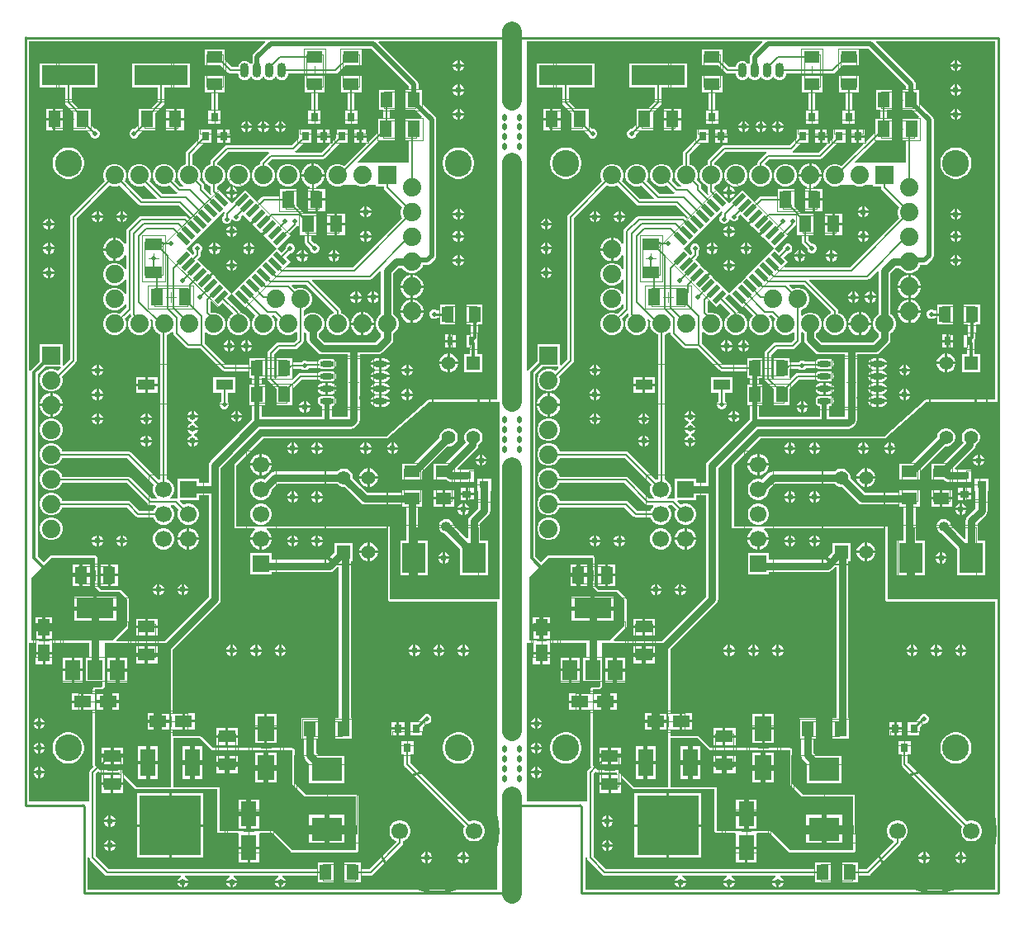
<source format=gtl>
G04*
G04 #@! TF.GenerationSoftware,Altium Limited,Altium Designer,21.3.2 (30)*
G04*
G04 Layer_Physical_Order=1*
G04 Layer_Color=255*
%FSLAX25Y25*%
%MOIN*%
G70*
G04*
G04 #@! TF.SameCoordinates,2132C70D-00E6-48B3-8683-B54ED86332B3*
G04*
G04*
G04 #@! TF.FilePolarity,Positive*
G04*
G01*
G75*
%ADD10C,0.00800*%
%ADD11R,0.05118X0.07087*%
%ADD12R,0.21654X0.07874*%
%ADD13R,0.07087X0.04331*%
%ADD14R,0.07087X0.05118*%
%ADD15R,0.06299X0.09843*%
%ADD16R,0.07087X0.04842*%
%ADD17R,0.04842X0.07087*%
%ADD18R,0.09646X0.12402*%
%ADD19R,0.12402X0.09646*%
%ADD20R,0.06693X0.09843*%
%ADD21R,0.02461X0.03268*%
%ADD22R,0.04921X0.06496*%
%ADD23O,0.05709X0.02362*%
%ADD24R,0.03827X0.03158*%
%ADD25R,0.05906X0.07874*%
%ADD26R,0.14961X0.07874*%
%ADD27R,0.03150X0.03543*%
%ADD28R,0.06496X0.04724*%
%ADD29R,0.04724X0.06496*%
%ADD30R,0.24803X0.24016*%
%ADD31R,0.05906X0.11024*%
G04:AMPARAMS|DCode=32|XSize=21.65mil|YSize=59.06mil|CornerRadius=0mil|HoleSize=0mil|Usage=FLASHONLY|Rotation=225.000|XOffset=0mil|YOffset=0mil|HoleType=Round|Shape=Rectangle|*
%AMROTATEDRECTD32*
4,1,4,-0.01322,0.02854,0.02854,-0.01322,0.01322,-0.02854,-0.02854,0.01322,-0.01322,0.02854,0.0*
%
%ADD32ROTATEDRECTD32*%

G04:AMPARAMS|DCode=33|XSize=21.65mil|YSize=59.06mil|CornerRadius=0mil|HoleSize=0mil|Usage=FLASHONLY|Rotation=315.000|XOffset=0mil|YOffset=0mil|HoleType=Round|Shape=Rectangle|*
%AMROTATEDRECTD33*
4,1,4,-0.02854,-0.01322,0.01322,0.02854,0.02854,0.01322,-0.01322,-0.02854,-0.02854,-0.01322,0.0*
%
%ADD33ROTATEDRECTD33*%

%ADD34C,0.01200*%
%ADD35C,0.03000*%
%ADD36C,0.01000*%
%ADD37C,0.02000*%
%ADD38C,0.00394*%
%ADD39C,0.00787*%
%ADD40C,0.07874*%
%ADD41C,0.01968*%
%ADD42R,0.03307X0.06692*%
%ADD43R,0.06692X0.03307*%
%ADD44R,0.03765X0.24488*%
%ADD45R,0.24488X0.03765*%
%ADD46R,0.11496X0.02436*%
%ADD47R,0.24488X0.03765*%
%ADD48C,0.00197*%
%ADD49C,0.07400*%
%ADD50R,0.07400X0.07400*%
%ADD51C,0.06693*%
%ADD52C,0.05512*%
%ADD53R,0.05512X0.05512*%
%ADD54O,0.03543X0.05906*%
%ADD55R,0.06693X0.06693*%
%ADD56R,0.07400X0.07400*%
%ADD57C,0.10827*%
%ADD58C,0.02000*%
%ADD59C,0.02500*%
%ADD60C,0.04000*%
G36*
X297979Y344026D02*
X293374Y339421D01*
X292954Y338792D01*
X292807Y338051D01*
Y335722D01*
X292546Y335382D01*
X292451Y335346D01*
X292038D01*
X291942Y335382D01*
X291650Y335764D01*
X291091Y336192D01*
X290441Y336461D01*
X289744Y336553D01*
X289047Y336461D01*
X288397Y336192D01*
X287839Y335764D01*
X287410Y335206D01*
X287141Y334556D01*
X287068Y334003D01*
X284506D01*
X281707Y336801D01*
Y341451D01*
X273411D01*
Y334927D01*
X279833D01*
X283019Y331740D01*
X283450Y331453D01*
X283957Y331352D01*
X287068D01*
X287141Y330799D01*
X287410Y330149D01*
X287839Y329591D01*
X288397Y329162D01*
X289047Y328893D01*
X289744Y328801D01*
X290441Y328893D01*
X291091Y329162D01*
X291650Y329591D01*
X291942Y329972D01*
X292038Y330008D01*
X292451D01*
X292546Y329972D01*
X292839Y329591D01*
X293397Y329162D01*
X294047Y328893D01*
X294744Y328801D01*
X295442Y328893D01*
X296091Y329162D01*
X296650Y329591D01*
X296942Y329972D01*
X297038Y330008D01*
X297451D01*
X297546Y329972D01*
X297839Y329591D01*
X298397Y329162D01*
X299047Y328893D01*
X299744Y328801D01*
X300442Y328893D01*
X301091Y329162D01*
X301649Y329591D01*
X301942Y329972D01*
X302038Y330008D01*
X302451D01*
X302546Y329972D01*
X302839Y329591D01*
X303397Y329162D01*
X304047Y328893D01*
X304744Y328801D01*
X305441Y328893D01*
X306091Y329162D01*
X306649Y329591D01*
X307078Y330149D01*
X307347Y330799D01*
X307420Y331352D01*
X326279D01*
X326787Y331453D01*
X327217Y331740D01*
X330404Y334927D01*
X336825D01*
Y341451D01*
X337277Y341567D01*
X340733D01*
X355937Y326363D01*
Y325014D01*
X354612D01*
Y316718D01*
X358397D01*
X361116Y313998D01*
X360909Y313498D01*
X354612D01*
Y304612D01*
X355879D01*
Y295354D01*
X335480D01*
X335289Y295816D01*
X344085Y304612D01*
X350113D01*
Y313498D01*
X348176D01*
Y316718D01*
X350113D01*
Y325014D01*
X343588D01*
Y316718D01*
X345525D01*
Y313498D01*
X343195D01*
Y307471D01*
X339492Y303768D01*
X338992Y303975D01*
Y305602D01*
X336917D01*
Y303331D01*
X338348D01*
X338555Y302831D01*
X329858Y294134D01*
X328980Y294641D01*
X327810Y294954D01*
X326599D01*
X325429Y294641D01*
X324380Y294035D01*
X323524Y293179D01*
X322918Y292130D01*
X322605Y290960D01*
Y289749D01*
X322918Y288579D01*
X323524Y287530D01*
X324380Y286673D01*
X325429Y286068D01*
X326599Y285754D01*
X327810D01*
X328980Y286068D01*
X329586Y286417D01*
X334824D01*
X335429Y286068D01*
X336599Y285754D01*
X337810D01*
X338980Y286068D01*
X339586Y286417D01*
X342605D01*
Y285754D01*
X345879D01*
Y285354D01*
X345980Y284847D01*
X346268Y284417D01*
X353151Y277533D01*
X352918Y277130D01*
X352605Y275960D01*
Y274749D01*
X352918Y273579D01*
X353151Y273175D01*
X333270Y253294D01*
X306681D01*
X306490Y253756D01*
X308202Y255468D01*
X306394Y257275D01*
X308045Y258927D01*
X308449D01*
X309147Y259216D01*
X309682Y259751D01*
X309971Y260449D01*
Y261205D01*
X309682Y261903D01*
X309147Y262438D01*
X308449Y262727D01*
X307693D01*
X306995Y262438D01*
X306460Y261903D01*
X306171Y261205D01*
Y260801D01*
X304519Y259150D01*
X302842Y260827D01*
X308202Y266186D01*
X307737Y266651D01*
X310747Y269661D01*
X310959Y269978D01*
X311116Y270043D01*
X311198Y270126D01*
X311698Y269918D01*
Y266226D01*
X313832D01*
Y263583D01*
X313933Y263075D01*
X314220Y262645D01*
X316013Y260852D01*
Y260449D01*
X316303Y259751D01*
X316837Y259216D01*
X317535Y258927D01*
X318291D01*
X318990Y259216D01*
X319524Y259751D01*
X319813Y260449D01*
Y261205D01*
X319524Y261903D01*
X318990Y262438D01*
X318291Y262727D01*
X317888D01*
X316483Y264132D01*
Y266226D01*
X318617D01*
Y275113D01*
X313529D01*
X310768Y277874D01*
Y278353D01*
X310742Y278481D01*
Y284955D01*
X303824D01*
Y281837D01*
X297453D01*
X296945Y281736D01*
X296515Y281449D01*
X294727Y279661D01*
X292035Y282352D01*
X289808Y284579D01*
X284449Y279220D01*
X279090Y284579D01*
X279030Y284520D01*
X278530Y284727D01*
Y285947D01*
X278980Y286068D01*
X280029Y286673D01*
X280886Y287530D01*
X281491Y288579D01*
X281805Y289749D01*
Y290960D01*
X281491Y292130D01*
X280886Y293179D01*
X280029Y294035D01*
X278980Y294641D01*
X278530Y294761D01*
Y295356D01*
X283029Y299856D01*
X299392D01*
X299544Y299356D01*
X299260Y299166D01*
X296286Y296192D01*
X295998Y295762D01*
X295897Y295254D01*
Y294766D01*
X295429Y294641D01*
X294380Y294035D01*
X293524Y293179D01*
X292918Y292130D01*
X292605Y290960D01*
Y289749D01*
X292918Y288579D01*
X293524Y287530D01*
X294380Y286673D01*
X295429Y286068D01*
X296599Y285754D01*
X297810D01*
X298980Y286068D01*
X300029Y286673D01*
X300886Y287530D01*
X301491Y288579D01*
X301805Y289749D01*
Y290960D01*
X301491Y292130D01*
X300886Y293179D01*
X300029Y294035D01*
X299114Y294564D01*
X298953Y295110D01*
X300746Y296903D01*
X321216D01*
X321724Y297004D01*
X322153Y297291D01*
X328293Y303431D01*
X331412D01*
Y308774D01*
X326462D01*
Y305349D01*
X324728Y303615D01*
X324228Y303822D01*
Y305602D01*
X322154D01*
Y303331D01*
X323737D01*
X323944Y302831D01*
X320667Y299554D01*
X310210D01*
X310058Y300054D01*
X310343Y300244D01*
X313529Y303431D01*
X316648D01*
Y308774D01*
X311698D01*
Y305349D01*
X308856Y302507D01*
X282480D01*
X281973Y302406D01*
X281543Y302118D01*
X276268Y296843D01*
X275980Y296413D01*
X275879Y295905D01*
Y294761D01*
X275429Y294641D01*
X274380Y294035D01*
X273524Y293179D01*
X272918Y292130D01*
X272605Y290960D01*
Y289749D01*
X272918Y288579D01*
X273524Y287530D01*
X274380Y286673D01*
X275429Y286068D01*
X275879Y285947D01*
Y283661D01*
X275980Y283153D01*
X276268Y282723D01*
X275913Y282373D01*
X273232Y285053D01*
Y286164D01*
X273131Y286671D01*
X272844Y287101D01*
X271446Y288500D01*
X271491Y288579D01*
X271805Y289749D01*
Y290960D01*
X271491Y292130D01*
X270886Y293179D01*
X270029Y294035D01*
X268980Y294641D01*
X268530Y294761D01*
Y298742D01*
X273219Y303431D01*
X276294D01*
Y308774D01*
X271344D01*
Y305305D01*
X266267Y300229D01*
X265980Y299799D01*
X265879Y299291D01*
Y294761D01*
X265429Y294641D01*
X264380Y294035D01*
X263524Y293179D01*
X262918Y292130D01*
X262605Y290960D01*
Y289749D01*
X262918Y288579D01*
X263524Y287530D01*
X264380Y286673D01*
X265072Y286274D01*
X264938Y285774D01*
X263659D01*
X261258Y288175D01*
X261491Y288579D01*
X261805Y289749D01*
Y290960D01*
X261491Y292130D01*
X260886Y293179D01*
X260029Y294035D01*
X258980Y294641D01*
X257810Y294954D01*
X256599D01*
X255429Y294641D01*
X254380Y294035D01*
X253524Y293179D01*
X252918Y292130D01*
X252605Y290960D01*
Y289749D01*
X252918Y288579D01*
X253524Y287530D01*
X254380Y286673D01*
X255429Y286068D01*
X256599Y285754D01*
X257810D01*
X258980Y286068D01*
X259384Y286301D01*
X262173Y283512D01*
X262457Y283321D01*
X262306Y282821D01*
X256455D01*
X251201Y288075D01*
X251491Y288579D01*
X251805Y289749D01*
Y290960D01*
X251491Y292130D01*
X250886Y293179D01*
X250029Y294035D01*
X248980Y294641D01*
X247810Y294954D01*
X246599D01*
X245429Y294641D01*
X244380Y294035D01*
X243524Y293179D01*
X242918Y292130D01*
X242605Y290960D01*
Y289749D01*
X242918Y288579D01*
X243524Y287530D01*
X244380Y286673D01*
X245429Y286068D01*
X246599Y285754D01*
X247810D01*
X248980Y286068D01*
X249284Y286243D01*
X254212Y281315D01*
X254021Y280853D01*
X248581D01*
X241258Y288175D01*
X241491Y288579D01*
X241805Y289749D01*
Y290960D01*
X241491Y292130D01*
X240886Y293179D01*
X240029Y294035D01*
X238980Y294641D01*
X237810Y294954D01*
X236599D01*
X235429Y294641D01*
X234380Y294035D01*
X233524Y293179D01*
X232918Y292130D01*
X232605Y290960D01*
Y289749D01*
X232918Y288579D01*
X233151Y288175D01*
X219535Y274559D01*
X219248Y274129D01*
X219147Y273622D01*
Y216100D01*
X216676Y213629D01*
X216214Y213821D01*
Y222238D01*
X207014D01*
Y215201D01*
X203643Y211829D01*
X203499Y211614D01*
X202756D01*
Y344488D01*
X297788D01*
X297979Y344026D01*
D02*
G37*
G36*
X97192D02*
X92587Y339421D01*
X92167Y338792D01*
X92019Y338051D01*
Y335722D01*
X91759Y335382D01*
X91663Y335346D01*
X91250D01*
X91155Y335382D01*
X90862Y335764D01*
X90304Y336192D01*
X89654Y336461D01*
X88957Y336553D01*
X88259Y336461D01*
X87609Y336192D01*
X87051Y335764D01*
X86623Y335206D01*
X86354Y334556D01*
X86281Y334003D01*
X83718D01*
X80920Y336801D01*
Y341451D01*
X72624D01*
Y334927D01*
X79045D01*
X82232Y331740D01*
X82662Y331453D01*
X83169Y331352D01*
X86281D01*
X86354Y330799D01*
X86623Y330149D01*
X87051Y329591D01*
X87609Y329162D01*
X88259Y328893D01*
X88957Y328801D01*
X89654Y328893D01*
X90304Y329162D01*
X90862Y329591D01*
X91155Y329972D01*
X91250Y330008D01*
X91663D01*
X91759Y329972D01*
X92051Y329591D01*
X92609Y329162D01*
X93259Y328893D01*
X93957Y328801D01*
X94654Y328893D01*
X95304Y329162D01*
X95862Y329591D01*
X96155Y329972D01*
X96250Y330008D01*
X96663D01*
X96759Y329972D01*
X97051Y329591D01*
X97609Y329162D01*
X98259Y328893D01*
X98957Y328801D01*
X99654Y328893D01*
X100304Y329162D01*
X100862Y329591D01*
X101155Y329972D01*
X101250Y330008D01*
X101663D01*
X101759Y329972D01*
X102051Y329591D01*
X102609Y329162D01*
X103259Y328893D01*
X103957Y328801D01*
X104654Y328893D01*
X105304Y329162D01*
X105862Y329591D01*
X106290Y330149D01*
X106560Y330799D01*
X106632Y331352D01*
X125492D01*
X125999Y331453D01*
X126429Y331740D01*
X129616Y334927D01*
X136038D01*
Y341451D01*
X136490Y341567D01*
X139946D01*
X155149Y326363D01*
Y325014D01*
X153824D01*
Y316718D01*
X157609D01*
X160329Y313998D01*
X160122Y313498D01*
X153824D01*
Y304612D01*
X155092D01*
Y295354D01*
X134693D01*
X134502Y295816D01*
X143297Y304612D01*
X149325D01*
Y313498D01*
X147389D01*
Y316718D01*
X149325D01*
Y325014D01*
X142801D01*
Y316718D01*
X144738D01*
Y313498D01*
X142407D01*
Y307471D01*
X138705Y303768D01*
X138205Y303975D01*
Y305602D01*
X136130D01*
Y303331D01*
X137560D01*
X137767Y302831D01*
X129071Y294134D01*
X128193Y294641D01*
X127023Y294954D01*
X125812D01*
X124642Y294641D01*
X123593Y294035D01*
X122736Y293179D01*
X122131Y292130D01*
X121817Y290960D01*
Y289749D01*
X122131Y288579D01*
X122736Y287530D01*
X123593Y286673D01*
X124642Y286068D01*
X125812Y285754D01*
X127023D01*
X128193Y286068D01*
X128798Y286417D01*
X134036D01*
X134642Y286068D01*
X135812Y285754D01*
X137023D01*
X138193Y286068D01*
X138798Y286417D01*
X141817D01*
Y285754D01*
X145092D01*
Y285354D01*
X145193Y284847D01*
X145480Y284417D01*
X152364Y277533D01*
X152131Y277130D01*
X151817Y275960D01*
Y274749D01*
X152131Y273579D01*
X152364Y273175D01*
X132483Y253294D01*
X105894D01*
X105702Y253756D01*
X107414Y255468D01*
X105606Y257275D01*
X107258Y258927D01*
X107661D01*
X108360Y259216D01*
X108894Y259751D01*
X109184Y260449D01*
Y261205D01*
X108894Y261903D01*
X108360Y262438D01*
X107661Y262727D01*
X106905D01*
X106207Y262438D01*
X105673Y261903D01*
X105384Y261205D01*
Y260801D01*
X103732Y259150D01*
X102055Y260827D01*
X107414Y266186D01*
X106949Y266651D01*
X109960Y269661D01*
X110172Y269978D01*
X110328Y270043D01*
X110411Y270126D01*
X110911Y269918D01*
Y266226D01*
X113045D01*
Y263583D01*
X113145Y263075D01*
X113433Y262645D01*
X115226Y260852D01*
Y260449D01*
X115515Y259751D01*
X116050Y259216D01*
X116748Y258927D01*
X117504D01*
X118202Y259216D01*
X118737Y259751D01*
X119026Y260449D01*
Y261205D01*
X118737Y261903D01*
X118202Y262438D01*
X117504Y262727D01*
X117101D01*
X115696Y264132D01*
Y266226D01*
X117829D01*
Y275113D01*
X112742D01*
X109981Y277874D01*
Y278353D01*
X109955Y278481D01*
Y284955D01*
X103037D01*
Y281837D01*
X96665D01*
X96158Y281736D01*
X95728Y281449D01*
X93939Y279661D01*
X91247Y282352D01*
X89020Y284579D01*
X83661Y279220D01*
X78302Y284579D01*
X78243Y284520D01*
X77743Y284727D01*
Y285947D01*
X78193Y286068D01*
X79242Y286673D01*
X80098Y287530D01*
X80704Y288579D01*
X81017Y289749D01*
Y290960D01*
X80704Y292130D01*
X80098Y293179D01*
X79242Y294035D01*
X78193Y294641D01*
X77743Y294761D01*
Y295356D01*
X82242Y299856D01*
X98605D01*
X98757Y299356D01*
X98472Y299166D01*
X95498Y296192D01*
X95211Y295762D01*
X95110Y295254D01*
Y294766D01*
X94642Y294641D01*
X93593Y294035D01*
X92736Y293179D01*
X92131Y292130D01*
X91817Y290960D01*
Y289749D01*
X92131Y288579D01*
X92736Y287530D01*
X93593Y286673D01*
X94642Y286068D01*
X95812Y285754D01*
X97023D01*
X98193Y286068D01*
X99242Y286673D01*
X100098Y287530D01*
X100704Y288579D01*
X101017Y289749D01*
Y290960D01*
X100704Y292130D01*
X100098Y293179D01*
X99242Y294035D01*
X98326Y294564D01*
X98166Y295110D01*
X99958Y296903D01*
X120429D01*
X120936Y297004D01*
X121366Y297291D01*
X127506Y303431D01*
X130624D01*
Y308774D01*
X125675D01*
Y305349D01*
X123941Y303615D01*
X123441Y303822D01*
Y305602D01*
X121366D01*
Y303331D01*
X122950D01*
X123157Y302831D01*
X119880Y299554D01*
X109422D01*
X109271Y300054D01*
X109555Y300244D01*
X112742Y303431D01*
X115861D01*
Y308774D01*
X110911D01*
Y305349D01*
X108069Y302507D01*
X81693D01*
X81186Y302406D01*
X80756Y302118D01*
X75480Y296843D01*
X75193Y296413D01*
X75092Y295905D01*
Y294761D01*
X74642Y294641D01*
X73593Y294035D01*
X72736Y293179D01*
X72131Y292130D01*
X71817Y290960D01*
Y289749D01*
X72131Y288579D01*
X72736Y287530D01*
X73593Y286673D01*
X74642Y286068D01*
X75092Y285947D01*
Y283661D01*
X75193Y283153D01*
X75480Y282723D01*
X75125Y282373D01*
X72445Y285053D01*
Y286164D01*
X72344Y286671D01*
X72057Y287101D01*
X70658Y288500D01*
X70704Y288579D01*
X71017Y289749D01*
Y290960D01*
X70704Y292130D01*
X70098Y293179D01*
X69242Y294035D01*
X68193Y294641D01*
X67743Y294761D01*
Y298742D01*
X72431Y303431D01*
X75506D01*
Y308774D01*
X70557D01*
Y305305D01*
X65480Y300229D01*
X65193Y299799D01*
X65092Y299291D01*
Y294761D01*
X64642Y294641D01*
X63593Y294035D01*
X62736Y293179D01*
X62131Y292130D01*
X61817Y290960D01*
Y289749D01*
X62131Y288579D01*
X62736Y287530D01*
X63593Y286673D01*
X64284Y286274D01*
X64150Y285774D01*
X62872D01*
X60471Y288175D01*
X60704Y288579D01*
X61017Y289749D01*
Y290960D01*
X60704Y292130D01*
X60098Y293179D01*
X59242Y294035D01*
X58193Y294641D01*
X57023Y294954D01*
X55812D01*
X54642Y294641D01*
X53593Y294035D01*
X52736Y293179D01*
X52131Y292130D01*
X51817Y290960D01*
Y289749D01*
X52131Y288579D01*
X52736Y287530D01*
X53593Y286673D01*
X54642Y286068D01*
X55812Y285754D01*
X57023D01*
X58193Y286068D01*
X58596Y286301D01*
X61386Y283512D01*
X61670Y283321D01*
X61518Y282821D01*
X55667D01*
X50413Y288075D01*
X50704Y288579D01*
X51017Y289749D01*
Y290960D01*
X50704Y292130D01*
X50098Y293179D01*
X49242Y294035D01*
X48193Y294641D01*
X47023Y294954D01*
X45812D01*
X44642Y294641D01*
X43593Y294035D01*
X42736Y293179D01*
X42131Y292130D01*
X41817Y290960D01*
Y289749D01*
X42131Y288579D01*
X42736Y287530D01*
X43593Y286673D01*
X44642Y286068D01*
X45812Y285754D01*
X47023D01*
X48193Y286068D01*
X48496Y286243D01*
X53425Y281315D01*
X53233Y280853D01*
X47793D01*
X40471Y288175D01*
X40704Y288579D01*
X41017Y289749D01*
Y290960D01*
X40704Y292130D01*
X40098Y293179D01*
X39242Y294035D01*
X38193Y294641D01*
X37023Y294954D01*
X35812D01*
X34642Y294641D01*
X33593Y294035D01*
X32736Y293179D01*
X32131Y292130D01*
X31817Y290960D01*
Y289749D01*
X32131Y288579D01*
X32364Y288175D01*
X18748Y274559D01*
X18461Y274129D01*
X18360Y273622D01*
Y216100D01*
X15889Y213629D01*
X15427Y213821D01*
Y222238D01*
X6227D01*
Y215201D01*
X2856Y211829D01*
X2712Y211614D01*
X1969D01*
Y344488D01*
X97001D01*
X97192Y344026D01*
D02*
G37*
G36*
X247094Y278590D02*
X247524Y278303D01*
X248031Y278202D01*
X262972D01*
X267842Y273332D01*
X267385Y272875D01*
X266685Y273575D01*
X266255Y273862D01*
X265748Y273963D01*
X248031D01*
X247524Y273862D01*
X247094Y273575D01*
X242173Y268654D01*
X241886Y268224D01*
X241785Y267717D01*
Y262822D01*
X241285Y262687D01*
X240966Y263240D01*
X240091Y264115D01*
X239019Y264734D01*
X237824Y265054D01*
X237705D01*
Y260354D01*
Y255654D01*
X237824D01*
X239019Y255975D01*
X240091Y256593D01*
X240966Y257469D01*
X241285Y258021D01*
X241785Y257887D01*
Y252622D01*
X241285Y252487D01*
X240886Y253179D01*
X240029Y254035D01*
X238980Y254641D01*
X237810Y254954D01*
X236599D01*
X235429Y254641D01*
X234380Y254035D01*
X233524Y253179D01*
X232918Y252130D01*
X232605Y250960D01*
Y249749D01*
X232918Y248579D01*
X233524Y247530D01*
X234380Y246673D01*
X235429Y246068D01*
X236599Y245754D01*
X237810D01*
X238980Y246068D01*
X240029Y246673D01*
X240886Y247530D01*
X241285Y248221D01*
X241785Y248087D01*
Y242621D01*
X241285Y242488D01*
X240886Y243179D01*
X240029Y244035D01*
X238980Y244641D01*
X237810Y244954D01*
X236599D01*
X235429Y244641D01*
X234380Y244035D01*
X233524Y243179D01*
X232918Y242130D01*
X232605Y240960D01*
Y239749D01*
X232918Y238579D01*
X233524Y237530D01*
X234380Y236673D01*
X235429Y236068D01*
X236599Y235754D01*
X237810D01*
X238980Y236068D01*
X240029Y236673D01*
X240886Y237530D01*
X241285Y238221D01*
X241785Y238087D01*
Y236809D01*
X239384Y234408D01*
X238980Y234641D01*
X237810Y234954D01*
X236599D01*
X235429Y234641D01*
X234380Y234035D01*
X233524Y233179D01*
X232918Y232130D01*
X232605Y230960D01*
Y229749D01*
X232918Y228579D01*
X233524Y227530D01*
X234380Y226673D01*
X235429Y226068D01*
X236599Y225754D01*
X237810D01*
X238980Y226068D01*
X240029Y226673D01*
X240886Y227530D01*
X241491Y228579D01*
X241805Y229749D01*
Y230960D01*
X241491Y232130D01*
X241258Y232533D01*
X243291Y234566D01*
X243753Y234375D01*
Y234123D01*
X243854Y233616D01*
X243897Y233552D01*
X243524Y233179D01*
X242918Y232130D01*
X242605Y230960D01*
Y229749D01*
X242918Y228579D01*
X243524Y227530D01*
X244380Y226673D01*
X245429Y226068D01*
X246599Y225754D01*
X247810D01*
X248980Y226068D01*
X250029Y226673D01*
X250886Y227530D01*
X251491Y228579D01*
X251805Y229749D01*
Y230960D01*
X251491Y232130D01*
X251467Y232172D01*
X251867Y232479D01*
X252770Y231576D01*
X252605Y230960D01*
Y229749D01*
X252918Y228579D01*
X253524Y227530D01*
X254380Y226673D01*
X255429Y226068D01*
X255722Y225989D01*
Y167627D01*
X255251Y167500D01*
X254970Y167338D01*
X243733Y178575D01*
X243302Y178862D01*
X242795Y178963D01*
X216021D01*
X215901Y179413D01*
X215295Y180462D01*
X214439Y181319D01*
X213390Y181924D01*
X212220Y182238D01*
X211009D01*
X209839Y181924D01*
X208790Y181319D01*
X207933Y180462D01*
X207328Y179413D01*
X207014Y178243D01*
Y177032D01*
X207328Y175862D01*
X207933Y174813D01*
X208790Y173957D01*
X209839Y173351D01*
X211009Y173038D01*
X212220D01*
X213390Y173351D01*
X214439Y173957D01*
X215295Y174813D01*
X215901Y175862D01*
X216021Y176312D01*
X242246D01*
X253095Y165463D01*
X252933Y165182D01*
X252643Y164102D01*
Y162984D01*
X252933Y161904D01*
X253492Y160936D01*
X254138Y160290D01*
X253933Y159790D01*
X252162D01*
X243692Y168260D01*
X243262Y168547D01*
X242755Y168648D01*
X216106D01*
X215901Y169413D01*
X215295Y170462D01*
X214439Y171319D01*
X213390Y171924D01*
X212220Y172238D01*
X211009D01*
X209839Y171924D01*
X208790Y171319D01*
X207933Y170462D01*
X207328Y169413D01*
X207014Y168243D01*
Y167032D01*
X207328Y165862D01*
X207933Y164813D01*
X208790Y163957D01*
X209839Y163351D01*
X211009Y163038D01*
X212220D01*
X213390Y163351D01*
X214439Y163957D01*
X215295Y164813D01*
X215901Y165862D01*
X215937Y165997D01*
X242206D01*
X250676Y157527D01*
X251106Y157240D01*
X251613Y157139D01*
X253773D01*
X253980Y156639D01*
X253492Y156151D01*
X252933Y155182D01*
X252849Y154869D01*
X247318D01*
X243769Y158418D01*
X243339Y158705D01*
X242831Y158806D01*
X216063D01*
X215901Y159413D01*
X215295Y160462D01*
X214439Y161319D01*
X213390Y161924D01*
X212220Y162238D01*
X211009D01*
X209839Y161924D01*
X208790Y161319D01*
X207933Y160462D01*
X207328Y159413D01*
X207014Y158243D01*
Y157032D01*
X207328Y155862D01*
X207933Y154813D01*
X208790Y153957D01*
X209839Y153351D01*
X211009Y153038D01*
X212220D01*
X213390Y153351D01*
X214439Y153957D01*
X215295Y154813D01*
X215901Y155862D01*
X215979Y156155D01*
X242283D01*
X245831Y152606D01*
X246261Y152319D01*
X246768Y152218D01*
X252849D01*
X252933Y151904D01*
X253492Y150936D01*
X254282Y150145D01*
X255251Y149586D01*
X256331Y149297D01*
X257449D01*
X258529Y149586D01*
X259497Y150145D01*
X260288Y150936D01*
X260847Y151904D01*
X261136Y152984D01*
Y154102D01*
X260847Y155182D01*
X260288Y156151D01*
X259799Y156639D01*
X260006Y157139D01*
X261420D01*
X263095Y155464D01*
X262933Y155182D01*
X262643Y154102D01*
Y152984D01*
X262933Y151904D01*
X263492Y150936D01*
X264282Y150145D01*
X265251Y149586D01*
X266331Y149297D01*
X267449D01*
X268529Y149586D01*
X269497Y150145D01*
X270288Y150936D01*
X270847Y151904D01*
X271136Y152984D01*
Y154102D01*
X270847Y155182D01*
X270288Y156151D01*
X269497Y156941D01*
X268529Y157500D01*
X267449Y157790D01*
X266331D01*
X265251Y157500D01*
X264969Y157338D01*
X263473Y158835D01*
X263664Y159297D01*
X271136D01*
Y161096D01*
X275112D01*
Y120108D01*
X257299Y102296D01*
X238105D01*
X237913Y102758D01*
X242775Y107619D01*
X242974Y107917D01*
X243044Y108268D01*
Y119095D01*
X242974Y119446D01*
X242775Y119743D01*
X239822Y122696D01*
X239524Y122895D01*
X239173Y122965D01*
X231679D01*
X230248Y124396D01*
Y135827D01*
X230178Y136178D01*
X229980Y136476D01*
X229682Y136674D01*
X229331Y136744D01*
X211614D01*
X211263Y136674D01*
X210965Y136476D01*
X208602Y134112D01*
X206254Y136460D01*
Y210115D01*
X209177Y213038D01*
X215431D01*
X215623Y212576D01*
X214392Y211346D01*
X213390Y211924D01*
X212220Y212238D01*
X211009D01*
X209839Y211924D01*
X208790Y211319D01*
X207933Y210462D01*
X207328Y209413D01*
X207014Y208243D01*
Y207032D01*
X207328Y205862D01*
X207933Y204813D01*
X208790Y203957D01*
X209839Y203351D01*
X211009Y203038D01*
X212220D01*
X213390Y203351D01*
X214439Y203957D01*
X215295Y204813D01*
X215901Y205862D01*
X216214Y207032D01*
Y208243D01*
X215966Y209170D01*
X221410Y214614D01*
X221697Y215044D01*
X221798Y215551D01*
Y273073D01*
X235026Y286301D01*
X235429Y286068D01*
X236599Y285754D01*
X237810D01*
X238980Y286068D01*
X239384Y286301D01*
X247094Y278590D01*
D02*
G37*
G36*
X46307D02*
X46737Y278303D01*
X47244Y278202D01*
X62185D01*
X67055Y273332D01*
X66598Y272875D01*
X65898Y273575D01*
X65468Y273862D01*
X64961Y273963D01*
X47244D01*
X46737Y273862D01*
X46307Y273575D01*
X41386Y268654D01*
X41098Y268224D01*
X40997Y267717D01*
Y262822D01*
X40497Y262687D01*
X40178Y263240D01*
X39303Y264115D01*
X38232Y264734D01*
X37036Y265054D01*
X36917D01*
Y260354D01*
Y255654D01*
X37036D01*
X38232Y255975D01*
X39303Y256593D01*
X40178Y257469D01*
X40497Y258021D01*
X40997Y257887D01*
Y252622D01*
X40497Y252487D01*
X40098Y253179D01*
X39242Y254035D01*
X38193Y254641D01*
X37023Y254954D01*
X35812D01*
X34642Y254641D01*
X33593Y254035D01*
X32736Y253179D01*
X32131Y252130D01*
X31817Y250960D01*
Y249749D01*
X32131Y248579D01*
X32736Y247530D01*
X33593Y246673D01*
X34642Y246068D01*
X35812Y245754D01*
X37023D01*
X38193Y246068D01*
X39242Y246673D01*
X40098Y247530D01*
X40497Y248221D01*
X40997Y248087D01*
Y242621D01*
X40497Y242488D01*
X40098Y243179D01*
X39242Y244035D01*
X38193Y244641D01*
X37023Y244954D01*
X35812D01*
X34642Y244641D01*
X33593Y244035D01*
X32736Y243179D01*
X32131Y242130D01*
X31817Y240960D01*
Y239749D01*
X32131Y238579D01*
X32736Y237530D01*
X33593Y236673D01*
X34642Y236068D01*
X35812Y235754D01*
X37023D01*
X38193Y236068D01*
X39242Y236673D01*
X40098Y237530D01*
X40497Y238221D01*
X40997Y238087D01*
Y236809D01*
X38596Y234408D01*
X38193Y234641D01*
X37023Y234954D01*
X35812D01*
X34642Y234641D01*
X33593Y234035D01*
X32736Y233179D01*
X32131Y232130D01*
X31817Y230960D01*
Y229749D01*
X32131Y228579D01*
X32736Y227530D01*
X33593Y226673D01*
X34642Y226068D01*
X35812Y225754D01*
X37023D01*
X38193Y226068D01*
X39242Y226673D01*
X40098Y227530D01*
X40704Y228579D01*
X41017Y229749D01*
Y230960D01*
X40704Y232130D01*
X40471Y232533D01*
X42504Y234566D01*
X42966Y234375D01*
Y234123D01*
X43067Y233616D01*
X43110Y233552D01*
X42736Y233179D01*
X42131Y232130D01*
X41817Y230960D01*
Y229749D01*
X42131Y228579D01*
X42736Y227530D01*
X43593Y226673D01*
X44642Y226068D01*
X45812Y225754D01*
X47023D01*
X48193Y226068D01*
X49242Y226673D01*
X50098Y227530D01*
X50704Y228579D01*
X51017Y229749D01*
Y230960D01*
X50704Y232130D01*
X50680Y232172D01*
X51080Y232479D01*
X51982Y231576D01*
X51817Y230960D01*
Y229749D01*
X52131Y228579D01*
X52736Y227530D01*
X53593Y226673D01*
X54642Y226068D01*
X54934Y225989D01*
Y167627D01*
X54463Y167500D01*
X54182Y167338D01*
X42945Y178575D01*
X42515Y178862D01*
X42008Y178963D01*
X15234D01*
X15113Y179413D01*
X14508Y180462D01*
X13651Y181319D01*
X12602Y181924D01*
X11432Y182238D01*
X10221D01*
X9051Y181924D01*
X8002Y181319D01*
X7146Y180462D01*
X6540Y179413D01*
X6227Y178243D01*
Y177032D01*
X6540Y175862D01*
X7146Y174813D01*
X8002Y173957D01*
X9051Y173351D01*
X10221Y173038D01*
X11432D01*
X12602Y173351D01*
X13651Y173957D01*
X14508Y174813D01*
X15113Y175862D01*
X15234Y176312D01*
X41459D01*
X52308Y165463D01*
X52145Y165182D01*
X51856Y164102D01*
Y162984D01*
X52145Y161904D01*
X52704Y160936D01*
X53350Y160290D01*
X53146Y159790D01*
X51375D01*
X42905Y168260D01*
X42475Y168547D01*
X41968Y168648D01*
X15318D01*
X15113Y169413D01*
X14508Y170462D01*
X13651Y171319D01*
X12602Y171924D01*
X11432Y172238D01*
X10221D01*
X9051Y171924D01*
X8002Y171319D01*
X7146Y170462D01*
X6540Y169413D01*
X6227Y168243D01*
Y167032D01*
X6540Y165862D01*
X7146Y164813D01*
X8002Y163957D01*
X9051Y163351D01*
X10221Y163038D01*
X11432D01*
X12602Y163351D01*
X13651Y163957D01*
X14508Y164813D01*
X15113Y165862D01*
X15149Y165997D01*
X41419D01*
X49889Y157527D01*
X50319Y157240D01*
X50826Y157139D01*
X52986D01*
X53193Y156639D01*
X52704Y156151D01*
X52145Y155182D01*
X52061Y154869D01*
X46530D01*
X42981Y158418D01*
X42551Y158705D01*
X42044Y158806D01*
X15276D01*
X15113Y159413D01*
X14508Y160462D01*
X13651Y161319D01*
X12602Y161924D01*
X11432Y162238D01*
X10221D01*
X9051Y161924D01*
X8002Y161319D01*
X7146Y160462D01*
X6540Y159413D01*
X6227Y158243D01*
Y157032D01*
X6540Y155862D01*
X7146Y154813D01*
X8002Y153957D01*
X9051Y153351D01*
X10221Y153038D01*
X11432D01*
X12602Y153351D01*
X13651Y153957D01*
X14508Y154813D01*
X15113Y155862D01*
X15192Y156155D01*
X41495D01*
X45044Y152606D01*
X45474Y152319D01*
X45981Y152218D01*
X52061D01*
X52145Y151904D01*
X52704Y150936D01*
X53495Y150145D01*
X54463Y149586D01*
X55543Y149297D01*
X56661D01*
X57741Y149586D01*
X58710Y150145D01*
X59500Y150936D01*
X60059Y151904D01*
X60349Y152984D01*
Y154102D01*
X60059Y155182D01*
X59500Y156151D01*
X59012Y156639D01*
X59219Y157139D01*
X60632D01*
X62308Y155464D01*
X62145Y155182D01*
X61856Y154102D01*
Y152984D01*
X62145Y151904D01*
X62704Y150936D01*
X63495Y150145D01*
X64463Y149586D01*
X65543Y149297D01*
X66661D01*
X67741Y149586D01*
X68710Y150145D01*
X69500Y150936D01*
X70059Y151904D01*
X70349Y152984D01*
Y154102D01*
X70059Y155182D01*
X69500Y156151D01*
X68710Y156941D01*
X67741Y157500D01*
X66661Y157790D01*
X65543D01*
X64463Y157500D01*
X64182Y157338D01*
X62685Y158835D01*
X62877Y159297D01*
X70349D01*
Y161096D01*
X74325D01*
Y120108D01*
X56512Y102296D01*
X37317D01*
X37126Y102758D01*
X41987Y107619D01*
X42186Y107917D01*
X42256Y108268D01*
Y119095D01*
X42186Y119446D01*
X41987Y119743D01*
X39035Y122696D01*
X38737Y122895D01*
X38386Y122965D01*
X30892D01*
X29461Y124396D01*
Y135827D01*
X29391Y136178D01*
X29192Y136476D01*
X28894Y136674D01*
X28543Y136744D01*
X10827D01*
X10476Y136674D01*
X10178Y136476D01*
X7814Y134112D01*
X5466Y136460D01*
Y210115D01*
X8390Y213038D01*
X14644D01*
X14835Y212576D01*
X13605Y211346D01*
X12602Y211924D01*
X11432Y212238D01*
X10221D01*
X9051Y211924D01*
X8002Y211319D01*
X7146Y210462D01*
X6540Y209413D01*
X6227Y208243D01*
Y207032D01*
X6540Y205862D01*
X7146Y204813D01*
X8002Y203957D01*
X9051Y203351D01*
X10221Y203038D01*
X11432D01*
X12602Y203351D01*
X13651Y203957D01*
X14508Y204813D01*
X15113Y205862D01*
X15427Y207032D01*
Y208243D01*
X15179Y209170D01*
X20622Y214614D01*
X20910Y215044D01*
X21011Y215551D01*
Y273073D01*
X34238Y286301D01*
X34642Y286068D01*
X35812Y285754D01*
X37023D01*
X38193Y286068D01*
X38596Y286301D01*
X46307Y278590D01*
D02*
G37*
G36*
X391732Y199736D02*
X364173D01*
X364025Y199707D01*
X363876Y199687D01*
X363850Y199672D01*
X363822Y199667D01*
X363697Y199583D01*
X363566Y199507D01*
X347094Y184973D01*
X297244D01*
X296893Y184903D01*
X296595Y184704D01*
X285769Y173877D01*
X285570Y173580D01*
X285500Y173228D01*
Y148622D01*
X285570Y148271D01*
X285769Y147973D01*
X286066Y147774D01*
X286417Y147704D01*
X293774D01*
X293908Y147204D01*
X293591Y147021D01*
X292782Y146212D01*
X292210Y145221D01*
X291913Y144115D01*
Y144043D01*
X296260D01*
X300606D01*
Y144115D01*
X300310Y145221D01*
X299738Y146212D01*
X298929Y147021D01*
X298611Y147204D01*
X298745Y147704D01*
X347508D01*
Y119095D01*
X347577Y118743D01*
X347776Y118446D01*
X348074Y118247D01*
X348425Y118177D01*
X391732D01*
Y1969D01*
X226378D01*
Y14764D01*
X227021D01*
X227122Y14256D01*
X227409Y13826D01*
X233315Y7921D01*
X233745Y7634D01*
X234252Y7533D01*
X263882D01*
X263982Y7033D01*
X263489Y6829D01*
X262856Y6196D01*
X262536Y5421D01*
X266992D01*
X266671Y6196D01*
X266038Y6829D01*
X265546Y7033D01*
X265645Y7533D01*
X283568D01*
X283667Y7033D01*
X283174Y6829D01*
X282541Y6196D01*
X282221Y5421D01*
X286677D01*
X286356Y6196D01*
X285723Y6829D01*
X285231Y7033D01*
X285330Y7533D01*
X303253D01*
X303352Y7033D01*
X302859Y6829D01*
X302226Y6196D01*
X301906Y5421D01*
X306362D01*
X306041Y6196D01*
X305408Y6829D01*
X304916Y7033D01*
X305015Y7533D01*
X318982D01*
Y4710D01*
X325506D01*
Y13006D01*
X318982D01*
Y10184D01*
X234801D01*
X229672Y15313D01*
Y48664D01*
X230603Y49595D01*
X230650Y49548D01*
X230948Y49349D01*
X231299Y49279D01*
X239240D01*
Y49213D01*
X239310Y48861D01*
X239509Y48564D01*
X239563Y48509D01*
X239372Y48047D01*
X236720D01*
Y44988D01*
X240764D01*
Y46655D01*
X241226Y46847D01*
X245414Y42658D01*
X245712Y42459D01*
X246063Y42390D01*
X259842D01*
X260194Y42459D01*
X260335Y42553D01*
X260476Y42459D01*
X260827Y42390D01*
X278610D01*
Y25591D01*
X278680Y25239D01*
X278879Y24942D01*
X279176Y24743D01*
X279528Y24673D01*
X286710D01*
X287189Y24622D01*
X287189Y24173D01*
Y19201D01*
X291339D01*
X295488D01*
Y24173D01*
X295488Y24622D01*
X295967Y24673D01*
X300801D01*
X308406Y17068D01*
X308704Y16869D01*
X309055Y16799D01*
X334646D01*
X334997Y16869D01*
X335295Y17068D01*
X335493Y17365D01*
X335563Y17717D01*
Y39370D01*
X335493Y39721D01*
X335295Y40019D01*
X334997Y40218D01*
X334646Y40288D01*
X314356D01*
X309973Y44671D01*
Y58071D01*
X309903Y58422D01*
X309704Y58720D01*
X309406Y58919D01*
X309055Y58988D01*
X276955Y58988D01*
X272302Y63641D01*
X272005Y63840D01*
X271654Y63910D01*
X260827D01*
X260760Y63964D01*
Y66461D01*
X264500D01*
Y69882D01*
Y73303D01*
X260760D01*
Y98835D01*
X279289Y117364D01*
X279820Y118158D01*
X280006Y119095D01*
Y164370D01*
Y172215D01*
X295699Y187907D01*
X332490D01*
X333426Y188094D01*
X334220Y188624D01*
X335392Y189796D01*
X335922Y190589D01*
X336108Y191526D01*
Y218025D01*
X343504D01*
X344440Y218212D01*
X345234Y218742D01*
X348935Y222443D01*
X349465Y223237D01*
X349652Y224173D01*
Y226455D01*
X350029Y226673D01*
X350886Y227530D01*
X351491Y228579D01*
X351805Y229749D01*
Y230960D01*
X351491Y232130D01*
X350886Y233179D01*
X350029Y234035D01*
X349652Y234253D01*
Y250719D01*
X351840Y252907D01*
X353306D01*
X353524Y252530D01*
X354380Y251673D01*
X355429Y251068D01*
X356599Y250754D01*
X357810D01*
X358980Y251068D01*
X360029Y251673D01*
X360886Y252530D01*
X361491Y253579D01*
X361627Y254084D01*
X363305D01*
X364046Y254232D01*
X364674Y254651D01*
X366527Y256504D01*
X366947Y257133D01*
X367095Y257874D01*
Y312697D01*
X366947Y313438D01*
X366527Y314067D01*
X361136Y319458D01*
Y325014D01*
X359811D01*
Y327165D01*
X359664Y327907D01*
X359244Y328535D01*
X343753Y344026D01*
X343944Y344488D01*
X391732D01*
Y199736D01*
D02*
G37*
G36*
X190945D02*
X163386D01*
X163238Y199707D01*
X163088Y199687D01*
X163063Y199672D01*
X163035Y199667D01*
X162909Y199583D01*
X162779Y199507D01*
X146307Y184973D01*
X96457D01*
X96105Y184903D01*
X95808Y184704D01*
X84981Y173877D01*
X84782Y173580D01*
X84712Y173228D01*
Y148622D01*
X84782Y148271D01*
X84981Y147973D01*
X85279Y147774D01*
X85630Y147704D01*
X92987D01*
X93121Y147204D01*
X92804Y147021D01*
X91994Y146212D01*
X91422Y145221D01*
X91126Y144115D01*
Y144043D01*
X95472D01*
X99819D01*
Y144115D01*
X99523Y145221D01*
X98950Y146212D01*
X98141Y147021D01*
X97824Y147204D01*
X97958Y147704D01*
X146720D01*
Y119095D01*
X146790Y118743D01*
X146989Y118446D01*
X147287Y118247D01*
X147638Y118177D01*
X190945D01*
Y1969D01*
X25591D01*
Y14764D01*
X26234D01*
X26335Y14256D01*
X26622Y13826D01*
X32527Y7921D01*
X32957Y7634D01*
X33465Y7533D01*
X63095D01*
X63195Y7033D01*
X62702Y6829D01*
X62069Y6196D01*
X61748Y5421D01*
X66205D01*
X65884Y6196D01*
X65251Y6829D01*
X64758Y7033D01*
X64858Y7533D01*
X82780D01*
X82880Y7033D01*
X82387Y6829D01*
X81754Y6196D01*
X81433Y5421D01*
X85890D01*
X85569Y6196D01*
X84936Y6829D01*
X84443Y7033D01*
X84543Y7533D01*
X102465D01*
X102565Y7033D01*
X102072Y6829D01*
X101439Y6196D01*
X101118Y5421D01*
X105575D01*
X105254Y6196D01*
X104621Y6829D01*
X104128Y7033D01*
X104228Y7533D01*
X118194D01*
Y4710D01*
X124719D01*
Y13006D01*
X118194D01*
Y10184D01*
X34014D01*
X28885Y15313D01*
Y48664D01*
X29816Y49595D01*
X29863Y49548D01*
X30161Y49349D01*
X30512Y49279D01*
X38452D01*
Y49213D01*
X38522Y48861D01*
X38721Y48564D01*
X38776Y48509D01*
X38584Y48047D01*
X35933D01*
Y44988D01*
X39976D01*
Y46655D01*
X40438Y46847D01*
X44627Y42658D01*
X44924Y42459D01*
X45276Y42390D01*
X59055D01*
X59406Y42459D01*
X59547Y42553D01*
X59688Y42459D01*
X60039Y42390D01*
X77823D01*
Y25591D01*
X77892Y25239D01*
X78091Y24942D01*
X78389Y24743D01*
X78740Y24673D01*
X85923D01*
X86402Y24622D01*
X86402Y24173D01*
Y19201D01*
X90551D01*
X94701D01*
Y24173D01*
X94701Y24622D01*
X95180Y24673D01*
X100014D01*
X107619Y17068D01*
X107917Y16869D01*
X108268Y16799D01*
X133858D01*
X134209Y16869D01*
X134507Y17068D01*
X134706Y17365D01*
X134776Y17717D01*
Y39370D01*
X134706Y39721D01*
X134507Y40019D01*
X134209Y40218D01*
X133858Y40288D01*
X113569D01*
X109185Y44671D01*
Y58071D01*
X109116Y58422D01*
X108917Y58720D01*
X108619Y58919D01*
X108268Y58988D01*
X76168Y58988D01*
X71515Y63641D01*
X71217Y63840D01*
X70866Y63910D01*
X60039D01*
X59973Y63964D01*
Y66461D01*
X63713D01*
Y69882D01*
Y73303D01*
X59973D01*
Y98835D01*
X78502Y117364D01*
X79032Y118158D01*
X79219Y119095D01*
Y164370D01*
Y172215D01*
X94911Y187907D01*
X131702D01*
X132639Y188094D01*
X133433Y188624D01*
X134604Y189796D01*
X135135Y190589D01*
X135321Y191526D01*
Y218025D01*
X142717D01*
X143653Y218212D01*
X144447Y218742D01*
X148148Y222443D01*
X148678Y223237D01*
X148864Y224173D01*
Y226455D01*
X149242Y226673D01*
X150098Y227530D01*
X150704Y228579D01*
X151017Y229749D01*
Y230960D01*
X150704Y232130D01*
X150098Y233179D01*
X149242Y234035D01*
X148864Y234253D01*
Y250719D01*
X151053Y252907D01*
X152518D01*
X152736Y252530D01*
X153593Y251673D01*
X154642Y251068D01*
X155812Y250754D01*
X157023D01*
X158193Y251068D01*
X159242Y251673D01*
X160098Y252530D01*
X160704Y253579D01*
X160839Y254084D01*
X162517D01*
X163259Y254232D01*
X163887Y254651D01*
X165740Y256504D01*
X166160Y257133D01*
X166307Y257874D01*
Y312697D01*
X166160Y313438D01*
X165740Y314067D01*
X160349Y319458D01*
Y325014D01*
X159024D01*
Y327165D01*
X158876Y327907D01*
X158456Y328535D01*
X142965Y344026D01*
X143157Y344488D01*
X190945D01*
Y199736D01*
D02*
G37*
G36*
X281700Y275585D02*
X281485Y275264D01*
X281384Y274757D01*
Y274229D01*
X280870Y273714D01*
X280580Y273016D01*
Y272260D01*
X280870Y271562D01*
X281404Y271027D01*
X282102Y270738D01*
X282858D01*
X283557Y271027D01*
X284091Y271562D01*
X284380Y272260D01*
Y272319D01*
X284532Y272399D01*
X284880Y272472D01*
X285341Y272011D01*
X286039Y271722D01*
X286795D01*
X287494Y272011D01*
X288028Y272546D01*
X288317Y273244D01*
Y273802D01*
X289003Y274487D01*
X290970Y272520D01*
X290899Y272449D01*
X292018Y271330D01*
X294813Y274125D01*
X295520Y273418D01*
X292725Y270623D01*
X293844Y269504D01*
X293915Y269575D01*
X295424Y268066D01*
X295353Y267995D01*
X296472Y266876D01*
X299267Y269671D01*
X299974Y268964D01*
X297180Y266169D01*
X298299Y265050D01*
X298369Y265121D01*
X300526Y262964D01*
X302663Y260827D01*
X300526Y258689D01*
X297722Y255885D01*
X295495Y253658D01*
X293268Y251431D01*
X291040Y249204D01*
X288813Y246977D01*
X286586Y244750D01*
X284449Y242612D01*
X281734Y245327D01*
X279507Y247554D01*
X277928Y249133D01*
X277999Y249204D01*
X276879Y250323D01*
X274084Y247528D01*
X273377Y248235D01*
X276172Y251030D01*
X275053Y252149D01*
X274983Y252079D01*
X272826Y254235D01*
X270711Y256350D01*
X271607Y257245D01*
X271894Y257676D01*
X271995Y258183D01*
Y259465D01*
X272280Y259751D01*
X272569Y260449D01*
Y261205D01*
X272280Y261903D01*
X271746Y262438D01*
X271047Y262727D01*
X270291D01*
X269593Y262438D01*
X269059Y261903D01*
X268769Y261205D01*
Y260449D01*
X269059Y259751D01*
X269344Y259465D01*
Y258732D01*
X268837Y258225D01*
X266234Y260827D01*
X268372Y262964D01*
X270599Y265191D01*
X272826Y267419D01*
X275053Y269646D01*
X277280Y271873D01*
X279507Y274100D01*
X281312Y275904D01*
X281700Y275585D01*
D02*
G37*
G36*
X80913D02*
X80698Y275264D01*
X80597Y274757D01*
Y274229D01*
X80082Y273714D01*
X79793Y273016D01*
Y272260D01*
X80082Y271562D01*
X80617Y271027D01*
X81315Y270738D01*
X82071D01*
X82769Y271027D01*
X83304Y271562D01*
X83593Y272260D01*
Y272319D01*
X83744Y272399D01*
X84093Y272472D01*
X84554Y272011D01*
X85252Y271722D01*
X86008D01*
X86706Y272011D01*
X87241Y272546D01*
X87530Y273244D01*
Y273802D01*
X88215Y274487D01*
X90182Y272520D01*
X90112Y272449D01*
X91231Y271330D01*
X94026Y274125D01*
X94733Y273418D01*
X91938Y270623D01*
X93057Y269504D01*
X93128Y269575D01*
X94637Y268066D01*
X94566Y267995D01*
X95685Y266876D01*
X98480Y269671D01*
X99187Y268964D01*
X96392Y266169D01*
X97511Y265050D01*
X97582Y265121D01*
X99738Y262964D01*
X101876Y260827D01*
X99738Y258689D01*
X96934Y255885D01*
X94707Y253658D01*
X92480Y251431D01*
X90253Y249204D01*
X88026Y246977D01*
X85799Y244750D01*
X83661Y242612D01*
X80947Y245327D01*
X78720Y247554D01*
X77140Y249133D01*
X77211Y249204D01*
X76092Y250323D01*
X73297Y247528D01*
X72590Y248235D01*
X75385Y251030D01*
X74266Y252149D01*
X74195Y252079D01*
X72039Y254235D01*
X69924Y256350D01*
X70819Y257245D01*
X71106Y257676D01*
X71207Y258183D01*
Y259465D01*
X71493Y259751D01*
X71782Y260449D01*
Y261205D01*
X71493Y261903D01*
X70958Y262438D01*
X70260Y262727D01*
X69504D01*
X68806Y262438D01*
X68271Y261903D01*
X67982Y261205D01*
Y260449D01*
X68271Y259751D01*
X68556Y259465D01*
Y258732D01*
X68049Y258225D01*
X65447Y260827D01*
X67585Y262964D01*
X69812Y265191D01*
X72039Y267419D01*
X74266Y269646D01*
X76493Y271873D01*
X78720Y274100D01*
X80524Y275904D01*
X80913Y275585D01*
D02*
G37*
G36*
X344758Y251625D02*
Y234253D01*
X344380Y234035D01*
X343524Y233179D01*
X342918Y232130D01*
X342605Y230960D01*
Y229749D01*
X342918Y228579D01*
X343524Y227530D01*
X344380Y226673D01*
X344758Y226455D01*
Y225187D01*
X342490Y222920D01*
X321880D01*
X319652Y225147D01*
Y226455D01*
X320029Y226673D01*
X320886Y227530D01*
X321491Y228579D01*
X321805Y229749D01*
Y230960D01*
X321491Y232130D01*
X320886Y233179D01*
X320029Y234035D01*
X318980Y234641D01*
X317810Y234954D01*
X316599D01*
X315429Y234641D01*
X314380Y234035D01*
X313992Y233647D01*
X313530Y233839D01*
Y235947D01*
X313980Y236068D01*
X315029Y236673D01*
X315886Y237530D01*
X316491Y238579D01*
X316805Y239749D01*
Y240960D01*
X316491Y242130D01*
X315886Y243179D01*
X315029Y244035D01*
X313980Y244641D01*
X312810Y244954D01*
X311599D01*
X310429Y244641D01*
X310026Y244408D01*
X308774Y245659D01*
X308965Y246122D01*
X314703D01*
X325616Y235209D01*
X325466Y234651D01*
X325429Y234641D01*
X324380Y234035D01*
X323524Y233179D01*
X322918Y232130D01*
X322605Y230960D01*
Y229749D01*
X322918Y228579D01*
X323524Y227530D01*
X324380Y226673D01*
X325429Y226068D01*
X326599Y225754D01*
X327810D01*
X328980Y226068D01*
X330029Y226673D01*
X330886Y227530D01*
X331491Y228579D01*
X331805Y229749D01*
Y230960D01*
X331491Y232130D01*
X330886Y233179D01*
X330029Y234035D01*
X328980Y234641D01*
X328530Y234761D01*
Y235494D01*
X328429Y236001D01*
X328142Y236431D01*
X316792Y247781D01*
X316983Y248243D01*
X340120D01*
X340627Y248344D01*
X341057Y248632D01*
X344328Y251903D01*
X344758Y251625D01*
D02*
G37*
G36*
X289808Y237074D02*
X290227Y237493D01*
X294033Y233687D01*
X293524Y233179D01*
X292918Y232130D01*
X292605Y230960D01*
Y229749D01*
X292918Y228579D01*
X293524Y227530D01*
X294380Y226673D01*
X295429Y226068D01*
X296599Y225754D01*
X297810D01*
X298980Y226068D01*
X300029Y226673D01*
X300886Y227530D01*
X301491Y228579D01*
X301805Y229749D01*
Y230960D01*
X301491Y232130D01*
X300886Y233179D01*
X300616Y233449D01*
X300807Y233911D01*
X301616D01*
X303094Y232434D01*
X302918Y232130D01*
X302605Y230960D01*
Y229749D01*
X302918Y228579D01*
X303524Y227530D01*
X304380Y226673D01*
X305429Y226068D01*
X306599Y225754D01*
X307810D01*
X308980Y226068D01*
X310029Y226673D01*
X310417Y227062D01*
X310879Y226870D01*
Y224171D01*
X309490Y222782D01*
X303150D01*
X302642Y222681D01*
X302212Y222394D01*
X299260Y219441D01*
X298972Y219011D01*
X298871Y218504D01*
Y208169D01*
X298972Y207662D01*
X299260Y207232D01*
X302447Y204045D01*
Y197624D01*
X308971D01*
Y204045D01*
X312793Y207867D01*
X319643D01*
X319759Y207693D01*
X320448Y207233D01*
X321260Y207071D01*
X324606D01*
X325418Y207233D01*
X326107Y207693D01*
X326567Y208381D01*
X326728Y209193D01*
X326567Y210005D01*
X326107Y210693D01*
X325418Y211153D01*
X324606Y211315D01*
X321260D01*
X320448Y211153D01*
X319759Y210693D01*
X319643Y210518D01*
X312244D01*
X311737Y210418D01*
X311307Y210130D01*
X309360Y208184D01*
X308971Y208501D01*
Y212018D01*
X309210Y212257D01*
X312615D01*
X312900Y211972D01*
X313598Y211683D01*
X314354D01*
X315053Y211972D01*
X315587Y212506D01*
X315613Y212568D01*
X319681D01*
X319885Y212609D01*
X320448Y212233D01*
X321260Y212071D01*
X324606D01*
X325418Y212233D01*
X326107Y212692D01*
X326567Y213381D01*
X326728Y214193D01*
X326567Y215005D01*
X326107Y215693D01*
X325418Y216153D01*
X324606Y216315D01*
X321260D01*
X320448Y216153D01*
X319759Y215693D01*
X319591Y215441D01*
X319473Y215418D01*
X319177Y215219D01*
X314990D01*
X314354Y215483D01*
X313598D01*
X312900Y215193D01*
X312615Y214908D01*
X308971D01*
Y216746D01*
X302447D01*
Y208501D01*
X302057Y208184D01*
X301522Y208718D01*
Y217955D01*
X303699Y220131D01*
X310039D01*
X310547Y220232D01*
X310977Y220519D01*
X313142Y222685D01*
X313429Y223115D01*
X313530Y223622D01*
Y226870D01*
X313992Y227062D01*
X314380Y226673D01*
X314758Y226455D01*
Y224134D01*
X314944Y223197D01*
X315474Y222404D01*
X319136Y218742D01*
X319930Y218212D01*
X320866Y218025D01*
X331214D01*
Y192801D01*
X324870D01*
Y197124D01*
X325418Y197233D01*
X326107Y197693D01*
X326567Y198381D01*
X326728Y199193D01*
X326567Y200005D01*
X326107Y200693D01*
X325418Y201153D01*
X324606Y201315D01*
X321260D01*
X320448Y201153D01*
X319759Y200693D01*
X319300Y200005D01*
X319138Y199193D01*
X319300Y198381D01*
X319759Y197693D01*
X320448Y197233D01*
X320996Y197124D01*
Y192801D01*
X296622D01*
Y197624D01*
X297947D01*
Y205920D01*
X296622D01*
Y208450D01*
X297947D01*
Y216746D01*
X291423D01*
Y213924D01*
X282045D01*
X273530Y222439D01*
Y226870D01*
X273992Y227061D01*
X274380Y226673D01*
X275429Y226068D01*
X276599Y225754D01*
X277810D01*
X278980Y226068D01*
X280029Y226673D01*
X280886Y227530D01*
X281491Y228579D01*
X281805Y229749D01*
Y230960D01*
X281491Y232130D01*
X280886Y233179D01*
X280029Y234035D01*
X278980Y234641D01*
X277810Y234954D01*
X276599D01*
X276294Y234873D01*
X275932Y235235D01*
Y239525D01*
X275935Y239528D01*
X276344Y239820D01*
X279090Y237074D01*
X280877Y238861D01*
X284928Y234810D01*
X284863Y234314D01*
X284380Y234035D01*
X283524Y233179D01*
X282918Y232130D01*
X282605Y230960D01*
Y229749D01*
X282918Y228579D01*
X283524Y227530D01*
X284380Y226673D01*
X285429Y226068D01*
X286599Y225754D01*
X287810D01*
X288980Y226068D01*
X290029Y226673D01*
X290886Y227530D01*
X291491Y228579D01*
X291805Y229749D01*
Y230960D01*
X291491Y232130D01*
X290886Y233179D01*
X290029Y234035D01*
X288980Y234641D01*
X288136Y234867D01*
X288051Y235293D01*
X287764Y235723D01*
X282751Y240736D01*
X284449Y242433D01*
X289808Y237074D01*
D02*
G37*
G36*
X143970Y251625D02*
Y234253D01*
X143593Y234035D01*
X142736Y233179D01*
X142131Y232130D01*
X141817Y230960D01*
Y229749D01*
X142131Y228579D01*
X142736Y227530D01*
X143593Y226673D01*
X143970Y226455D01*
Y225187D01*
X141703Y222920D01*
X121092D01*
X118864Y225147D01*
Y226455D01*
X119242Y226673D01*
X120098Y227530D01*
X120704Y228579D01*
X121017Y229749D01*
Y230960D01*
X120704Y232130D01*
X120098Y233179D01*
X119242Y234035D01*
X118193Y234641D01*
X117023Y234954D01*
X115812D01*
X114642Y234641D01*
X113593Y234035D01*
X113205Y233647D01*
X112743Y233839D01*
Y235947D01*
X113193Y236068D01*
X114242Y236673D01*
X115098Y237530D01*
X115704Y238579D01*
X116017Y239749D01*
Y240960D01*
X115704Y242130D01*
X115098Y243179D01*
X114242Y244035D01*
X113193Y244641D01*
X112023Y244954D01*
X110812D01*
X109642Y244641D01*
X109238Y244408D01*
X107987Y245659D01*
X108178Y246122D01*
X113915D01*
X124828Y235209D01*
X124679Y234651D01*
X124642Y234641D01*
X123593Y234035D01*
X122736Y233179D01*
X122131Y232130D01*
X121817Y230960D01*
Y229749D01*
X122131Y228579D01*
X122736Y227530D01*
X123593Y226673D01*
X124642Y226068D01*
X125812Y225754D01*
X127023D01*
X128193Y226068D01*
X129242Y226673D01*
X130098Y227530D01*
X130704Y228579D01*
X131017Y229749D01*
Y230960D01*
X130704Y232130D01*
X130098Y233179D01*
X129242Y234035D01*
X128193Y234641D01*
X127743Y234761D01*
Y235494D01*
X127642Y236001D01*
X127355Y236431D01*
X116004Y247781D01*
X116196Y248243D01*
X139333D01*
X139840Y248344D01*
X140270Y248632D01*
X143541Y251903D01*
X143970Y251625D01*
D02*
G37*
G36*
X89020Y237074D02*
X89439Y237493D01*
X93245Y233687D01*
X92736Y233179D01*
X92131Y232130D01*
X91817Y230960D01*
Y229749D01*
X92131Y228579D01*
X92736Y227530D01*
X93593Y226673D01*
X94642Y226068D01*
X95812Y225754D01*
X97023D01*
X98193Y226068D01*
X99242Y226673D01*
X100098Y227530D01*
X100704Y228579D01*
X101017Y229749D01*
Y230960D01*
X100704Y232130D01*
X100098Y233179D01*
X99828Y233449D01*
X100020Y233911D01*
X100829D01*
X102306Y232434D01*
X102131Y232130D01*
X101817Y230960D01*
Y229749D01*
X102131Y228579D01*
X102736Y227530D01*
X103593Y226673D01*
X104642Y226068D01*
X105812Y225754D01*
X107023D01*
X108193Y226068D01*
X109242Y226673D01*
X109630Y227062D01*
X110092Y226870D01*
Y224171D01*
X108703Y222782D01*
X102362D01*
X101855Y222681D01*
X101425Y222394D01*
X98472Y219441D01*
X98185Y219011D01*
X98084Y218504D01*
Y208169D01*
X98185Y207662D01*
X98472Y207232D01*
X101659Y204045D01*
Y197624D01*
X108184D01*
Y204045D01*
X112006Y207867D01*
X118855D01*
X118972Y207693D01*
X119660Y207233D01*
X120473Y207071D01*
X123819D01*
X124631Y207233D01*
X125319Y207693D01*
X125779Y208381D01*
X125941Y209193D01*
X125779Y210005D01*
X125319Y210693D01*
X124631Y211153D01*
X123819Y211315D01*
X120473D01*
X119660Y211153D01*
X118972Y210693D01*
X118855Y210518D01*
X111457D01*
X110950Y210418D01*
X110520Y210130D01*
X108573Y208184D01*
X108184Y208501D01*
Y212018D01*
X108423Y212257D01*
X111827D01*
X112113Y211972D01*
X112811Y211683D01*
X113567D01*
X114265Y211972D01*
X114800Y212506D01*
X114825Y212568D01*
X118894D01*
X119097Y212609D01*
X119660Y212233D01*
X120473Y212071D01*
X123819D01*
X124631Y212233D01*
X125319Y212692D01*
X125779Y213381D01*
X125941Y214193D01*
X125779Y215005D01*
X125319Y215693D01*
X124631Y216153D01*
X123819Y216315D01*
X120473D01*
X119660Y216153D01*
X118972Y215693D01*
X118803Y215441D01*
X118686Y215418D01*
X118389Y215219D01*
X114202D01*
X113567Y215483D01*
X112811D01*
X112113Y215193D01*
X111827Y214908D01*
X108184D01*
Y216746D01*
X101659D01*
Y208501D01*
X101269Y208184D01*
X100735Y208718D01*
Y217955D01*
X102911Y220131D01*
X109252D01*
X109759Y220232D01*
X110189Y220519D01*
X112355Y222685D01*
X112642Y223115D01*
X112743Y223622D01*
Y226870D01*
X113205Y227062D01*
X113593Y226673D01*
X113970Y226455D01*
Y224134D01*
X114157Y223197D01*
X114687Y222404D01*
X118348Y218742D01*
X119142Y218212D01*
X120079Y218025D01*
X130427D01*
Y192801D01*
X124083D01*
Y197124D01*
X124631Y197233D01*
X125319Y197693D01*
X125779Y198381D01*
X125941Y199193D01*
X125779Y200005D01*
X125319Y200693D01*
X124631Y201153D01*
X123819Y201315D01*
X120473D01*
X119660Y201153D01*
X118972Y200693D01*
X118512Y200005D01*
X118351Y199193D01*
X118512Y198381D01*
X118972Y197693D01*
X119660Y197233D01*
X120209Y197124D01*
Y192801D01*
X95835D01*
Y197624D01*
X97160D01*
Y205920D01*
X95835D01*
Y208450D01*
X97160D01*
Y216746D01*
X90635D01*
Y213924D01*
X81258D01*
X72743Y222439D01*
Y226870D01*
X73205Y227061D01*
X73593Y226673D01*
X74642Y226068D01*
X75812Y225754D01*
X77023D01*
X78193Y226068D01*
X79242Y226673D01*
X80098Y227530D01*
X80704Y228579D01*
X81017Y229749D01*
Y230960D01*
X80704Y232130D01*
X80098Y233179D01*
X79242Y234035D01*
X78193Y234641D01*
X77023Y234954D01*
X75812D01*
X75506Y234873D01*
X75144Y235235D01*
Y239525D01*
X75147Y239528D01*
X75557Y239820D01*
X78302Y237074D01*
X80089Y238861D01*
X84141Y234810D01*
X84076Y234314D01*
X83593Y234035D01*
X82736Y233179D01*
X82131Y232130D01*
X81817Y230960D01*
Y229749D01*
X82131Y228579D01*
X82736Y227530D01*
X83593Y226673D01*
X84642Y226068D01*
X85812Y225754D01*
X87023D01*
X88193Y226068D01*
X89242Y226673D01*
X90098Y227530D01*
X90704Y228579D01*
X91017Y229749D01*
Y230960D01*
X90704Y232130D01*
X90098Y233179D01*
X89242Y234035D01*
X88193Y234641D01*
X87349Y234867D01*
X87264Y235293D01*
X86977Y235723D01*
X81964Y240736D01*
X83661Y242433D01*
X89020Y237074D01*
D02*
G37*
G36*
X260882Y226873D02*
Y226546D01*
X260983Y226039D01*
X260983Y226039D01*
X261270Y225608D01*
X261505Y225374D01*
X265907Y220972D01*
X266337Y220685D01*
X266844Y220584D01*
X271636D01*
X280559Y211661D01*
X280989Y211374D01*
X281496Y211273D01*
X291423D01*
Y208450D01*
X292748D01*
Y205920D01*
X291423D01*
Y197624D01*
X292748D01*
Y191878D01*
X275829Y174959D01*
X275298Y174165D01*
X275112Y173228D01*
Y165990D01*
X271136D01*
Y167790D01*
X262643D01*
Y160133D01*
X262143Y159755D01*
X261968Y159790D01*
X259847D01*
X259642Y160290D01*
X260288Y160936D01*
X260847Y161904D01*
X261136Y162984D01*
Y164102D01*
X260847Y165182D01*
X260288Y166151D01*
X259497Y166941D01*
X258529Y167500D01*
X258373Y167542D01*
Y225905D01*
X258980Y226068D01*
X260029Y226673D01*
X260420Y227064D01*
X260882Y226873D01*
D02*
G37*
G36*
X60095D02*
Y226546D01*
X60196Y226039D01*
X60196Y226039D01*
X60483Y225608D01*
X60717Y225374D01*
X65119Y220972D01*
X65549Y220685D01*
X66057Y220584D01*
X70849D01*
X79771Y211661D01*
X80201Y211374D01*
X80709Y211273D01*
X90635D01*
Y208450D01*
X91960D01*
Y205920D01*
X90635D01*
Y197624D01*
X91960D01*
Y191878D01*
X75041Y174959D01*
X74511Y174165D01*
X74325Y173228D01*
Y165990D01*
X70349D01*
Y167790D01*
X61856D01*
Y160133D01*
X61356Y159755D01*
X61181Y159790D01*
X59059D01*
X58855Y160290D01*
X59500Y160936D01*
X60059Y161904D01*
X60349Y162984D01*
Y164102D01*
X60059Y165182D01*
X59500Y166151D01*
X58710Y166941D01*
X57741Y167500D01*
X57585Y167542D01*
Y225905D01*
X58193Y226068D01*
X59242Y226673D01*
X59633Y227064D01*
X60095Y226873D01*
D02*
G37*
G36*
X392717Y119095D02*
X348425D01*
Y148622D01*
X286417D01*
Y173228D01*
X297244Y184055D01*
X347441D01*
X364173Y198819D01*
X392717D01*
Y119095D01*
D02*
G37*
G36*
X191929D02*
X147638D01*
Y148622D01*
X85630D01*
Y173228D01*
X96457Y184055D01*
X146653D01*
X163386Y198819D01*
X191929D01*
Y119095D01*
D02*
G37*
G36*
X229331Y124016D02*
X231299Y122047D01*
X239173D01*
X242126Y119095D01*
Y108268D01*
X236221Y102362D01*
X203740D01*
Y127953D01*
X211614Y135827D01*
X229331D01*
Y124016D01*
D02*
G37*
G36*
X28543D02*
X30512Y122047D01*
X38386D01*
X41339Y119095D01*
Y108268D01*
X35433Y102362D01*
X2953D01*
Y127953D01*
X10827Y135827D01*
X28543D01*
Y124016D01*
D02*
G37*
G36*
X259842Y43307D02*
X246063D01*
X240158Y49213D01*
Y50197D01*
X231299D01*
X229331Y52165D01*
Y82677D01*
X232283D01*
X233268Y83661D01*
Y101378D01*
X259842D01*
Y43307D01*
D02*
G37*
G36*
X59055D02*
X45276D01*
X39370Y49213D01*
Y50197D01*
X30512D01*
X28543Y52165D01*
Y82677D01*
X31496D01*
X32480Y83661D01*
Y101378D01*
X59055D01*
Y43307D01*
D02*
G37*
G36*
X203389Y101514D02*
X203740Y101445D01*
X205240D01*
Y97941D01*
X208661D01*
X212083D01*
Y101445D01*
X226884D01*
Y95388D01*
X225478D01*
Y85714D01*
X232350D01*
Y84042D01*
X231903Y83595D01*
X229331D01*
X228980Y83525D01*
X228682Y83326D01*
X228483Y83028D01*
X228413Y82677D01*
Y81177D01*
X224673D01*
Y77756D01*
Y74335D01*
X228413D01*
Y52165D01*
X228483Y51814D01*
X228682Y51516D01*
X228729Y51469D01*
X227409Y50150D01*
X227122Y49720D01*
X227021Y49213D01*
Y37402D01*
X202756D01*
Y101382D01*
X202760Y101385D01*
X203256Y101603D01*
X203389Y101514D01*
D02*
G37*
G36*
X2602D02*
X2953Y101445D01*
X4453D01*
Y97941D01*
X7874D01*
X11295D01*
Y101445D01*
X26096D01*
Y95388D01*
X24691D01*
Y85714D01*
X31563D01*
Y84042D01*
X31116Y83595D01*
X28543D01*
X28192Y83525D01*
X27894Y83326D01*
X27696Y83028D01*
X27626Y82677D01*
Y81177D01*
X23886D01*
Y77756D01*
Y74335D01*
X27626D01*
Y52165D01*
X27696Y51814D01*
X27894Y51516D01*
X27941Y51469D01*
X26622Y50150D01*
X26335Y49720D01*
X26234Y49213D01*
Y37402D01*
X1969D01*
Y101382D01*
X1972Y101385D01*
X2468Y101603D01*
X2602Y101514D01*
D02*
G37*
G36*
X276575Y58071D02*
X309055Y58071D01*
Y44291D01*
X313976Y39370D01*
X334646D01*
Y17717D01*
X309055D01*
X301181Y25591D01*
X279528D01*
Y43307D01*
X260827D01*
Y62992D01*
X271654D01*
X276575Y58071D01*
D02*
G37*
G36*
X75787D02*
X108268Y58071D01*
Y44291D01*
X113189Y39370D01*
X133858D01*
Y17717D01*
X108268D01*
X100394Y25591D01*
X78740D01*
Y43307D01*
X60039D01*
Y62992D01*
X70866D01*
X75787Y58071D01*
D02*
G37*
%LPC*%
G36*
X216354Y317535D02*
X213295D01*
Y313492D01*
X216354D01*
Y317535D01*
D02*
G37*
G36*
X265173D02*
X262114D01*
Y313492D01*
X265173D01*
Y317535D01*
D02*
G37*
G36*
X261114D02*
X258055D01*
Y313492D01*
X261114D01*
Y317535D01*
D02*
G37*
G36*
X212295D02*
X209236D01*
Y313492D01*
X212295D01*
Y317535D01*
D02*
G37*
G36*
X336825Y330428D02*
X328529D01*
Y323903D01*
X331352D01*
Y316648D01*
X330202D01*
Y311305D01*
X335152D01*
Y316648D01*
X334003D01*
Y323903D01*
X336825D01*
Y330428D01*
D02*
G37*
G36*
X322061D02*
X313765D01*
Y323903D01*
X316588D01*
Y316648D01*
X315439D01*
Y311305D01*
X320388D01*
Y316648D01*
X319239D01*
Y323903D01*
X322061D01*
Y330428D01*
D02*
G37*
G36*
X281707D02*
X273411D01*
Y323903D01*
X276234D01*
Y316648D01*
X275084D01*
Y311305D01*
X280034D01*
Y316648D01*
X278885D01*
Y323903D01*
X281707D01*
Y330428D01*
D02*
G37*
G36*
X304634Y312268D02*
Y310539D01*
X306362D01*
X306041Y311314D01*
X305408Y311947D01*
X304634Y312268D01*
D02*
G37*
G36*
X303634D02*
X302859Y311947D01*
X302226Y311314D01*
X301906Y310539D01*
X303634D01*
Y312268D01*
D02*
G37*
G36*
X297744D02*
Y310539D01*
X299472D01*
X299152Y311314D01*
X298519Y311947D01*
X297744Y312268D01*
D02*
G37*
G36*
X296744D02*
X295970Y311947D01*
X295337Y311314D01*
X295016Y310539D01*
X296744D01*
Y312268D01*
D02*
G37*
G36*
X290854D02*
Y310539D01*
X292583D01*
X292262Y311314D01*
X291629Y311947D01*
X290854Y312268D01*
D02*
G37*
G36*
X289854D02*
X289080Y311947D01*
X288447Y311314D01*
X288126Y310539D01*
X289854D01*
Y312268D01*
D02*
G37*
G36*
X265173Y312492D02*
X262114D01*
Y308449D01*
X265173D01*
Y312492D01*
D02*
G37*
G36*
X261114D02*
X258055D01*
Y308449D01*
X261114D01*
Y312492D01*
D02*
G37*
G36*
X216354D02*
X213295D01*
Y308449D01*
X216354D01*
Y312492D01*
D02*
G37*
G36*
X212295D02*
X209236D01*
Y308449D01*
X212295D01*
Y312492D01*
D02*
G37*
G36*
X306362Y309539D02*
X304634D01*
Y307811D01*
X305408Y308132D01*
X306041Y308765D01*
X306362Y309539D01*
D02*
G37*
G36*
X303634D02*
X301906D01*
X302226Y308765D01*
X302859Y308132D01*
X303634Y307811D01*
Y309539D01*
D02*
G37*
G36*
X299472D02*
X297744D01*
Y307811D01*
X298519Y308132D01*
X299152Y308765D01*
X299472Y309539D01*
D02*
G37*
G36*
X296744D02*
X295016D01*
X295337Y308765D01*
X295970Y308132D01*
X296744Y307811D01*
Y309539D01*
D02*
G37*
G36*
X292583D02*
X290854D01*
Y307811D01*
X291629Y308132D01*
X292262Y308765D01*
X292583Y309539D01*
D02*
G37*
G36*
X289854D02*
X288126D01*
X288447Y308765D01*
X289080Y308132D01*
X289854Y307811D01*
Y309539D01*
D02*
G37*
G36*
X324228Y308874D02*
X322154D01*
Y306602D01*
X324228D01*
Y308874D01*
D02*
G37*
G36*
X283874D02*
X281799D01*
Y306602D01*
X283874D01*
Y308874D01*
D02*
G37*
G36*
X338992D02*
X336917D01*
Y306602D01*
X338992D01*
Y308874D01*
D02*
G37*
G36*
X335917D02*
X333842D01*
Y306602D01*
X335917D01*
Y308874D01*
D02*
G37*
G36*
X280799D02*
X278724D01*
Y306602D01*
X280799D01*
Y308874D01*
D02*
G37*
G36*
X321154D02*
X319079D01*
Y306602D01*
X321154D01*
Y308874D01*
D02*
G37*
G36*
X267632Y335546D02*
X244179D01*
Y325872D01*
X254580D01*
Y320234D01*
X251781Y317435D01*
X246738D01*
Y310423D01*
X245301Y308987D01*
X244701D01*
X244003Y308697D01*
X243468Y308163D01*
X243179Y307465D01*
Y306709D01*
X243468Y306010D01*
X244003Y305476D01*
X244701Y305187D01*
X245457D01*
X246155Y305476D01*
X246690Y306010D01*
X246979Y306709D01*
Y306915D01*
X248612Y308549D01*
X253656D01*
Y315561D01*
X256843Y318748D01*
X257130Y319178D01*
X257231Y319685D01*
Y325872D01*
X267632D01*
Y335546D01*
D02*
G37*
G36*
X230231D02*
X206777D01*
Y325872D01*
X217179D01*
Y319685D01*
X217279Y319178D01*
X217567Y318748D01*
X220754Y315561D01*
Y308549D01*
X225797D01*
X227431Y306915D01*
Y306709D01*
X227720Y306010D01*
X228255Y305476D01*
X228953Y305187D01*
X229709D01*
X230407Y305476D01*
X230942Y306010D01*
X231231Y306709D01*
Y307465D01*
X230942Y308163D01*
X230407Y308697D01*
X229709Y308987D01*
X229108D01*
X227672Y310423D01*
Y317435D01*
X222628D01*
X219829Y320234D01*
Y325872D01*
X230231D01*
Y335546D01*
D02*
G37*
G36*
X335917Y305602D02*
X333842D01*
Y303331D01*
X335917D01*
Y305602D01*
D02*
G37*
G36*
X321154D02*
X319079D01*
Y303331D01*
X321154D01*
Y305602D01*
D02*
G37*
G36*
X283874D02*
X281799D01*
Y303331D01*
X283874D01*
Y305602D01*
D02*
G37*
G36*
X280799D02*
X278724D01*
Y303331D01*
X280799D01*
Y305602D01*
D02*
G37*
G36*
X317824Y295054D02*
X317705D01*
Y290854D01*
X321905D01*
Y290973D01*
X321584Y292168D01*
X320966Y293240D01*
X320091Y294115D01*
X319019Y294734D01*
X317824Y295054D01*
D02*
G37*
G36*
X316705D02*
X316586D01*
X315391Y294734D01*
X314319Y294115D01*
X313444Y293240D01*
X312825Y292168D01*
X312505Y290973D01*
Y290854D01*
X316705D01*
Y295054D01*
D02*
G37*
G36*
X219126Y301589D02*
X217882D01*
X216662Y301346D01*
X215513Y300870D01*
X214479Y300180D01*
X213600Y299300D01*
X212909Y298266D01*
X212433Y297117D01*
X212191Y295897D01*
Y294654D01*
X212433Y293434D01*
X212909Y292285D01*
X213600Y291251D01*
X214479Y290372D01*
X215513Y289681D01*
X216662Y289205D01*
X217882Y288962D01*
X219126D01*
X220345Y289205D01*
X221495Y289681D01*
X222529Y290372D01*
X223408Y291251D01*
X224099Y292285D01*
X224575Y293434D01*
X224817Y294654D01*
Y295897D01*
X224575Y297117D01*
X224099Y298266D01*
X223408Y299300D01*
X222529Y300180D01*
X221495Y300870D01*
X220345Y301346D01*
X219126Y301589D01*
D02*
G37*
G36*
X307810Y294954D02*
X306599D01*
X305429Y294641D01*
X304380Y294035D01*
X303524Y293179D01*
X302918Y292130D01*
X302605Y290960D01*
Y289749D01*
X302918Y288579D01*
X303524Y287530D01*
X304380Y286673D01*
X305429Y286068D01*
X306599Y285754D01*
X307810D01*
X308980Y286068D01*
X310029Y286673D01*
X310886Y287530D01*
X311491Y288579D01*
X311805Y289749D01*
Y290960D01*
X311491Y292130D01*
X310886Y293179D01*
X310029Y294035D01*
X308980Y294641D01*
X307810Y294954D01*
D02*
G37*
G36*
X287810D02*
X286599D01*
X285429Y294641D01*
X284380Y294035D01*
X283524Y293179D01*
X282918Y292130D01*
X282605Y290960D01*
Y289749D01*
X282918Y288579D01*
X283524Y287530D01*
X284380Y286673D01*
X285429Y286068D01*
X286599Y285754D01*
X287810D01*
X288980Y286068D01*
X290029Y286673D01*
X290886Y287530D01*
X291491Y288579D01*
X291805Y289749D01*
Y290960D01*
X291491Y292130D01*
X290886Y293179D01*
X290029Y294035D01*
X288980Y294641D01*
X287810Y294954D01*
D02*
G37*
G36*
X284949Y285693D02*
Y283965D01*
X286677D01*
X286356Y284739D01*
X285723Y285372D01*
X284949Y285693D01*
D02*
G37*
G36*
X283949D02*
X283174Y285372D01*
X282541Y284739D01*
X282221Y283965D01*
X283949D01*
Y285693D01*
D02*
G37*
G36*
X286677Y282965D02*
X284949D01*
Y281236D01*
X285723Y281557D01*
X286356Y282190D01*
X286677Y282965D01*
D02*
G37*
G36*
X283949D02*
X282221D01*
X282541Y282190D01*
X283174Y281557D01*
X283949Y281236D01*
Y282965D01*
D02*
G37*
G36*
X321905Y289854D02*
X312505D01*
Y289736D01*
X312825Y288540D01*
X313444Y287469D01*
X314319Y286593D01*
X315391Y285975D01*
X315879Y285844D01*
Y285055D01*
X315142D01*
Y281012D01*
X318701D01*
X322260D01*
Y285055D01*
X318530D01*
Y285844D01*
X319019Y285975D01*
X320091Y286593D01*
X320966Y287469D01*
X321584Y288540D01*
X321905Y289736D01*
Y289854D01*
D02*
G37*
G36*
X339083Y277819D02*
Y276091D01*
X340811D01*
X340490Y276865D01*
X339857Y277498D01*
X339083Y277819D01*
D02*
G37*
G36*
X338083D02*
X337308Y277498D01*
X336675Y276865D01*
X336354Y276091D01*
X338083D01*
Y277819D01*
D02*
G37*
G36*
X322260Y280012D02*
X319201D01*
Y275969D01*
X322260D01*
Y280012D01*
D02*
G37*
G36*
X318201D02*
X315142D01*
Y275969D01*
X318201D01*
Y280012D01*
D02*
G37*
G36*
X340811Y275091D02*
X339083D01*
Y273362D01*
X339857Y273683D01*
X340490Y274316D01*
X340811Y275091D01*
D02*
G37*
G36*
X338083D02*
X336354D01*
X336675Y274316D01*
X337308Y273683D01*
X338083Y273362D01*
Y275091D01*
D02*
G37*
G36*
X330134Y275213D02*
X327075D01*
Y271169D01*
X330134D01*
Y275213D01*
D02*
G37*
G36*
X326075D02*
X323016D01*
Y271169D01*
X326075D01*
Y275213D01*
D02*
G37*
G36*
X211130Y272898D02*
Y271169D01*
X212858D01*
X212537Y271944D01*
X211904Y272577D01*
X211130Y272898D01*
D02*
G37*
G36*
X210130D02*
X209355Y272577D01*
X208722Y271944D01*
X208402Y271169D01*
X210130D01*
Y272898D01*
D02*
G37*
G36*
X212858Y270169D02*
X211130D01*
Y268441D01*
X211904Y268762D01*
X212537Y269395D01*
X212858Y270169D01*
D02*
G37*
G36*
X210130D02*
X208402D01*
X208722Y269395D01*
X209355Y268762D01*
X210130Y268441D01*
Y270169D01*
D02*
G37*
G36*
X339083Y267976D02*
Y266248D01*
X340811D01*
X340490Y267023D01*
X339857Y267655D01*
X339083Y267976D01*
D02*
G37*
G36*
X338083D02*
X337308Y267655D01*
X336675Y267023D01*
X336354Y266248D01*
X338083D01*
Y267976D01*
D02*
G37*
G36*
X330134Y270169D02*
X327075D01*
Y266126D01*
X330134D01*
Y270169D01*
D02*
G37*
G36*
X326075D02*
X323016D01*
Y266126D01*
X326075D01*
Y270169D01*
D02*
G37*
G36*
X340811Y265248D02*
X339083D01*
Y263520D01*
X339857Y263841D01*
X340490Y264474D01*
X340811Y265248D01*
D02*
G37*
G36*
X338083D02*
X336354D01*
X336675Y264474D01*
X337308Y263841D01*
X338083Y263520D01*
Y265248D01*
D02*
G37*
G36*
X211130Y263055D02*
Y261327D01*
X212858D01*
X212537Y262101D01*
X211904Y262734D01*
X211130Y263055D01*
D02*
G37*
G36*
X210130D02*
X209355Y262734D01*
X208722Y262101D01*
X208402Y261327D01*
X210130D01*
Y263055D01*
D02*
G37*
G36*
X212858Y260327D02*
X211130D01*
Y258598D01*
X211904Y258919D01*
X212537Y259552D01*
X212858Y260327D01*
D02*
G37*
G36*
X210130D02*
X208402D01*
X208722Y259552D01*
X209355Y258919D01*
X210130Y258598D01*
Y260327D01*
D02*
G37*
G36*
X326287Y260102D02*
Y258374D01*
X328016D01*
X327695Y259149D01*
X327062Y259782D01*
X326287Y260102D01*
D02*
G37*
G36*
X325287D02*
X324513Y259782D01*
X323880Y259149D01*
X323559Y258374D01*
X325287D01*
Y260102D01*
D02*
G37*
G36*
X313492D02*
Y258374D01*
X315220D01*
X314900Y259149D01*
X314267Y259782D01*
X313492Y260102D01*
D02*
G37*
G36*
X312492D02*
X311718Y259782D01*
X311085Y259149D01*
X310764Y258374D01*
X312492D01*
Y260102D01*
D02*
G37*
G36*
X328016Y257374D02*
X326287D01*
Y255646D01*
X327062Y255967D01*
X327695Y256599D01*
X328016Y257374D01*
D02*
G37*
G36*
X325287D02*
X323559D01*
X323880Y256599D01*
X324513Y255967D01*
X325287Y255646D01*
Y257374D01*
D02*
G37*
G36*
X315220D02*
X313492D01*
Y255646D01*
X314267Y255967D01*
X314900Y256599D01*
X315220Y257374D01*
D02*
G37*
G36*
X312492D02*
X310764D01*
X311085Y256599D01*
X311718Y255967D01*
X312492Y255646D01*
Y257374D01*
D02*
G37*
G36*
X211130Y253212D02*
Y251484D01*
X212858D01*
X212537Y252259D01*
X211904Y252892D01*
X211130Y253212D01*
D02*
G37*
G36*
X210130D02*
X209355Y252892D01*
X208722Y252259D01*
X208402Y251484D01*
X210130D01*
Y253212D01*
D02*
G37*
G36*
X212858Y250484D02*
X211130D01*
Y248756D01*
X211904Y249077D01*
X212537Y249710D01*
X212858Y250484D01*
D02*
G37*
G36*
X210130D02*
X208402D01*
X208722Y249710D01*
X209355Y249077D01*
X210130Y248756D01*
Y250484D01*
D02*
G37*
G36*
X15567Y317535D02*
X12508D01*
Y313492D01*
X15567D01*
Y317535D01*
D02*
G37*
G36*
X64386D02*
X61327D01*
Y313492D01*
X64386D01*
Y317535D01*
D02*
G37*
G36*
X60327D02*
X57268D01*
Y313492D01*
X60327D01*
Y317535D01*
D02*
G37*
G36*
X11508D02*
X8449D01*
Y313492D01*
X11508D01*
Y317535D01*
D02*
G37*
G36*
X136038Y330428D02*
X127742D01*
Y323903D01*
X130564D01*
Y316648D01*
X129415D01*
Y311305D01*
X134365D01*
Y316648D01*
X133215D01*
Y323903D01*
X136038D01*
Y330428D01*
D02*
G37*
G36*
X121274D02*
X112978D01*
Y323903D01*
X115800D01*
Y316648D01*
X114651D01*
Y311305D01*
X119601D01*
Y316648D01*
X118451D01*
Y323903D01*
X121274D01*
Y330428D01*
D02*
G37*
G36*
X80920D02*
X72624D01*
Y323903D01*
X75446D01*
Y316648D01*
X74297D01*
Y311305D01*
X79246D01*
Y316648D01*
X78097D01*
Y323903D01*
X80920D01*
Y330428D01*
D02*
G37*
G36*
X103847Y312268D02*
Y310539D01*
X105575D01*
X105254Y311314D01*
X104621Y311947D01*
X103847Y312268D01*
D02*
G37*
G36*
X102847D02*
X102072Y311947D01*
X101439Y311314D01*
X101118Y310539D01*
X102847D01*
Y312268D01*
D02*
G37*
G36*
X96957D02*
Y310539D01*
X98685D01*
X98364Y311314D01*
X97731Y311947D01*
X96957Y312268D01*
D02*
G37*
G36*
X95957D02*
X95182Y311947D01*
X94549Y311314D01*
X94228Y310539D01*
X95957D01*
Y312268D01*
D02*
G37*
G36*
X90067D02*
Y310539D01*
X91795D01*
X91474Y311314D01*
X90841Y311947D01*
X90067Y312268D01*
D02*
G37*
G36*
X89067D02*
X88292Y311947D01*
X87660Y311314D01*
X87339Y310539D01*
X89067D01*
Y312268D01*
D02*
G37*
G36*
X64386Y312492D02*
X61327D01*
Y308449D01*
X64386D01*
Y312492D01*
D02*
G37*
G36*
X60327D02*
X57268D01*
Y308449D01*
X60327D01*
Y312492D01*
D02*
G37*
G36*
X15567D02*
X12508D01*
Y308449D01*
X15567D01*
Y312492D01*
D02*
G37*
G36*
X11508D02*
X8449D01*
Y308449D01*
X11508D01*
Y312492D01*
D02*
G37*
G36*
X105575Y309539D02*
X103847D01*
Y307811D01*
X104621Y308132D01*
X105254Y308765D01*
X105575Y309539D01*
D02*
G37*
G36*
X102847D02*
X101118D01*
X101439Y308765D01*
X102072Y308132D01*
X102847Y307811D01*
Y309539D01*
D02*
G37*
G36*
X98685D02*
X96957D01*
Y307811D01*
X97731Y308132D01*
X98364Y308765D01*
X98685Y309539D01*
D02*
G37*
G36*
X95957D02*
X94228D01*
X94549Y308765D01*
X95182Y308132D01*
X95957Y307811D01*
Y309539D01*
D02*
G37*
G36*
X91795D02*
X90067D01*
Y307811D01*
X90841Y308132D01*
X91474Y308765D01*
X91795Y309539D01*
D02*
G37*
G36*
X89067D02*
X87339D01*
X87660Y308765D01*
X88292Y308132D01*
X89067Y307811D01*
Y309539D01*
D02*
G37*
G36*
X123441Y308874D02*
X121366D01*
Y306602D01*
X123441D01*
Y308874D01*
D02*
G37*
G36*
X83087D02*
X81012D01*
Y306602D01*
X83087D01*
Y308874D01*
D02*
G37*
G36*
X138205D02*
X136130D01*
Y306602D01*
X138205D01*
Y308874D01*
D02*
G37*
G36*
X135130D02*
X133055D01*
Y306602D01*
X135130D01*
Y308874D01*
D02*
G37*
G36*
X80012D02*
X77937D01*
Y306602D01*
X80012D01*
Y308874D01*
D02*
G37*
G36*
X120366D02*
X118291D01*
Y306602D01*
X120366D01*
Y308874D01*
D02*
G37*
G36*
X66845Y335546D02*
X43391D01*
Y325872D01*
X53793D01*
Y320234D01*
X50994Y317435D01*
X45950D01*
Y310423D01*
X44514Y308987D01*
X43913D01*
X43215Y308697D01*
X42681Y308163D01*
X42391Y307465D01*
Y306709D01*
X42681Y306010D01*
X43215Y305476D01*
X43913Y305187D01*
X44669D01*
X45368Y305476D01*
X45902Y306010D01*
X46191Y306709D01*
Y306915D01*
X47825Y308549D01*
X52868D01*
Y315561D01*
X56055Y318748D01*
X56343Y319178D01*
X56444Y319685D01*
Y325872D01*
X66845D01*
Y335546D01*
D02*
G37*
G36*
X29443D02*
X5990D01*
Y325872D01*
X16391D01*
Y319685D01*
X16492Y319178D01*
X16779Y318748D01*
X19966Y315561D01*
Y308549D01*
X25010D01*
X26643Y306915D01*
Y306709D01*
X26933Y306010D01*
X27467Y305476D01*
X28165Y305187D01*
X28921D01*
X29620Y305476D01*
X30154Y306010D01*
X30443Y306709D01*
Y307465D01*
X30154Y308163D01*
X29620Y308697D01*
X28921Y308987D01*
X28321D01*
X26884Y310423D01*
Y317435D01*
X21841D01*
X19042Y320234D01*
Y325872D01*
X29443D01*
Y335546D01*
D02*
G37*
G36*
X135130Y305602D02*
X133055D01*
Y303331D01*
X135130D01*
Y305602D01*
D02*
G37*
G36*
X120366D02*
X118291D01*
Y303331D01*
X120366D01*
Y305602D01*
D02*
G37*
G36*
X83087D02*
X81012D01*
Y303331D01*
X83087D01*
Y305602D01*
D02*
G37*
G36*
X80012D02*
X77937D01*
Y303331D01*
X80012D01*
Y305602D01*
D02*
G37*
G36*
X117036Y295054D02*
X116917D01*
Y290854D01*
X121117D01*
Y290973D01*
X120797Y292168D01*
X120178Y293240D01*
X119303Y294115D01*
X118231Y294734D01*
X117036Y295054D01*
D02*
G37*
G36*
X115917D02*
X115799D01*
X114603Y294734D01*
X113531Y294115D01*
X112656Y293240D01*
X112038Y292168D01*
X111717Y290973D01*
Y290854D01*
X115917D01*
Y295054D01*
D02*
G37*
G36*
X18338Y301589D02*
X17095D01*
X15875Y301346D01*
X14726Y300870D01*
X13692Y300180D01*
X12813Y299300D01*
X12122Y298266D01*
X11646Y297117D01*
X11403Y295897D01*
Y294654D01*
X11646Y293434D01*
X12122Y292285D01*
X12813Y291251D01*
X13692Y290372D01*
X14726Y289681D01*
X15875Y289205D01*
X17095Y288962D01*
X18338D01*
X19558Y289205D01*
X20707Y289681D01*
X21741Y290372D01*
X22621Y291251D01*
X23311Y292285D01*
X23787Y293434D01*
X24030Y294654D01*
Y295897D01*
X23787Y297117D01*
X23311Y298266D01*
X22621Y299300D01*
X21741Y300180D01*
X20707Y300870D01*
X19558Y301346D01*
X18338Y301589D01*
D02*
G37*
G36*
X107023Y294954D02*
X105812D01*
X104642Y294641D01*
X103593Y294035D01*
X102736Y293179D01*
X102131Y292130D01*
X101817Y290960D01*
Y289749D01*
X102131Y288579D01*
X102736Y287530D01*
X103593Y286673D01*
X104642Y286068D01*
X105812Y285754D01*
X107023D01*
X108193Y286068D01*
X109242Y286673D01*
X110098Y287530D01*
X110704Y288579D01*
X111017Y289749D01*
Y290960D01*
X110704Y292130D01*
X110098Y293179D01*
X109242Y294035D01*
X108193Y294641D01*
X107023Y294954D01*
D02*
G37*
G36*
X87023D02*
X85812D01*
X84642Y294641D01*
X83593Y294035D01*
X82736Y293179D01*
X82131Y292130D01*
X81817Y290960D01*
Y289749D01*
X82131Y288579D01*
X82736Y287530D01*
X83593Y286673D01*
X84642Y286068D01*
X85812Y285754D01*
X87023D01*
X88193Y286068D01*
X89242Y286673D01*
X90098Y287530D01*
X90704Y288579D01*
X91017Y289749D01*
Y290960D01*
X90704Y292130D01*
X90098Y293179D01*
X89242Y294035D01*
X88193Y294641D01*
X87023Y294954D01*
D02*
G37*
G36*
X84161Y285693D02*
Y283965D01*
X85890D01*
X85569Y284739D01*
X84936Y285372D01*
X84161Y285693D01*
D02*
G37*
G36*
X83161D02*
X82387Y285372D01*
X81754Y284739D01*
X81433Y283965D01*
X83161D01*
Y285693D01*
D02*
G37*
G36*
X85890Y282965D02*
X84161D01*
Y281236D01*
X84936Y281557D01*
X85569Y282190D01*
X85890Y282965D01*
D02*
G37*
G36*
X83161D02*
X81433D01*
X81754Y282190D01*
X82387Y281557D01*
X83161Y281236D01*
Y282965D01*
D02*
G37*
G36*
X121117Y289854D02*
X111717D01*
Y289736D01*
X112038Y288540D01*
X112656Y287469D01*
X113531Y286593D01*
X114603Y285975D01*
X115092Y285844D01*
Y285055D01*
X114354D01*
Y281012D01*
X117913D01*
X121472D01*
Y285055D01*
X117743D01*
Y285844D01*
X118231Y285975D01*
X119303Y286593D01*
X120178Y287469D01*
X120797Y288540D01*
X121117Y289736D01*
Y289854D01*
D02*
G37*
G36*
X138295Y277819D02*
Y276091D01*
X140024D01*
X139703Y276865D01*
X139070Y277498D01*
X138295Y277819D01*
D02*
G37*
G36*
X137295D02*
X136521Y277498D01*
X135888Y276865D01*
X135567Y276091D01*
X137295D01*
Y277819D01*
D02*
G37*
G36*
X121472Y280012D02*
X118413D01*
Y275969D01*
X121472D01*
Y280012D01*
D02*
G37*
G36*
X117413D02*
X114354D01*
Y275969D01*
X117413D01*
Y280012D01*
D02*
G37*
G36*
X140024Y275091D02*
X138295D01*
Y273362D01*
X139070Y273683D01*
X139703Y274316D01*
X140024Y275091D01*
D02*
G37*
G36*
X137295D02*
X135567D01*
X135888Y274316D01*
X136521Y273683D01*
X137295Y273362D01*
Y275091D01*
D02*
G37*
G36*
X129347Y275213D02*
X126287D01*
Y271169D01*
X129347D01*
Y275213D01*
D02*
G37*
G36*
X125287D02*
X122228D01*
Y271169D01*
X125287D01*
Y275213D01*
D02*
G37*
G36*
X10343Y272898D02*
Y271169D01*
X12071D01*
X11750Y271944D01*
X11117Y272577D01*
X10343Y272898D01*
D02*
G37*
G36*
X9342D02*
X8568Y272577D01*
X7935Y271944D01*
X7614Y271169D01*
X9342D01*
Y272898D01*
D02*
G37*
G36*
X12071Y270169D02*
X10343D01*
Y268441D01*
X11117Y268762D01*
X11750Y269395D01*
X12071Y270169D01*
D02*
G37*
G36*
X9342D02*
X7614D01*
X7935Y269395D01*
X8568Y268762D01*
X9342Y268441D01*
Y270169D01*
D02*
G37*
G36*
X138295Y267976D02*
Y266248D01*
X140024D01*
X139703Y267023D01*
X139070Y267655D01*
X138295Y267976D01*
D02*
G37*
G36*
X137295D02*
X136521Y267655D01*
X135888Y267023D01*
X135567Y266248D01*
X137295D01*
Y267976D01*
D02*
G37*
G36*
X129347Y270169D02*
X126287D01*
Y266126D01*
X129347D01*
Y270169D01*
D02*
G37*
G36*
X125287D02*
X122228D01*
Y266126D01*
X125287D01*
Y270169D01*
D02*
G37*
G36*
X140024Y265248D02*
X138295D01*
Y263520D01*
X139070Y263841D01*
X139703Y264474D01*
X140024Y265248D01*
D02*
G37*
G36*
X137295D02*
X135567D01*
X135888Y264474D01*
X136521Y263841D01*
X137295Y263520D01*
Y265248D01*
D02*
G37*
G36*
X10343Y263055D02*
Y261327D01*
X12071D01*
X11750Y262101D01*
X11117Y262734D01*
X10343Y263055D01*
D02*
G37*
G36*
X9342D02*
X8568Y262734D01*
X7935Y262101D01*
X7614Y261327D01*
X9342D01*
Y263055D01*
D02*
G37*
G36*
X12071Y260327D02*
X10343D01*
Y258598D01*
X11117Y258919D01*
X11750Y259552D01*
X12071Y260327D01*
D02*
G37*
G36*
X9342D02*
X7614D01*
X7935Y259552D01*
X8568Y258919D01*
X9342Y258598D01*
Y260327D01*
D02*
G37*
G36*
X125500Y260102D02*
Y258374D01*
X127228D01*
X126908Y259149D01*
X126275Y259782D01*
X125500Y260102D01*
D02*
G37*
G36*
X124500D02*
X123725Y259782D01*
X123092Y259149D01*
X122772Y258374D01*
X124500D01*
Y260102D01*
D02*
G37*
G36*
X112705D02*
Y258374D01*
X114433D01*
X114112Y259149D01*
X113479Y259782D01*
X112705Y260102D01*
D02*
G37*
G36*
X111705D02*
X110930Y259782D01*
X110297Y259149D01*
X109976Y258374D01*
X111705D01*
Y260102D01*
D02*
G37*
G36*
X127228Y257374D02*
X125500D01*
Y255646D01*
X126275Y255967D01*
X126908Y256599D01*
X127228Y257374D01*
D02*
G37*
G36*
X124500D02*
X122772D01*
X123092Y256599D01*
X123725Y255967D01*
X124500Y255646D01*
Y257374D01*
D02*
G37*
G36*
X114433D02*
X112705D01*
Y255646D01*
X113479Y255967D01*
X114112Y256599D01*
X114433Y257374D01*
D02*
G37*
G36*
X111705D02*
X109976D01*
X110297Y256599D01*
X110930Y255967D01*
X111705Y255646D01*
Y257374D01*
D02*
G37*
G36*
X10343Y253212D02*
Y251484D01*
X12071D01*
X11750Y252259D01*
X11117Y252892D01*
X10343Y253212D01*
D02*
G37*
G36*
X9342D02*
X8568Y252892D01*
X7935Y252259D01*
X7614Y251484D01*
X9342D01*
Y253212D01*
D02*
G37*
G36*
X12071Y250484D02*
X10343D01*
Y248756D01*
X11117Y249077D01*
X11750Y249710D01*
X12071Y250484D01*
D02*
G37*
G36*
X9342D02*
X7614D01*
X7935Y249710D01*
X8568Y249077D01*
X9342Y248756D01*
Y250484D01*
D02*
G37*
G36*
X240657Y275850D02*
Y274122D01*
X242386D01*
X242065Y274897D01*
X241432Y275530D01*
X240657Y275850D01*
D02*
G37*
G36*
X239657D02*
X238883Y275530D01*
X238250Y274897D01*
X237929Y274122D01*
X239657D01*
Y275850D01*
D02*
G37*
G36*
X230815D02*
Y274122D01*
X232543D01*
X232222Y274897D01*
X231590Y275530D01*
X230815Y275850D01*
D02*
G37*
G36*
X229815D02*
X229041Y275530D01*
X228408Y274897D01*
X228087Y274122D01*
X229815D01*
Y275850D01*
D02*
G37*
G36*
X242386Y273122D02*
X240657D01*
Y271394D01*
X241432Y271715D01*
X242065Y272347D01*
X242386Y273122D01*
D02*
G37*
G36*
X239657D02*
X237929D01*
X238250Y272347D01*
X238883Y271715D01*
X239657Y271394D01*
Y273122D01*
D02*
G37*
G36*
X232543D02*
X230815D01*
Y271394D01*
X231590Y271715D01*
X232222Y272347D01*
X232543Y273122D01*
D02*
G37*
G36*
X229815D02*
X228087D01*
X228408Y272347D01*
X229041Y271715D01*
X229815Y271394D01*
Y273122D01*
D02*
G37*
G36*
X236705Y265054D02*
X236586D01*
X235391Y264734D01*
X234319Y264115D01*
X233444Y263240D01*
X232825Y262169D01*
X232505Y260973D01*
Y260854D01*
X236705D01*
Y265054D01*
D02*
G37*
G36*
Y259854D02*
X232505D01*
Y259736D01*
X232825Y258540D01*
X233444Y257469D01*
X234319Y256593D01*
X235391Y255975D01*
X236586Y255654D01*
X236705D01*
Y259854D01*
D02*
G37*
G36*
X230815Y213842D02*
Y212114D01*
X232543D01*
X232222Y212889D01*
X231590Y213522D01*
X230815Y213842D01*
D02*
G37*
G36*
X229815D02*
X229041Y213522D01*
X228408Y212889D01*
X228087Y212114D01*
X229815D01*
Y213842D01*
D02*
G37*
G36*
X232543Y211114D02*
X230815D01*
Y209386D01*
X231590Y209707D01*
X232222Y210340D01*
X232543Y211114D01*
D02*
G37*
G36*
X229815D02*
X228087D01*
X228408Y210340D01*
X229041Y209707D01*
X229815Y209386D01*
Y211114D01*
D02*
G37*
G36*
X254543Y208874D02*
X250500D01*
Y206209D01*
X254543D01*
Y208874D01*
D02*
G37*
G36*
X249500D02*
X245457D01*
Y206209D01*
X249500D01*
Y208874D01*
D02*
G37*
G36*
X254543Y205209D02*
X250500D01*
Y202543D01*
X254543D01*
Y205209D01*
D02*
G37*
G36*
X249500D02*
X245457D01*
Y202543D01*
X249500D01*
Y205209D01*
D02*
G37*
G36*
X230815Y204000D02*
Y202272D01*
X232543D01*
X232222Y203046D01*
X231590Y203679D01*
X230815Y204000D01*
D02*
G37*
G36*
X229815D02*
X229041Y203679D01*
X228408Y203046D01*
X228087Y202272D01*
X229815D01*
Y204000D01*
D02*
G37*
G36*
X232543Y201272D02*
X230815D01*
Y199543D01*
X231590Y199864D01*
X232222Y200497D01*
X232543Y201272D01*
D02*
G37*
G36*
X229815D02*
X228087D01*
X228408Y200497D01*
X229041Y199864D01*
X229815Y199543D01*
Y201272D01*
D02*
G37*
G36*
X212233Y202338D02*
X212114D01*
Y198138D01*
X216314D01*
Y198257D01*
X215994Y199452D01*
X215375Y200524D01*
X214500Y201399D01*
X213428Y202017D01*
X212233Y202338D01*
D02*
G37*
G36*
X211114D02*
X210995D01*
X209800Y202017D01*
X208728Y201399D01*
X207853Y200524D01*
X207235Y199452D01*
X206914Y198257D01*
Y198138D01*
X211114D01*
Y202338D01*
D02*
G37*
G36*
X216314Y197138D02*
X212114D01*
Y192938D01*
X212233D01*
X213428Y193258D01*
X214500Y193877D01*
X215375Y194752D01*
X215994Y195824D01*
X216314Y197019D01*
Y197138D01*
D02*
G37*
G36*
X211114D02*
X206914D01*
Y197019D01*
X207235Y195824D01*
X207853Y194752D01*
X208728Y193877D01*
X209800Y193258D01*
X210995Y192938D01*
X211114D01*
Y197138D01*
D02*
G37*
G36*
X250500Y194157D02*
Y192429D01*
X252228D01*
X251907Y193204D01*
X251274Y193837D01*
X250500Y194157D01*
D02*
G37*
G36*
X249500D02*
X248726Y193837D01*
X248093Y193204D01*
X247772Y192429D01*
X249500D01*
Y194157D01*
D02*
G37*
G36*
X230815D02*
Y192429D01*
X232543D01*
X232222Y193204D01*
X231590Y193837D01*
X230815Y194157D01*
D02*
G37*
G36*
X229815D02*
X229041Y193837D01*
X228408Y193204D01*
X228087Y192429D01*
X229815D01*
Y194157D01*
D02*
G37*
G36*
X252228Y191429D02*
X250500D01*
Y189701D01*
X251274Y190022D01*
X251907Y190655D01*
X252228Y191429D01*
D02*
G37*
G36*
X249500D02*
X247772D01*
X248093Y190655D01*
X248726Y190022D01*
X249500Y189701D01*
Y191429D01*
D02*
G37*
G36*
X232543D02*
X230815D01*
Y189701D01*
X231590Y190022D01*
X232222Y190655D01*
X232543Y191429D01*
D02*
G37*
G36*
X229815D02*
X228087D01*
X228408Y190655D01*
X229041Y190022D01*
X229815Y189701D01*
Y191429D01*
D02*
G37*
G36*
X250500Y185299D02*
Y183571D01*
X252228D01*
X251907Y184345D01*
X251274Y184978D01*
X250500Y185299D01*
D02*
G37*
G36*
X249500D02*
X248726Y184978D01*
X248093Y184345D01*
X247772Y183571D01*
X249500D01*
Y185299D01*
D02*
G37*
G36*
X212220Y192238D02*
X211009D01*
X209839Y191924D01*
X208790Y191319D01*
X207933Y190462D01*
X207328Y189413D01*
X207014Y188243D01*
Y187032D01*
X207328Y185862D01*
X207933Y184813D01*
X208790Y183957D01*
X209839Y183351D01*
X211009Y183038D01*
X212220D01*
X213390Y183351D01*
X214439Y183957D01*
X215295Y184813D01*
X215901Y185862D01*
X216214Y187032D01*
Y188243D01*
X215901Y189413D01*
X215295Y190462D01*
X214439Y191319D01*
X213390Y191924D01*
X212220Y192238D01*
D02*
G37*
G36*
X252228Y182571D02*
X250500D01*
Y180843D01*
X251274Y181163D01*
X251907Y181796D01*
X252228Y182571D01*
D02*
G37*
G36*
X249500D02*
X247772D01*
X248093Y181796D01*
X248726Y181163D01*
X249500Y180843D01*
Y182571D01*
D02*
G37*
G36*
X267462Y147890D02*
X267390D01*
Y144043D01*
X271236D01*
Y144115D01*
X270940Y145221D01*
X270368Y146212D01*
X269559Y147021D01*
X268567Y147594D01*
X267462Y147890D01*
D02*
G37*
G36*
X266390D02*
X266318D01*
X265212Y147594D01*
X264221Y147021D01*
X263412Y146212D01*
X262840Y145221D01*
X262543Y144115D01*
Y144043D01*
X266390D01*
Y147890D01*
D02*
G37*
G36*
X240657Y144945D02*
Y143217D01*
X242386D01*
X242065Y143991D01*
X241432Y144624D01*
X240657Y144945D01*
D02*
G37*
G36*
X239657D02*
X238883Y144624D01*
X238250Y143991D01*
X237929Y143217D01*
X239657D01*
Y144945D01*
D02*
G37*
G36*
X230815D02*
Y143217D01*
X232543D01*
X232222Y143991D01*
X231590Y144624D01*
X230815Y144945D01*
D02*
G37*
G36*
X229815D02*
X229041Y144624D01*
X228408Y143991D01*
X228087Y143217D01*
X229815D01*
Y144945D01*
D02*
G37*
G36*
X212220Y152238D02*
X211009D01*
X209839Y151924D01*
X208790Y151319D01*
X207933Y150462D01*
X207328Y149413D01*
X207014Y148243D01*
Y147032D01*
X207328Y145862D01*
X207933Y144813D01*
X208790Y143957D01*
X209839Y143351D01*
X211009Y143038D01*
X212220D01*
X213390Y143351D01*
X214439Y143957D01*
X215295Y144813D01*
X215901Y145862D01*
X216214Y147032D01*
Y148243D01*
X215901Y149413D01*
X215295Y150462D01*
X214439Y151319D01*
X213390Y151924D01*
X212220Y152238D01*
D02*
G37*
G36*
X242386Y142217D02*
X240657D01*
Y140488D01*
X241432Y140809D01*
X242065Y141442D01*
X242386Y142217D01*
D02*
G37*
G36*
X239657D02*
X237929D01*
X238250Y141442D01*
X238883Y140809D01*
X239657Y140488D01*
Y142217D01*
D02*
G37*
G36*
X232543D02*
X230815D01*
Y140488D01*
X231590Y140809D01*
X232222Y141442D01*
X232543Y142217D01*
D02*
G37*
G36*
X229815D02*
X228087D01*
X228408Y141442D01*
X229041Y140809D01*
X229815Y140488D01*
Y142217D01*
D02*
G37*
G36*
X257449Y147790D02*
X256331D01*
X255251Y147500D01*
X254282Y146941D01*
X253492Y146151D01*
X252933Y145182D01*
X252643Y144102D01*
Y142984D01*
X252933Y141904D01*
X253492Y140936D01*
X254282Y140145D01*
X255251Y139586D01*
X256331Y139297D01*
X257449D01*
X258529Y139586D01*
X259497Y140145D01*
X260288Y140936D01*
X260847Y141904D01*
X261136Y142984D01*
Y144102D01*
X260847Y145182D01*
X260288Y146151D01*
X259497Y146941D01*
X258529Y147500D01*
X257449Y147790D01*
D02*
G37*
G36*
X271236Y143043D02*
X267390D01*
Y139197D01*
X267462D01*
X268567Y139493D01*
X269559Y140065D01*
X270368Y140875D01*
X270940Y141866D01*
X271236Y142971D01*
Y143043D01*
D02*
G37*
G36*
X266390D02*
X262543D01*
Y142971D01*
X262840Y141866D01*
X263412Y140875D01*
X264221Y140065D01*
X265212Y139493D01*
X266318Y139197D01*
X266390D01*
Y143043D01*
D02*
G37*
G36*
X238598Y133480D02*
X235539D01*
Y129437D01*
X238598D01*
Y133480D01*
D02*
G37*
G36*
X234539D02*
X231480D01*
Y129437D01*
X234539D01*
Y133480D01*
D02*
G37*
G36*
X238598Y128437D02*
X235539D01*
Y124394D01*
X238598D01*
Y128437D01*
D02*
G37*
G36*
X234539D02*
X231480D01*
Y124394D01*
X234539D01*
Y128437D01*
D02*
G37*
G36*
X265264Y125260D02*
Y123531D01*
X266992D01*
X266671Y124306D01*
X266038Y124939D01*
X265264Y125260D01*
D02*
G37*
G36*
X264264D02*
X263489Y124939D01*
X262856Y124306D01*
X262536Y123531D01*
X264264D01*
Y125260D01*
D02*
G37*
G36*
X255421D02*
Y123531D01*
X257150D01*
X256829Y124306D01*
X256196Y124939D01*
X255421Y125260D01*
D02*
G37*
G36*
X254421D02*
X253647Y124939D01*
X253014Y124306D01*
X252693Y123531D01*
X254421D01*
Y125260D01*
D02*
G37*
G36*
X266992Y122531D02*
X265264D01*
Y120803D01*
X266038Y121124D01*
X266671Y121757D01*
X266992Y122531D01*
D02*
G37*
G36*
X264264D02*
X262536D01*
X262856Y121757D01*
X263489Y121124D01*
X264264Y120803D01*
Y122531D01*
D02*
G37*
G36*
X257150D02*
X255421D01*
Y120803D01*
X256196Y121124D01*
X256829Y121757D01*
X257150Y122531D01*
D02*
G37*
G36*
X254421D02*
X252693D01*
X253014Y121757D01*
X253647Y121124D01*
X254421Y120803D01*
Y122531D01*
D02*
G37*
G36*
X254543Y111630D02*
X250500D01*
Y108571D01*
X254543D01*
Y111630D01*
D02*
G37*
G36*
X249500D02*
X245457D01*
Y108571D01*
X249500D01*
Y111630D01*
D02*
G37*
G36*
X254543Y107571D02*
X250500D01*
Y104512D01*
X254543D01*
Y107571D01*
D02*
G37*
G36*
X249500D02*
X245457D01*
Y104512D01*
X249500D01*
Y107571D01*
D02*
G37*
G36*
X39870Y275850D02*
Y274122D01*
X41598D01*
X41278Y274897D01*
X40645Y275530D01*
X39870Y275850D01*
D02*
G37*
G36*
X38870D02*
X38096Y275530D01*
X37463Y274897D01*
X37142Y274122D01*
X38870D01*
Y275850D01*
D02*
G37*
G36*
X30028D02*
Y274122D01*
X31756D01*
X31435Y274897D01*
X30802Y275530D01*
X30028Y275850D01*
D02*
G37*
G36*
X29028D02*
X28253Y275530D01*
X27620Y274897D01*
X27299Y274122D01*
X29028D01*
Y275850D01*
D02*
G37*
G36*
X41598Y273122D02*
X39870D01*
Y271394D01*
X40645Y271715D01*
X41278Y272347D01*
X41598Y273122D01*
D02*
G37*
G36*
X38870D02*
X37142D01*
X37463Y272347D01*
X38096Y271715D01*
X38870Y271394D01*
Y273122D01*
D02*
G37*
G36*
X31756D02*
X30028D01*
Y271394D01*
X30802Y271715D01*
X31435Y272347D01*
X31756Y273122D01*
D02*
G37*
G36*
X29028D02*
X27299D01*
X27620Y272347D01*
X28253Y271715D01*
X29028Y271394D01*
Y273122D01*
D02*
G37*
G36*
X35917Y265054D02*
X35799D01*
X34603Y264734D01*
X33531Y264115D01*
X32656Y263240D01*
X32038Y262169D01*
X31717Y260973D01*
Y260854D01*
X35917D01*
Y265054D01*
D02*
G37*
G36*
Y259854D02*
X31717D01*
Y259736D01*
X32038Y258540D01*
X32656Y257469D01*
X33531Y256593D01*
X34603Y255975D01*
X35799Y255654D01*
X35917D01*
Y259854D01*
D02*
G37*
G36*
X30028Y213842D02*
Y212114D01*
X31756D01*
X31435Y212889D01*
X30802Y213522D01*
X30028Y213842D01*
D02*
G37*
G36*
X29028D02*
X28253Y213522D01*
X27620Y212889D01*
X27299Y212114D01*
X29028D01*
Y213842D01*
D02*
G37*
G36*
X31756Y211114D02*
X30028D01*
Y209386D01*
X30802Y209707D01*
X31435Y210340D01*
X31756Y211114D01*
D02*
G37*
G36*
X29028D02*
X27299D01*
X27620Y210340D01*
X28253Y209707D01*
X29028Y209386D01*
Y211114D01*
D02*
G37*
G36*
X53756Y208874D02*
X49713D01*
Y206209D01*
X53756D01*
Y208874D01*
D02*
G37*
G36*
X48713D02*
X44669D01*
Y206209D01*
X48713D01*
Y208874D01*
D02*
G37*
G36*
X53756Y205209D02*
X49713D01*
Y202543D01*
X53756D01*
Y205209D01*
D02*
G37*
G36*
X48713D02*
X44669D01*
Y202543D01*
X48713D01*
Y205209D01*
D02*
G37*
G36*
X30028Y204000D02*
Y202272D01*
X31756D01*
X31435Y203046D01*
X30802Y203679D01*
X30028Y204000D01*
D02*
G37*
G36*
X29028D02*
X28253Y203679D01*
X27620Y203046D01*
X27299Y202272D01*
X29028D01*
Y204000D01*
D02*
G37*
G36*
X31756Y201272D02*
X30028D01*
Y199543D01*
X30802Y199864D01*
X31435Y200497D01*
X31756Y201272D01*
D02*
G37*
G36*
X29028D02*
X27299D01*
X27620Y200497D01*
X28253Y199864D01*
X29028Y199543D01*
Y201272D01*
D02*
G37*
G36*
X11445Y202338D02*
X11327D01*
Y198138D01*
X15527D01*
Y198257D01*
X15206Y199452D01*
X14588Y200524D01*
X13713Y201399D01*
X12641Y202017D01*
X11445Y202338D01*
D02*
G37*
G36*
X10327D02*
X10208D01*
X9013Y202017D01*
X7941Y201399D01*
X7066Y200524D01*
X6447Y199452D01*
X6127Y198257D01*
Y198138D01*
X10327D01*
Y202338D01*
D02*
G37*
G36*
X15527Y197138D02*
X11327D01*
Y192938D01*
X11445D01*
X12641Y193258D01*
X13713Y193877D01*
X14588Y194752D01*
X15206Y195824D01*
X15527Y197019D01*
Y197138D01*
D02*
G37*
G36*
X10327D02*
X6127D01*
Y197019D01*
X6447Y195824D01*
X7066Y194752D01*
X7941Y193877D01*
X9013Y193258D01*
X10208Y192938D01*
X10327D01*
Y197138D01*
D02*
G37*
G36*
X49713Y194157D02*
Y192429D01*
X51441D01*
X51120Y193204D01*
X50487Y193837D01*
X49713Y194157D01*
D02*
G37*
G36*
X48713D02*
X47938Y193837D01*
X47305Y193204D01*
X46984Y192429D01*
X48713D01*
Y194157D01*
D02*
G37*
G36*
X30028D02*
Y192429D01*
X31756D01*
X31435Y193204D01*
X30802Y193837D01*
X30028Y194157D01*
D02*
G37*
G36*
X29028D02*
X28253Y193837D01*
X27620Y193204D01*
X27299Y192429D01*
X29028D01*
Y194157D01*
D02*
G37*
G36*
X51441Y191429D02*
X49713D01*
Y189701D01*
X50487Y190022D01*
X51120Y190655D01*
X51441Y191429D01*
D02*
G37*
G36*
X48713D02*
X46984D01*
X47305Y190655D01*
X47938Y190022D01*
X48713Y189701D01*
Y191429D01*
D02*
G37*
G36*
X31756D02*
X30028D01*
Y189701D01*
X30802Y190022D01*
X31435Y190655D01*
X31756Y191429D01*
D02*
G37*
G36*
X29028D02*
X27299D01*
X27620Y190655D01*
X28253Y190022D01*
X29028Y189701D01*
Y191429D01*
D02*
G37*
G36*
X49713Y185299D02*
Y183571D01*
X51441D01*
X51120Y184345D01*
X50487Y184978D01*
X49713Y185299D01*
D02*
G37*
G36*
X48713D02*
X47938Y184978D01*
X47305Y184345D01*
X46984Y183571D01*
X48713D01*
Y185299D01*
D02*
G37*
G36*
X11432Y192238D02*
X10221D01*
X9051Y191924D01*
X8002Y191319D01*
X7146Y190462D01*
X6540Y189413D01*
X6227Y188243D01*
Y187032D01*
X6540Y185862D01*
X7146Y184813D01*
X8002Y183957D01*
X9051Y183351D01*
X10221Y183038D01*
X11432D01*
X12602Y183351D01*
X13651Y183957D01*
X14508Y184813D01*
X15113Y185862D01*
X15427Y187032D01*
Y188243D01*
X15113Y189413D01*
X14508Y190462D01*
X13651Y191319D01*
X12602Y191924D01*
X11432Y192238D01*
D02*
G37*
G36*
X51441Y182571D02*
X49713D01*
Y180843D01*
X50487Y181163D01*
X51120Y181796D01*
X51441Y182571D01*
D02*
G37*
G36*
X48713D02*
X46984D01*
X47305Y181796D01*
X47938Y181163D01*
X48713Y180843D01*
Y182571D01*
D02*
G37*
G36*
X66675Y147890D02*
X66602D01*
Y144043D01*
X70449D01*
Y144115D01*
X70153Y145221D01*
X69580Y146212D01*
X68771Y147021D01*
X67780Y147594D01*
X66675Y147890D01*
D02*
G37*
G36*
X65602D02*
X65530D01*
X64425Y147594D01*
X63434Y147021D01*
X62624Y146212D01*
X62052Y145221D01*
X61756Y144115D01*
Y144043D01*
X65602D01*
Y147890D01*
D02*
G37*
G36*
X39870Y144945D02*
Y143217D01*
X41598D01*
X41278Y143991D01*
X40645Y144624D01*
X39870Y144945D01*
D02*
G37*
G36*
X38870D02*
X38096Y144624D01*
X37463Y143991D01*
X37142Y143217D01*
X38870D01*
Y144945D01*
D02*
G37*
G36*
X30028D02*
Y143217D01*
X31756D01*
X31435Y143991D01*
X30802Y144624D01*
X30028Y144945D01*
D02*
G37*
G36*
X29028D02*
X28253Y144624D01*
X27620Y143991D01*
X27299Y143217D01*
X29028D01*
Y144945D01*
D02*
G37*
G36*
X11432Y152238D02*
X10221D01*
X9051Y151924D01*
X8002Y151319D01*
X7146Y150462D01*
X6540Y149413D01*
X6227Y148243D01*
Y147032D01*
X6540Y145862D01*
X7146Y144813D01*
X8002Y143957D01*
X9051Y143351D01*
X10221Y143038D01*
X11432D01*
X12602Y143351D01*
X13651Y143957D01*
X14508Y144813D01*
X15113Y145862D01*
X15427Y147032D01*
Y148243D01*
X15113Y149413D01*
X14508Y150462D01*
X13651Y151319D01*
X12602Y151924D01*
X11432Y152238D01*
D02*
G37*
G36*
X41598Y142217D02*
X39870D01*
Y140488D01*
X40645Y140809D01*
X41278Y141442D01*
X41598Y142217D01*
D02*
G37*
G36*
X38870D02*
X37142D01*
X37463Y141442D01*
X38096Y140809D01*
X38870Y140488D01*
Y142217D01*
D02*
G37*
G36*
X31756D02*
X30028D01*
Y140488D01*
X30802Y140809D01*
X31435Y141442D01*
X31756Y142217D01*
D02*
G37*
G36*
X29028D02*
X27299D01*
X27620Y141442D01*
X28253Y140809D01*
X29028Y140488D01*
Y142217D01*
D02*
G37*
G36*
X56661Y147790D02*
X55543D01*
X54463Y147500D01*
X53495Y146941D01*
X52704Y146151D01*
X52145Y145182D01*
X51856Y144102D01*
Y142984D01*
X52145Y141904D01*
X52704Y140936D01*
X53495Y140145D01*
X54463Y139586D01*
X55543Y139297D01*
X56661D01*
X57741Y139586D01*
X58710Y140145D01*
X59500Y140936D01*
X60059Y141904D01*
X60349Y142984D01*
Y144102D01*
X60059Y145182D01*
X59500Y146151D01*
X58710Y146941D01*
X57741Y147500D01*
X56661Y147790D01*
D02*
G37*
G36*
X70449Y143043D02*
X66602D01*
Y139197D01*
X66675D01*
X67780Y139493D01*
X68771Y140065D01*
X69580Y140875D01*
X70153Y141866D01*
X70449Y142971D01*
Y143043D01*
D02*
G37*
G36*
X65602D02*
X61756D01*
Y142971D01*
X62052Y141866D01*
X62624Y140875D01*
X63434Y140065D01*
X64425Y139493D01*
X65530Y139197D01*
X65602D01*
Y143043D01*
D02*
G37*
G36*
X37811Y133480D02*
X34752D01*
Y129437D01*
X37811D01*
Y133480D01*
D02*
G37*
G36*
X33752D02*
X30693D01*
Y129437D01*
X33752D01*
Y133480D01*
D02*
G37*
G36*
X37811Y128437D02*
X34752D01*
Y124394D01*
X37811D01*
Y128437D01*
D02*
G37*
G36*
X33752D02*
X30693D01*
Y124394D01*
X33752D01*
Y128437D01*
D02*
G37*
G36*
X64476Y125260D02*
Y123531D01*
X66205D01*
X65884Y124306D01*
X65251Y124939D01*
X64476Y125260D01*
D02*
G37*
G36*
X63476D02*
X62702Y124939D01*
X62069Y124306D01*
X61748Y123531D01*
X63476D01*
Y125260D01*
D02*
G37*
G36*
X54634D02*
Y123531D01*
X56362D01*
X56041Y124306D01*
X55408Y124939D01*
X54634Y125260D01*
D02*
G37*
G36*
X53634D02*
X52859Y124939D01*
X52226Y124306D01*
X51906Y123531D01*
X53634D01*
Y125260D01*
D02*
G37*
G36*
X66205Y122531D02*
X64476D01*
Y120803D01*
X65251Y121124D01*
X65884Y121757D01*
X66205Y122531D01*
D02*
G37*
G36*
X63476D02*
X61748D01*
X62069Y121757D01*
X62702Y121124D01*
X63476Y120803D01*
Y122531D01*
D02*
G37*
G36*
X56362D02*
X54634D01*
Y120803D01*
X55408Y121124D01*
X56041Y121757D01*
X56362Y122531D01*
D02*
G37*
G36*
X53634D02*
X51906D01*
X52226Y121757D01*
X52859Y121124D01*
X53634Y120803D01*
Y122531D01*
D02*
G37*
G36*
X53756Y111630D02*
X49713D01*
Y108571D01*
X53756D01*
Y111630D01*
D02*
G37*
G36*
X48713D02*
X44669D01*
Y108571D01*
X48713D01*
Y111630D01*
D02*
G37*
G36*
X53756Y107571D02*
X49713D01*
Y104512D01*
X53756D01*
Y107571D01*
D02*
G37*
G36*
X48713D02*
X44669D01*
Y104512D01*
X48713D01*
Y107571D01*
D02*
G37*
G36*
X376484Y336874D02*
Y335146D01*
X378212D01*
X377892Y335920D01*
X377259Y336553D01*
X376484Y336874D01*
D02*
G37*
G36*
X375484D02*
X374710Y336553D01*
X374077Y335920D01*
X373756Y335146D01*
X375484D01*
Y336874D01*
D02*
G37*
G36*
X378212Y334146D02*
X376484D01*
Y332417D01*
X377259Y332738D01*
X377892Y333371D01*
X378212Y334146D01*
D02*
G37*
G36*
X375484D02*
X373756D01*
X374077Y333371D01*
X374710Y332738D01*
X375484Y332417D01*
Y334146D01*
D02*
G37*
G36*
X376484Y327031D02*
Y325303D01*
X378212D01*
X377892Y326078D01*
X377259Y326711D01*
X376484Y327031D01*
D02*
G37*
G36*
X375484D02*
X374710Y326711D01*
X374077Y326078D01*
X373756Y325303D01*
X375484D01*
Y327031D01*
D02*
G37*
G36*
X378212Y324303D02*
X376484D01*
Y322575D01*
X377259Y322896D01*
X377892Y323529D01*
X378212Y324303D01*
D02*
G37*
G36*
X375484D02*
X373756D01*
X374077Y323529D01*
X374710Y322896D01*
X375484Y322575D01*
Y324303D01*
D02*
G37*
G36*
X376484Y317189D02*
Y315461D01*
X378212D01*
X377892Y316235D01*
X377259Y316868D01*
X376484Y317189D01*
D02*
G37*
G36*
X375484D02*
X374710Y316868D01*
X374077Y316235D01*
X373756Y315461D01*
X375484D01*
Y317189D01*
D02*
G37*
G36*
X378212Y314461D02*
X376484D01*
Y312732D01*
X377259Y313053D01*
X377892Y313686D01*
X378212Y314461D01*
D02*
G37*
G36*
X375484D02*
X373756D01*
X374077Y313686D01*
X374710Y313053D01*
X375484Y312732D01*
Y314461D01*
D02*
G37*
G36*
X376606Y301589D02*
X375362D01*
X374143Y301346D01*
X372994Y300870D01*
X371960Y300180D01*
X371080Y299300D01*
X370389Y298266D01*
X369914Y297117D01*
X369671Y295897D01*
Y294654D01*
X369914Y293434D01*
X370389Y292285D01*
X371080Y291251D01*
X371960Y290372D01*
X372994Y289681D01*
X374143Y289205D01*
X375362Y288962D01*
X376606D01*
X377826Y289205D01*
X378975Y289681D01*
X380009Y290372D01*
X380888Y291251D01*
X381579Y292285D01*
X382055Y293434D01*
X382298Y294654D01*
Y295897D01*
X382055Y297117D01*
X381579Y298266D01*
X380888Y299300D01*
X380009Y300180D01*
X378975Y300870D01*
X377826Y301346D01*
X376606Y301589D01*
D02*
G37*
G36*
X376484Y276835D02*
Y275106D01*
X378212D01*
X377892Y275881D01*
X377259Y276514D01*
X376484Y276835D01*
D02*
G37*
G36*
X375484D02*
X374710Y276514D01*
X374077Y275881D01*
X373756Y275106D01*
X375484D01*
Y276835D01*
D02*
G37*
G36*
X378212Y274106D02*
X376484D01*
Y272378D01*
X377259Y272699D01*
X377892Y273332D01*
X378212Y274106D01*
D02*
G37*
G36*
X375484D02*
X373756D01*
X374077Y273332D01*
X374710Y272699D01*
X375484Y272378D01*
Y274106D01*
D02*
G37*
G36*
X376484Y267976D02*
Y266248D01*
X378212D01*
X377892Y267023D01*
X377259Y267655D01*
X376484Y267976D01*
D02*
G37*
G36*
X375484D02*
X374710Y267655D01*
X374077Y267023D01*
X373756Y266248D01*
X375484D01*
Y267976D01*
D02*
G37*
G36*
X378212Y265248D02*
X376484D01*
Y263520D01*
X377259Y263841D01*
X377892Y264474D01*
X378212Y265248D01*
D02*
G37*
G36*
X375484D02*
X373756D01*
X374077Y264474D01*
X374710Y263841D01*
X375484Y263520D01*
Y265248D01*
D02*
G37*
G36*
X376484Y258134D02*
Y256405D01*
X378212D01*
X377892Y257180D01*
X377259Y257813D01*
X376484Y258134D01*
D02*
G37*
G36*
X375484D02*
X374710Y257813D01*
X374077Y257180D01*
X373756Y256405D01*
X375484D01*
Y258134D01*
D02*
G37*
G36*
X378212Y255405D02*
X376484D01*
Y253677D01*
X377259Y253998D01*
X377892Y254631D01*
X378212Y255405D01*
D02*
G37*
G36*
X375484D02*
X373756D01*
X374077Y254631D01*
X374710Y253998D01*
X375484Y253677D01*
Y255405D01*
D02*
G37*
G36*
X357823Y250054D02*
X357705D01*
Y245854D01*
X361905D01*
Y245973D01*
X361584Y247168D01*
X360966Y248240D01*
X360091Y249115D01*
X359019Y249734D01*
X357823Y250054D01*
D02*
G37*
G36*
X356705D02*
X356586D01*
X355391Y249734D01*
X354319Y249115D01*
X353444Y248240D01*
X352825Y247168D01*
X352505Y245973D01*
Y245854D01*
X356705D01*
Y250054D01*
D02*
G37*
G36*
X361905Y244854D02*
X357705D01*
Y240654D01*
X357823D01*
X359019Y240975D01*
X360091Y241593D01*
X360966Y242469D01*
X361584Y243540D01*
X361905Y244736D01*
Y244854D01*
D02*
G37*
G36*
X356705D02*
X352505D01*
Y244736D01*
X352825Y243540D01*
X353444Y242469D01*
X354319Y241593D01*
X355391Y240975D01*
X356586Y240654D01*
X356705D01*
Y244854D01*
D02*
G37*
G36*
X357823Y240054D02*
X357705D01*
Y235854D01*
X361905D01*
Y235973D01*
X361584Y237169D01*
X360966Y238240D01*
X360091Y239115D01*
X359019Y239734D01*
X357823Y240054D01*
D02*
G37*
G36*
X356705D02*
X356586D01*
X355391Y239734D01*
X354319Y239115D01*
X353444Y238240D01*
X352825Y237169D01*
X352505Y235973D01*
Y235854D01*
X356705D01*
Y240054D01*
D02*
G37*
G36*
X374719Y238400D02*
X368195D01*
Y235679D01*
X367401D01*
X367218Y235863D01*
X366520Y236152D01*
X365764D01*
X365066Y235863D01*
X364531Y235328D01*
X364242Y234630D01*
Y233874D01*
X364531Y233176D01*
X365066Y232641D01*
X365764Y232352D01*
X366520D01*
X367218Y232641D01*
X367401Y232824D01*
X368195D01*
Y230104D01*
X374719D01*
Y238400D01*
D02*
G37*
G36*
X361905Y234854D02*
X357705D01*
Y230654D01*
X357823D01*
X359019Y230975D01*
X360091Y231593D01*
X360966Y232469D01*
X361584Y233540D01*
X361905Y234736D01*
Y234854D01*
D02*
G37*
G36*
X356705D02*
X352505D01*
Y234736D01*
X352825Y233540D01*
X353444Y232469D01*
X354319Y231593D01*
X355391Y230975D01*
X356586Y230654D01*
X356705D01*
Y234854D01*
D02*
G37*
G36*
X374819Y226059D02*
X373089D01*
Y223925D01*
X374819D01*
Y226059D01*
D02*
G37*
G36*
X372089D02*
X370358D01*
Y223925D01*
X372089D01*
Y226059D01*
D02*
G37*
G36*
X374819Y222925D02*
X373089D01*
Y220791D01*
X374819D01*
Y222925D01*
D02*
G37*
G36*
X372089D02*
X370358D01*
Y220791D01*
X372089D01*
Y222925D01*
D02*
G37*
G36*
X372547Y218321D02*
Y215067D01*
X375802D01*
X375547Y216017D01*
X375053Y216873D01*
X374353Y217572D01*
X373497Y218067D01*
X372547Y218321D01*
D02*
G37*
G36*
X371547D02*
X370598Y218067D01*
X369741Y217572D01*
X369042Y216873D01*
X368547Y216017D01*
X368293Y215067D01*
X371547D01*
Y218321D01*
D02*
G37*
G36*
X346063Y216417D02*
X344890D01*
Y214693D01*
X348187D01*
X348118Y215044D01*
X347636Y215765D01*
X346914Y216248D01*
X346063Y216417D01*
D02*
G37*
G36*
X343890D02*
X342717D01*
X341865Y216248D01*
X341144Y215765D01*
X340662Y215044D01*
X340592Y214693D01*
X343890D01*
Y216417D01*
D02*
G37*
G36*
X355815Y213842D02*
Y212114D01*
X357543D01*
X357222Y212889D01*
X356590Y213522D01*
X355815Y213842D01*
D02*
G37*
G36*
X354815D02*
X354041Y213522D01*
X353408Y212889D01*
X353087Y212114D01*
X354815D01*
Y213842D01*
D02*
G37*
G36*
X348187Y213693D02*
X344890D01*
Y211969D01*
X346063D01*
X346914Y212138D01*
X347636Y212620D01*
X348118Y213342D01*
X348187Y213693D01*
D02*
G37*
G36*
X343890D02*
X340592D01*
X340662Y213342D01*
X341144Y212620D01*
X341865Y212138D01*
X342717Y211969D01*
X343890D01*
Y213693D01*
D02*
G37*
G36*
X385742Y238400D02*
X379218D01*
Y230104D01*
X380951D01*
Y225959D01*
X379218D01*
Y220891D01*
X380518D01*
Y218223D01*
X378391D01*
Y210911D01*
X385703D01*
Y218223D01*
X383577D01*
Y222323D01*
X383479Y222815D01*
Y223796D01*
X383562Y223879D01*
X383893Y224375D01*
X384010Y224961D01*
Y230104D01*
X385742D01*
Y238400D01*
D02*
G37*
G36*
X371547Y214067D02*
X368293D01*
X368547Y213117D01*
X369042Y212261D01*
X369741Y211561D01*
X370598Y211067D01*
X371547Y210812D01*
Y214067D01*
D02*
G37*
G36*
X375802D02*
X372547D01*
Y210812D01*
X373497Y211067D01*
X374353Y211561D01*
X375053Y212261D01*
X375547Y213117D01*
X375802Y214067D01*
D02*
G37*
G36*
X346063Y211417D02*
X344890D01*
Y209693D01*
X348187D01*
X348118Y210044D01*
X347636Y210765D01*
X346914Y211247D01*
X346063Y211417D01*
D02*
G37*
G36*
X343890D02*
X342717D01*
X341865Y211247D01*
X341144Y210765D01*
X340662Y210044D01*
X340592Y209693D01*
X343890D01*
Y211417D01*
D02*
G37*
G36*
X357543Y211114D02*
X355815D01*
Y209386D01*
X356590Y209707D01*
X357222Y210340D01*
X357543Y211114D01*
D02*
G37*
G36*
X354815D02*
X353087D01*
X353408Y210340D01*
X354041Y209707D01*
X354815Y209386D01*
Y211114D01*
D02*
G37*
G36*
X348187Y208693D02*
X344890D01*
Y206969D01*
X346063D01*
X346914Y207138D01*
X347636Y207620D01*
X348118Y208342D01*
X348187Y208693D01*
D02*
G37*
G36*
X343890D02*
X340592D01*
X340662Y208342D01*
X341144Y207620D01*
X341865Y207138D01*
X342717Y206969D01*
X343890D01*
Y208693D01*
D02*
G37*
G36*
X346063Y206417D02*
X344890D01*
Y204693D01*
X348187D01*
X348118Y205044D01*
X347636Y205765D01*
X346914Y206247D01*
X346063Y206417D01*
D02*
G37*
G36*
X343890D02*
X342717D01*
X341865Y206247D01*
X341144Y205765D01*
X340662Y205044D01*
X340592Y204693D01*
X343890D01*
Y206417D01*
D02*
G37*
G36*
X355815Y204000D02*
Y202272D01*
X357543D01*
X357222Y203046D01*
X356590Y203679D01*
X355815Y204000D01*
D02*
G37*
G36*
X354815D02*
X354041Y203679D01*
X353408Y203046D01*
X353087Y202272D01*
X354815D01*
Y204000D01*
D02*
G37*
G36*
X348187Y203693D02*
X344890D01*
Y201969D01*
X346063D01*
X346914Y202138D01*
X347636Y202620D01*
X348118Y203342D01*
X348187Y203693D01*
D02*
G37*
G36*
X343890D02*
X340592D01*
X340662Y203342D01*
X341144Y202620D01*
X341865Y202138D01*
X342717Y201969D01*
X343890D01*
Y203693D01*
D02*
G37*
G36*
X346063Y201417D02*
X344890D01*
Y199693D01*
X348187D01*
X348118Y200044D01*
X347636Y200765D01*
X346914Y201248D01*
X346063Y201417D01*
D02*
G37*
G36*
X343890D02*
X342717D01*
X341865Y201248D01*
X341144Y200765D01*
X340662Y200044D01*
X340592Y199693D01*
X343890D01*
Y201417D01*
D02*
G37*
G36*
X357543Y201272D02*
X355815D01*
Y199543D01*
X356590Y199864D01*
X357222Y200497D01*
X357543Y201272D01*
D02*
G37*
G36*
X354815D02*
X353087D01*
X353408Y200497D01*
X354041Y199864D01*
X354815Y199543D01*
Y201272D01*
D02*
G37*
G36*
X348187Y198693D02*
X344890D01*
Y196969D01*
X346063D01*
X346914Y197138D01*
X347636Y197620D01*
X348118Y198342D01*
X348187Y198693D01*
D02*
G37*
G36*
X343890D02*
X340592D01*
X340662Y198342D01*
X341144Y197620D01*
X341865Y197138D01*
X342717Y196969D01*
X343890D01*
Y198693D01*
D02*
G37*
G36*
X319398Y144945D02*
Y143217D01*
X321126D01*
X320805Y143991D01*
X320172Y144624D01*
X319398Y144945D01*
D02*
G37*
G36*
X318398D02*
X317623Y144624D01*
X316990Y143991D01*
X316669Y143217D01*
X318398D01*
Y144945D01*
D02*
G37*
G36*
X309555D02*
Y143217D01*
X311283D01*
X310963Y143991D01*
X310330Y144624D01*
X309555Y144945D01*
D02*
G37*
G36*
X308555D02*
X307781Y144624D01*
X307148Y143991D01*
X306827Y143217D01*
X308555D01*
Y144945D01*
D02*
G37*
G36*
X321126Y142217D02*
X319398D01*
Y140488D01*
X320172Y140809D01*
X320805Y141442D01*
X321126Y142217D01*
D02*
G37*
G36*
X318398D02*
X316669D01*
X316990Y141442D01*
X317623Y140809D01*
X318398Y140488D01*
Y142217D01*
D02*
G37*
G36*
X311283D02*
X309555D01*
Y140488D01*
X310330Y140809D01*
X310963Y141442D01*
X311283Y142217D01*
D02*
G37*
G36*
X308555D02*
X306827D01*
X307148Y141442D01*
X307781Y140809D01*
X308555Y140488D01*
Y142217D01*
D02*
G37*
G36*
X300606Y143043D02*
X296760D01*
Y139197D01*
X296832D01*
X297937Y139493D01*
X298929Y140065D01*
X299738Y140875D01*
X300310Y141866D01*
X300606Y142971D01*
Y143043D01*
D02*
G37*
G36*
X295760D02*
X291913D01*
Y142971D01*
X292210Y141866D01*
X292782Y140875D01*
X293591Y140065D01*
X294582Y139493D01*
X295688Y139197D01*
X295760D01*
Y143043D01*
D02*
G37*
G36*
X340224Y142061D02*
Y138807D01*
X343479D01*
X343224Y139757D01*
X342730Y140613D01*
X342031Y141313D01*
X341174Y141807D01*
X340224Y142061D01*
D02*
G37*
G36*
X339224Y142061D02*
X338275Y141807D01*
X337418Y141313D01*
X336719Y140613D01*
X336225Y139757D01*
X335970Y138807D01*
X339224D01*
Y142061D01*
D02*
G37*
G36*
X333380Y141963D02*
X326068D01*
Y138085D01*
X322990Y135006D01*
X300506D01*
Y137790D01*
X292013D01*
Y129297D01*
X300506D01*
Y130112D01*
X324004D01*
X324940Y130298D01*
X325734Y130829D01*
X327218Y132313D01*
X327680Y132122D01*
Y71077D01*
X326265D01*
Y62781D01*
X332987D01*
Y71077D01*
X332574D01*
Y134651D01*
X333380D01*
Y141963D01*
D02*
G37*
G36*
X343479Y137807D02*
X340224D01*
Y134553D01*
X341174Y134807D01*
X342031Y135302D01*
X342730Y136001D01*
X343224Y136857D01*
X343479Y137807D01*
D02*
G37*
G36*
X339224D02*
X335970D01*
X336225Y136857D01*
X336719Y136001D01*
X337418Y135302D01*
X338275Y134807D01*
X339224Y134553D01*
Y137807D01*
D02*
G37*
G36*
X378453Y100654D02*
Y98925D01*
X380181D01*
X379860Y99700D01*
X379227Y100333D01*
X378453Y100654D01*
D02*
G37*
G36*
X377453D02*
X376678Y100333D01*
X376045Y99700D01*
X375725Y98925D01*
X377453D01*
Y100654D01*
D02*
G37*
G36*
X368610D02*
Y98925D01*
X370339D01*
X370018Y99700D01*
X369385Y100333D01*
X368610Y100654D01*
D02*
G37*
G36*
X367610D02*
X366836Y100333D01*
X366203Y99700D01*
X365882Y98925D01*
X367610D01*
Y100654D01*
D02*
G37*
G36*
X358768D02*
Y98925D01*
X360496D01*
X360175Y99700D01*
X359542Y100333D01*
X358768Y100654D01*
D02*
G37*
G36*
X357768D02*
X356993Y100333D01*
X356360Y99700D01*
X356039Y98925D01*
X357768D01*
Y100654D01*
D02*
G37*
G36*
X304634D02*
Y98925D01*
X306362D01*
X306041Y99700D01*
X305408Y100333D01*
X304634Y100654D01*
D02*
G37*
G36*
X303634D02*
X302859Y100333D01*
X302226Y99700D01*
X301906Y98925D01*
X303634D01*
Y100654D01*
D02*
G37*
G36*
X294791D02*
Y98925D01*
X296520D01*
X296199Y99700D01*
X295566Y100333D01*
X294791Y100654D01*
D02*
G37*
G36*
X293791D02*
X293017Y100333D01*
X292384Y99700D01*
X292063Y98925D01*
X293791D01*
Y100654D01*
D02*
G37*
G36*
X284949D02*
Y98925D01*
X286677D01*
X286356Y99700D01*
X285723Y100333D01*
X284949Y100654D01*
D02*
G37*
G36*
X283949D02*
X283174Y100333D01*
X282541Y99700D01*
X282221Y98925D01*
X283949D01*
Y100654D01*
D02*
G37*
G36*
X380181Y97925D02*
X378453D01*
Y96197D01*
X379227Y96518D01*
X379860Y97151D01*
X380181Y97925D01*
D02*
G37*
G36*
X377453D02*
X375725D01*
X376045Y97151D01*
X376678Y96518D01*
X377453Y96197D01*
Y97925D01*
D02*
G37*
G36*
X370339D02*
X368610D01*
Y96197D01*
X369385Y96518D01*
X370018Y97151D01*
X370339Y97925D01*
D02*
G37*
G36*
X367610D02*
X365882D01*
X366203Y97151D01*
X366836Y96518D01*
X367610Y96197D01*
Y97925D01*
D02*
G37*
G36*
X360496D02*
X358768D01*
Y96197D01*
X359542Y96518D01*
X360175Y97151D01*
X360496Y97925D01*
D02*
G37*
G36*
X357768D02*
X356039D01*
X356360Y97151D01*
X356993Y96518D01*
X357768Y96197D01*
Y97925D01*
D02*
G37*
G36*
X306362D02*
X304634D01*
Y96197D01*
X305408Y96518D01*
X306041Y97151D01*
X306362Y97925D01*
D02*
G37*
G36*
X303634D02*
X301906D01*
X302226Y97151D01*
X302859Y96518D01*
X303634Y96197D01*
Y97925D01*
D02*
G37*
G36*
X296520D02*
X294791D01*
Y96197D01*
X295566Y96518D01*
X296199Y97151D01*
X296520Y97925D01*
D02*
G37*
G36*
X293791D02*
X292063D01*
X292384Y97151D01*
X293017Y96518D01*
X293791Y96197D01*
Y97925D01*
D02*
G37*
G36*
X286677D02*
X284949D01*
Y96197D01*
X285723Y96518D01*
X286356Y97151D01*
X286677Y97925D01*
D02*
G37*
G36*
X283949D02*
X282221D01*
X282541Y97151D01*
X283174Y96518D01*
X283949Y96197D01*
Y97925D01*
D02*
G37*
G36*
X269543Y73303D02*
X265500D01*
Y70382D01*
X269543D01*
Y73303D01*
D02*
G37*
G36*
X354150Y69701D02*
X352075D01*
Y67429D01*
X354150D01*
Y69701D01*
D02*
G37*
G36*
X351075D02*
X349000D01*
Y67429D01*
X351075D01*
Y69701D01*
D02*
G37*
G36*
X302575Y72850D02*
X298728D01*
Y67429D01*
X302575D01*
Y72850D01*
D02*
G37*
G36*
X297728D02*
X293882D01*
Y67429D01*
X297728D01*
Y72850D01*
D02*
G37*
G36*
X269543Y69382D02*
X265500D01*
Y66461D01*
X269543D01*
Y69382D01*
D02*
G37*
G36*
X287024Y67339D02*
X282980D01*
Y64280D01*
X287024D01*
Y67339D01*
D02*
G37*
G36*
X281980D02*
X277937D01*
Y64280D01*
X281980D01*
Y67339D01*
D02*
G37*
G36*
X363567Y72766D02*
X362811D01*
X362113Y72477D01*
X361578Y71942D01*
X361384Y71474D01*
X359511Y69601D01*
X356580D01*
Y64258D01*
X361530D01*
Y67582D01*
X362914Y68966D01*
X363567D01*
X364265Y69255D01*
X364800Y69790D01*
X365089Y70488D01*
Y71244D01*
X364800Y71942D01*
X364265Y72477D01*
X363567Y72766D01*
D02*
G37*
G36*
X354150Y66429D02*
X352075D01*
Y64157D01*
X354150D01*
Y66429D01*
D02*
G37*
G36*
X351075D02*
X349000D01*
Y64157D01*
X351075D01*
Y66429D01*
D02*
G37*
G36*
X302575D02*
X298728D01*
Y61008D01*
X302575D01*
Y66429D01*
D02*
G37*
G36*
X297728D02*
X293882D01*
Y61008D01*
X297728D01*
Y66429D01*
D02*
G37*
G36*
X287024Y63279D02*
X282980D01*
Y60220D01*
X287024D01*
Y63279D01*
D02*
G37*
G36*
X281980D02*
X277937D01*
Y60220D01*
X281980D01*
Y63279D01*
D02*
G37*
G36*
X376606Y65368D02*
X375362D01*
X374143Y65126D01*
X372994Y64650D01*
X371960Y63959D01*
X371080Y63080D01*
X370389Y62046D01*
X369914Y60897D01*
X369671Y59677D01*
Y58433D01*
X369914Y57214D01*
X370389Y56065D01*
X371080Y55031D01*
X371960Y54151D01*
X372994Y53460D01*
X374143Y52984D01*
X375362Y52742D01*
X376606D01*
X377826Y52984D01*
X378975Y53460D01*
X380009Y54151D01*
X380888Y55031D01*
X381579Y56065D01*
X382055Y57214D01*
X382298Y58433D01*
Y59677D01*
X382055Y60897D01*
X381579Y62046D01*
X380888Y63080D01*
X380009Y63959D01*
X378975Y64650D01*
X377826Y65126D01*
X376606Y65368D01*
D02*
G37*
G36*
X235720Y48047D02*
X231677D01*
Y44988D01*
X235720D01*
Y48047D01*
D02*
G37*
G36*
X319404Y71077D02*
X312683D01*
Y62781D01*
X313596D01*
Y56004D01*
X313783Y55067D01*
X314313Y54274D01*
X315734Y52853D01*
Y44868D01*
X329935D01*
Y56313D01*
X319195D01*
X318490Y57017D01*
Y62781D01*
X319404D01*
Y71077D01*
D02*
G37*
G36*
X240764Y43988D02*
X236720D01*
Y40929D01*
X240764D01*
Y43988D01*
D02*
G37*
G36*
X235720D02*
X231677D01*
Y40929D01*
X235720D01*
Y43988D01*
D02*
G37*
G36*
X235736Y31756D02*
Y30028D01*
X237464D01*
X237144Y30802D01*
X236511Y31435D01*
X235736Y31756D01*
D02*
G37*
G36*
X234736D02*
X233962Y31435D01*
X233329Y30802D01*
X233008Y30028D01*
X234736D01*
Y31756D01*
D02*
G37*
G36*
X273102Y40764D02*
X260201D01*
Y28256D01*
X273102D01*
Y40764D01*
D02*
G37*
G36*
X259201D02*
X246299D01*
Y28256D01*
X259201D01*
Y40764D01*
D02*
G37*
G36*
X237464Y29028D02*
X235736D01*
Y27299D01*
X236511Y27620D01*
X237144Y28253D01*
X237464Y29028D01*
D02*
G37*
G36*
X234736D02*
X233008D01*
X233329Y28253D01*
X233962Y27620D01*
X234736Y27299D01*
Y29028D01*
D02*
G37*
G36*
X357790Y61727D02*
X352840D01*
Y56384D01*
X353990D01*
Y52559D01*
X354090Y52052D01*
X354378Y51622D01*
X378489Y27511D01*
X378326Y27230D01*
X378037Y26150D01*
Y25032D01*
X378326Y23952D01*
X378886Y22983D01*
X379676Y22193D01*
X380644Y21633D01*
X381724Y21344D01*
X382842D01*
X383923Y21633D01*
X384891Y22193D01*
X385682Y22983D01*
X386241Y23952D01*
X386530Y25032D01*
Y26150D01*
X386241Y27230D01*
X385682Y28198D01*
X384891Y28989D01*
X383923Y29548D01*
X382842Y29837D01*
X381724D01*
X380644Y29548D01*
X380363Y29385D01*
X356640Y53108D01*
Y56384D01*
X357790D01*
Y61727D01*
D02*
G37*
G36*
X235736Y21913D02*
Y20185D01*
X237464D01*
X237144Y20960D01*
X236511Y21592D01*
X235736Y21913D01*
D02*
G37*
G36*
X234736D02*
X233962Y21592D01*
X233329Y20960D01*
X233008Y20185D01*
X234736D01*
Y21913D01*
D02*
G37*
G36*
X237464Y19185D02*
X235736D01*
Y17457D01*
X236511Y17778D01*
X237144Y18410D01*
X237464Y19185D01*
D02*
G37*
G36*
X234736D02*
X233008D01*
X233329Y18410D01*
X233962Y17778D01*
X234736Y17457D01*
Y19185D01*
D02*
G37*
G36*
X378453Y16992D02*
Y15264D01*
X380181D01*
X379860Y16038D01*
X379227Y16671D01*
X378453Y16992D01*
D02*
G37*
G36*
X377453D02*
X376678Y16671D01*
X376045Y16038D01*
X375725Y15264D01*
X377453D01*
Y16992D01*
D02*
G37*
G36*
X363689D02*
Y15264D01*
X365417D01*
X365096Y16038D01*
X364463Y16671D01*
X363689Y16992D01*
D02*
G37*
G36*
X362689D02*
X361914Y16671D01*
X361281Y16038D01*
X360961Y15264D01*
X362689D01*
Y16992D01*
D02*
G37*
G36*
X273102Y27256D02*
X260201D01*
Y14748D01*
X273102D01*
Y27256D01*
D02*
G37*
G36*
X259201D02*
X246299D01*
Y14748D01*
X259201D01*
Y27256D01*
D02*
G37*
G36*
X295488Y18201D02*
X291839D01*
Y12779D01*
X295488D01*
Y18201D01*
D02*
G37*
G36*
X290839D02*
X287189D01*
Y12779D01*
X290839D01*
Y18201D01*
D02*
G37*
G36*
X380181Y14264D02*
X378453D01*
Y12536D01*
X379227Y12856D01*
X379860Y13489D01*
X380181Y14264D01*
D02*
G37*
G36*
X377453D02*
X375725D01*
X376045Y13489D01*
X376678Y12856D01*
X377453Y12536D01*
Y14264D01*
D02*
G37*
G36*
X365417D02*
X363689D01*
Y12536D01*
X364463Y12856D01*
X365096Y13489D01*
X365417Y14264D01*
D02*
G37*
G36*
X362689D02*
X360961D01*
X361281Y13489D01*
X361914Y12856D01*
X362689Y12536D01*
Y14264D01*
D02*
G37*
G36*
X352921Y29837D02*
X351803D01*
X350723Y29548D01*
X349755Y28989D01*
X348964Y28198D01*
X348405Y27230D01*
X348116Y26150D01*
Y25032D01*
X348405Y23952D01*
X348964Y22983D01*
X349755Y22193D01*
X350723Y21633D01*
X350789Y21616D01*
X350890Y21071D01*
X340002Y10184D01*
X336530D01*
Y13006D01*
X330006D01*
Y4710D01*
X336530D01*
Y7533D01*
X340551D01*
X341058Y7634D01*
X341488Y7921D01*
X353299Y19732D01*
X353587Y20162D01*
X353688Y20669D01*
Y21550D01*
X354001Y21633D01*
X354970Y22193D01*
X355760Y22983D01*
X356319Y23952D01*
X356609Y25032D01*
Y26150D01*
X356319Y27230D01*
X355760Y28198D01*
X354970Y28989D01*
X354001Y29548D01*
X352921Y29837D01*
D02*
G37*
G36*
X306362Y4421D02*
X304634D01*
Y2693D01*
X305408Y3014D01*
X306041Y3647D01*
X306362Y4421D01*
D02*
G37*
G36*
X303634D02*
X301906D01*
X302226Y3647D01*
X302859Y3014D01*
X303634Y2693D01*
Y4421D01*
D02*
G37*
G36*
X286677D02*
X284949D01*
Y2693D01*
X285723Y3014D01*
X286356Y3647D01*
X286677Y4421D01*
D02*
G37*
G36*
X283949D02*
X282221D01*
X282541Y3647D01*
X283174Y3014D01*
X283949Y2693D01*
Y4421D01*
D02*
G37*
G36*
X266992D02*
X265264D01*
Y2693D01*
X266038Y3014D01*
X266671Y3647D01*
X266992Y4421D01*
D02*
G37*
G36*
X264264D02*
X262536D01*
X262856Y3647D01*
X263489Y3014D01*
X264264Y2693D01*
Y4421D01*
D02*
G37*
G36*
X175697Y336874D02*
Y335146D01*
X177425D01*
X177104Y335920D01*
X176471Y336553D01*
X175697Y336874D01*
D02*
G37*
G36*
X174697D02*
X173922Y336553D01*
X173289Y335920D01*
X172969Y335146D01*
X174697D01*
Y336874D01*
D02*
G37*
G36*
X177425Y334146D02*
X175697D01*
Y332417D01*
X176471Y332738D01*
X177104Y333371D01*
X177425Y334146D01*
D02*
G37*
G36*
X174697D02*
X172969D01*
X173289Y333371D01*
X173922Y332738D01*
X174697Y332417D01*
Y334146D01*
D02*
G37*
G36*
X175697Y327031D02*
Y325303D01*
X177425D01*
X177104Y326078D01*
X176471Y326711D01*
X175697Y327031D01*
D02*
G37*
G36*
X174697D02*
X173922Y326711D01*
X173289Y326078D01*
X172969Y325303D01*
X174697D01*
Y327031D01*
D02*
G37*
G36*
X177425Y324303D02*
X175697D01*
Y322575D01*
X176471Y322896D01*
X177104Y323529D01*
X177425Y324303D01*
D02*
G37*
G36*
X174697D02*
X172969D01*
X173289Y323529D01*
X173922Y322896D01*
X174697Y322575D01*
Y324303D01*
D02*
G37*
G36*
X175697Y317189D02*
Y315461D01*
X177425D01*
X177104Y316235D01*
X176471Y316868D01*
X175697Y317189D01*
D02*
G37*
G36*
X174697D02*
X173922Y316868D01*
X173289Y316235D01*
X172969Y315461D01*
X174697D01*
Y317189D01*
D02*
G37*
G36*
X177425Y314461D02*
X175697D01*
Y312732D01*
X176471Y313053D01*
X177104Y313686D01*
X177425Y314461D01*
D02*
G37*
G36*
X174697D02*
X172969D01*
X173289Y313686D01*
X173922Y313053D01*
X174697Y312732D01*
Y314461D01*
D02*
G37*
G36*
X175819Y301589D02*
X174575D01*
X173355Y301346D01*
X172206Y300870D01*
X171172Y300180D01*
X170293Y299300D01*
X169602Y298266D01*
X169126Y297117D01*
X168884Y295897D01*
Y294654D01*
X169126Y293434D01*
X169602Y292285D01*
X170293Y291251D01*
X171172Y290372D01*
X172206Y289681D01*
X173355Y289205D01*
X174575Y288962D01*
X175819D01*
X177038Y289205D01*
X178187Y289681D01*
X179221Y290372D01*
X180101Y291251D01*
X180792Y292285D01*
X181268Y293434D01*
X181510Y294654D01*
Y295897D01*
X181268Y297117D01*
X180792Y298266D01*
X180101Y299300D01*
X179221Y300180D01*
X178187Y300870D01*
X177038Y301346D01*
X175819Y301589D01*
D02*
G37*
G36*
X175697Y276835D02*
Y275106D01*
X177425D01*
X177104Y275881D01*
X176471Y276514D01*
X175697Y276835D01*
D02*
G37*
G36*
X174697D02*
X173922Y276514D01*
X173289Y275881D01*
X172969Y275106D01*
X174697D01*
Y276835D01*
D02*
G37*
G36*
X177425Y274106D02*
X175697D01*
Y272378D01*
X176471Y272699D01*
X177104Y273332D01*
X177425Y274106D01*
D02*
G37*
G36*
X174697D02*
X172969D01*
X173289Y273332D01*
X173922Y272699D01*
X174697Y272378D01*
Y274106D01*
D02*
G37*
G36*
X175697Y267976D02*
Y266248D01*
X177425D01*
X177104Y267023D01*
X176471Y267655D01*
X175697Y267976D01*
D02*
G37*
G36*
X174697D02*
X173922Y267655D01*
X173289Y267023D01*
X172969Y266248D01*
X174697D01*
Y267976D01*
D02*
G37*
G36*
X177425Y265248D02*
X175697D01*
Y263520D01*
X176471Y263841D01*
X177104Y264474D01*
X177425Y265248D01*
D02*
G37*
G36*
X174697D02*
X172969D01*
X173289Y264474D01*
X173922Y263841D01*
X174697Y263520D01*
Y265248D01*
D02*
G37*
G36*
X175697Y258134D02*
Y256405D01*
X177425D01*
X177104Y257180D01*
X176471Y257813D01*
X175697Y258134D01*
D02*
G37*
G36*
X174697D02*
X173922Y257813D01*
X173289Y257180D01*
X172969Y256405D01*
X174697D01*
Y258134D01*
D02*
G37*
G36*
X177425Y255405D02*
X175697D01*
Y253677D01*
X176471Y253998D01*
X177104Y254631D01*
X177425Y255405D01*
D02*
G37*
G36*
X174697D02*
X172969D01*
X173289Y254631D01*
X173922Y253998D01*
X174697Y253677D01*
Y255405D01*
D02*
G37*
G36*
X157036Y250054D02*
X156917D01*
Y245854D01*
X161117D01*
Y245973D01*
X160797Y247168D01*
X160178Y248240D01*
X159303Y249115D01*
X158231Y249734D01*
X157036Y250054D01*
D02*
G37*
G36*
X155917D02*
X155799D01*
X154603Y249734D01*
X153531Y249115D01*
X152656Y248240D01*
X152038Y247168D01*
X151717Y245973D01*
Y245854D01*
X155917D01*
Y250054D01*
D02*
G37*
G36*
X161117Y244854D02*
X156917D01*
Y240654D01*
X157036D01*
X158231Y240975D01*
X159303Y241593D01*
X160178Y242469D01*
X160797Y243540D01*
X161117Y244736D01*
Y244854D01*
D02*
G37*
G36*
X155917D02*
X151717D01*
Y244736D01*
X152038Y243540D01*
X152656Y242469D01*
X153531Y241593D01*
X154603Y240975D01*
X155799Y240654D01*
X155917D01*
Y244854D01*
D02*
G37*
G36*
X157036Y240054D02*
X156917D01*
Y235854D01*
X161117D01*
Y235973D01*
X160797Y237169D01*
X160178Y238240D01*
X159303Y239115D01*
X158231Y239734D01*
X157036Y240054D01*
D02*
G37*
G36*
X155917D02*
X155799D01*
X154603Y239734D01*
X153531Y239115D01*
X152656Y238240D01*
X152038Y237169D01*
X151717Y235973D01*
Y235854D01*
X155917D01*
Y240054D01*
D02*
G37*
G36*
X173932Y238400D02*
X167407D01*
Y235679D01*
X166614D01*
X166431Y235863D01*
X165732Y236152D01*
X164976D01*
X164278Y235863D01*
X163744Y235328D01*
X163454Y234630D01*
Y233874D01*
X163744Y233176D01*
X164278Y232641D01*
X164976Y232352D01*
X165732D01*
X166431Y232641D01*
X166614Y232824D01*
X167407D01*
Y230104D01*
X173932D01*
Y238400D01*
D02*
G37*
G36*
X161117Y234854D02*
X156917D01*
Y230654D01*
X157036D01*
X158231Y230975D01*
X159303Y231593D01*
X160178Y232469D01*
X160797Y233540D01*
X161117Y234736D01*
Y234854D01*
D02*
G37*
G36*
X155917D02*
X151717D01*
Y234736D01*
X152038Y233540D01*
X152656Y232469D01*
X153531Y231593D01*
X154603Y230975D01*
X155799Y230654D01*
X155917D01*
Y234854D01*
D02*
G37*
G36*
X174031Y226059D02*
X172301D01*
Y223925D01*
X174031D01*
Y226059D01*
D02*
G37*
G36*
X171301D02*
X169571D01*
Y223925D01*
X171301D01*
Y226059D01*
D02*
G37*
G36*
X174031Y222925D02*
X172301D01*
Y220791D01*
X174031D01*
Y222925D01*
D02*
G37*
G36*
X171301D02*
X169571D01*
Y220791D01*
X171301D01*
Y222925D01*
D02*
G37*
G36*
X171760Y218321D02*
Y215067D01*
X175014D01*
X174760Y216017D01*
X174265Y216873D01*
X173566Y217572D01*
X172710Y218067D01*
X171760Y218321D01*
D02*
G37*
G36*
X170760D02*
X169810Y218067D01*
X168954Y217572D01*
X168254Y216873D01*
X167760Y216017D01*
X167505Y215067D01*
X170760D01*
Y218321D01*
D02*
G37*
G36*
X145276Y216417D02*
X144102D01*
Y214693D01*
X147400D01*
X147330Y215044D01*
X146848Y215765D01*
X146127Y216248D01*
X145276Y216417D01*
D02*
G37*
G36*
X143102D02*
X141929D01*
X141078Y216248D01*
X140357Y215765D01*
X139875Y215044D01*
X139805Y214693D01*
X143102D01*
Y216417D01*
D02*
G37*
G36*
X155028Y213842D02*
Y212114D01*
X156756D01*
X156435Y212889D01*
X155802Y213522D01*
X155028Y213842D01*
D02*
G37*
G36*
X154028D02*
X153253Y213522D01*
X152620Y212889D01*
X152299Y212114D01*
X154028D01*
Y213842D01*
D02*
G37*
G36*
X147400Y213693D02*
X144102D01*
Y211969D01*
X145276D01*
X146127Y212138D01*
X146848Y212620D01*
X147330Y213342D01*
X147400Y213693D01*
D02*
G37*
G36*
X143102D02*
X139805D01*
X139875Y213342D01*
X140357Y212620D01*
X141078Y212138D01*
X141929Y211969D01*
X143102D01*
Y213693D01*
D02*
G37*
G36*
X184955Y238400D02*
X178431D01*
Y230104D01*
X180164D01*
Y225959D01*
X178431D01*
Y220891D01*
X179730D01*
Y218223D01*
X177604D01*
Y210911D01*
X184916D01*
Y218223D01*
X182789D01*
Y222323D01*
X182691Y222815D01*
Y223796D01*
X182774Y223879D01*
X183106Y224375D01*
X183222Y224961D01*
Y230104D01*
X184955D01*
Y238400D01*
D02*
G37*
G36*
X170760Y214067D02*
X167505D01*
X167760Y213117D01*
X168254Y212261D01*
X168954Y211561D01*
X169810Y211067D01*
X170760Y210812D01*
Y214067D01*
D02*
G37*
G36*
X175014D02*
X171760D01*
Y210812D01*
X172710Y211067D01*
X173566Y211561D01*
X174265Y212261D01*
X174760Y213117D01*
X175014Y214067D01*
D02*
G37*
G36*
X145276Y211417D02*
X144102D01*
Y209693D01*
X147400D01*
X147330Y210044D01*
X146848Y210765D01*
X146127Y211247D01*
X145276Y211417D01*
D02*
G37*
G36*
X143102D02*
X141929D01*
X141078Y211247D01*
X140357Y210765D01*
X139875Y210044D01*
X139805Y209693D01*
X143102D01*
Y211417D01*
D02*
G37*
G36*
X156756Y211114D02*
X155028D01*
Y209386D01*
X155802Y209707D01*
X156435Y210340D01*
X156756Y211114D01*
D02*
G37*
G36*
X154028D02*
X152299D01*
X152620Y210340D01*
X153253Y209707D01*
X154028Y209386D01*
Y211114D01*
D02*
G37*
G36*
X147400Y208693D02*
X144102D01*
Y206969D01*
X145276D01*
X146127Y207138D01*
X146848Y207620D01*
X147330Y208342D01*
X147400Y208693D01*
D02*
G37*
G36*
X143102D02*
X139805D01*
X139875Y208342D01*
X140357Y207620D01*
X141078Y207138D01*
X141929Y206969D01*
X143102D01*
Y208693D01*
D02*
G37*
G36*
X145276Y206417D02*
X144102D01*
Y204693D01*
X147400D01*
X147330Y205044D01*
X146848Y205765D01*
X146127Y206247D01*
X145276Y206417D01*
D02*
G37*
G36*
X143102D02*
X141929D01*
X141078Y206247D01*
X140357Y205765D01*
X139875Y205044D01*
X139805Y204693D01*
X143102D01*
Y206417D01*
D02*
G37*
G36*
X155028Y204000D02*
Y202272D01*
X156756D01*
X156435Y203046D01*
X155802Y203679D01*
X155028Y204000D01*
D02*
G37*
G36*
X154028D02*
X153253Y203679D01*
X152620Y203046D01*
X152299Y202272D01*
X154028D01*
Y204000D01*
D02*
G37*
G36*
X147400Y203693D02*
X144102D01*
Y201969D01*
X145276D01*
X146127Y202138D01*
X146848Y202620D01*
X147330Y203342D01*
X147400Y203693D01*
D02*
G37*
G36*
X143102D02*
X139805D01*
X139875Y203342D01*
X140357Y202620D01*
X141078Y202138D01*
X141929Y201969D01*
X143102D01*
Y203693D01*
D02*
G37*
G36*
X145276Y201417D02*
X144102D01*
Y199693D01*
X147400D01*
X147330Y200044D01*
X146848Y200765D01*
X146127Y201248D01*
X145276Y201417D01*
D02*
G37*
G36*
X143102D02*
X141929D01*
X141078Y201248D01*
X140357Y200765D01*
X139875Y200044D01*
X139805Y199693D01*
X143102D01*
Y201417D01*
D02*
G37*
G36*
X156756Y201272D02*
X155028D01*
Y199543D01*
X155802Y199864D01*
X156435Y200497D01*
X156756Y201272D01*
D02*
G37*
G36*
X154028D02*
X152299D01*
X152620Y200497D01*
X153253Y199864D01*
X154028Y199543D01*
Y201272D01*
D02*
G37*
G36*
X147400Y198693D02*
X144102D01*
Y196969D01*
X145276D01*
X146127Y197138D01*
X146848Y197620D01*
X147330Y198342D01*
X147400Y198693D01*
D02*
G37*
G36*
X143102D02*
X139805D01*
X139875Y198342D01*
X140357Y197620D01*
X141078Y197138D01*
X141929Y196969D01*
X143102D01*
Y198693D01*
D02*
G37*
G36*
X118610Y144945D02*
Y143217D01*
X120338D01*
X120018Y143991D01*
X119385Y144624D01*
X118610Y144945D01*
D02*
G37*
G36*
X117610D02*
X116836Y144624D01*
X116203Y143991D01*
X115882Y143217D01*
X117610D01*
Y144945D01*
D02*
G37*
G36*
X108768D02*
Y143217D01*
X110496D01*
X110175Y143991D01*
X109542Y144624D01*
X108768Y144945D01*
D02*
G37*
G36*
X107768D02*
X106993Y144624D01*
X106360Y143991D01*
X106040Y143217D01*
X107768D01*
Y144945D01*
D02*
G37*
G36*
X120338Y142217D02*
X118610D01*
Y140488D01*
X119385Y140809D01*
X120018Y141442D01*
X120338Y142217D01*
D02*
G37*
G36*
X117610D02*
X115882D01*
X116203Y141442D01*
X116836Y140809D01*
X117610Y140488D01*
Y142217D01*
D02*
G37*
G36*
X110496D02*
X108768D01*
Y140488D01*
X109542Y140809D01*
X110175Y141442D01*
X110496Y142217D01*
D02*
G37*
G36*
X107768D02*
X106040D01*
X106360Y141442D01*
X106993Y140809D01*
X107768Y140488D01*
Y142217D01*
D02*
G37*
G36*
X99819Y143043D02*
X95972D01*
Y139197D01*
X96045D01*
X97150Y139493D01*
X98141Y140065D01*
X98950Y140875D01*
X99523Y141866D01*
X99819Y142971D01*
Y143043D01*
D02*
G37*
G36*
X94972D02*
X91126D01*
Y142971D01*
X91422Y141866D01*
X91994Y140875D01*
X92804Y140065D01*
X93795Y139493D01*
X94900Y139197D01*
X94972D01*
Y143043D01*
D02*
G37*
G36*
X139437Y142061D02*
Y138807D01*
X142691D01*
X142437Y139757D01*
X141943Y140613D01*
X141243Y141313D01*
X140387Y141807D01*
X139437Y142061D01*
D02*
G37*
G36*
X138437Y142061D02*
X137487Y141807D01*
X136631Y141313D01*
X135932Y140613D01*
X135437Y139757D01*
X135183Y138807D01*
X138437D01*
Y142061D01*
D02*
G37*
G36*
X132593Y141963D02*
X125281D01*
Y138085D01*
X122203Y135006D01*
X99719D01*
Y137790D01*
X91226D01*
Y129297D01*
X99719D01*
Y130112D01*
X123216D01*
X124153Y130298D01*
X124946Y130829D01*
X126431Y132313D01*
X126893Y132122D01*
Y71077D01*
X125478D01*
Y62781D01*
X132199D01*
Y71077D01*
X131787D01*
Y134651D01*
X132593D01*
Y141963D01*
D02*
G37*
G36*
X142691Y137807D02*
X139437D01*
Y134553D01*
X140387Y134807D01*
X141243Y135302D01*
X141943Y136001D01*
X142437Y136857D01*
X142691Y137807D01*
D02*
G37*
G36*
X138437D02*
X135183D01*
X135437Y136857D01*
X135932Y136001D01*
X136631Y135302D01*
X137487Y134807D01*
X138437Y134553D01*
Y137807D01*
D02*
G37*
G36*
X177665Y100654D02*
Y98925D01*
X179394D01*
X179073Y99700D01*
X178440Y100333D01*
X177665Y100654D01*
D02*
G37*
G36*
X176665D02*
X175891Y100333D01*
X175258Y99700D01*
X174937Y98925D01*
X176665D01*
Y100654D01*
D02*
G37*
G36*
X167823D02*
Y98925D01*
X169551D01*
X169230Y99700D01*
X168597Y100333D01*
X167823Y100654D01*
D02*
G37*
G36*
X166823D02*
X166048Y100333D01*
X165415Y99700D01*
X165095Y98925D01*
X166823D01*
Y100654D01*
D02*
G37*
G36*
X157980D02*
Y98925D01*
X159709D01*
X159388Y99700D01*
X158755Y100333D01*
X157980Y100654D01*
D02*
G37*
G36*
X156980D02*
X156206Y100333D01*
X155573Y99700D01*
X155252Y98925D01*
X156980D01*
Y100654D01*
D02*
G37*
G36*
X103847D02*
Y98925D01*
X105575D01*
X105254Y99700D01*
X104621Y100333D01*
X103847Y100654D01*
D02*
G37*
G36*
X102847D02*
X102072Y100333D01*
X101439Y99700D01*
X101118Y98925D01*
X102847D01*
Y100654D01*
D02*
G37*
G36*
X94004D02*
Y98925D01*
X95732D01*
X95411Y99700D01*
X94779Y100333D01*
X94004Y100654D01*
D02*
G37*
G36*
X93004D02*
X92229Y100333D01*
X91597Y99700D01*
X91276Y98925D01*
X93004D01*
Y100654D01*
D02*
G37*
G36*
X84161D02*
Y98925D01*
X85890D01*
X85569Y99700D01*
X84936Y100333D01*
X84161Y100654D01*
D02*
G37*
G36*
X83161D02*
X82387Y100333D01*
X81754Y99700D01*
X81433Y98925D01*
X83161D01*
Y100654D01*
D02*
G37*
G36*
X179394Y97925D02*
X177665D01*
Y96197D01*
X178440Y96518D01*
X179073Y97151D01*
X179394Y97925D01*
D02*
G37*
G36*
X176665D02*
X174937D01*
X175258Y97151D01*
X175891Y96518D01*
X176665Y96197D01*
Y97925D01*
D02*
G37*
G36*
X169551D02*
X167823D01*
Y96197D01*
X168597Y96518D01*
X169230Y97151D01*
X169551Y97925D01*
D02*
G37*
G36*
X166823D02*
X165095D01*
X165415Y97151D01*
X166048Y96518D01*
X166823Y96197D01*
Y97925D01*
D02*
G37*
G36*
X159709D02*
X157980D01*
Y96197D01*
X158755Y96518D01*
X159388Y97151D01*
X159709Y97925D01*
D02*
G37*
G36*
X156980D02*
X155252D01*
X155573Y97151D01*
X156206Y96518D01*
X156980Y96197D01*
Y97925D01*
D02*
G37*
G36*
X105575D02*
X103847D01*
Y96197D01*
X104621Y96518D01*
X105254Y97151D01*
X105575Y97925D01*
D02*
G37*
G36*
X102847D02*
X101118D01*
X101439Y97151D01*
X102072Y96518D01*
X102847Y96197D01*
Y97925D01*
D02*
G37*
G36*
X95732D02*
X94004D01*
Y96197D01*
X94779Y96518D01*
X95411Y97151D01*
X95732Y97925D01*
D02*
G37*
G36*
X93004D02*
X91276D01*
X91597Y97151D01*
X92229Y96518D01*
X93004Y96197D01*
Y97925D01*
D02*
G37*
G36*
X85890D02*
X84161D01*
Y96197D01*
X84936Y96518D01*
X85569Y97151D01*
X85890Y97925D01*
D02*
G37*
G36*
X83161D02*
X81433D01*
X81754Y97151D01*
X82387Y96518D01*
X83161Y96197D01*
Y97925D01*
D02*
G37*
G36*
X68756Y73303D02*
X64713D01*
Y70382D01*
X68756D01*
Y73303D01*
D02*
G37*
G36*
X153362Y69701D02*
X151287D01*
Y67429D01*
X153362D01*
Y69701D01*
D02*
G37*
G36*
X150287D02*
X148213D01*
Y67429D01*
X150287D01*
Y69701D01*
D02*
G37*
G36*
X101787Y72850D02*
X97941D01*
Y67429D01*
X101787D01*
Y72850D01*
D02*
G37*
G36*
X96941D02*
X93094D01*
Y67429D01*
X96941D01*
Y72850D01*
D02*
G37*
G36*
X68756Y69382D02*
X64713D01*
Y66461D01*
X68756D01*
Y69382D01*
D02*
G37*
G36*
X86236Y67339D02*
X82193D01*
Y64280D01*
X86236D01*
Y67339D01*
D02*
G37*
G36*
X81193D02*
X77150D01*
Y64280D01*
X81193D01*
Y67339D01*
D02*
G37*
G36*
X162779Y72766D02*
X162024D01*
X161325Y72477D01*
X160791Y71942D01*
X160597Y71474D01*
X158724Y69601D01*
X155793D01*
Y64258D01*
X160742D01*
Y67582D01*
X162127Y68966D01*
X162779D01*
X163478Y69255D01*
X164012Y69790D01*
X164302Y70488D01*
Y71244D01*
X164012Y71942D01*
X163478Y72477D01*
X162779Y72766D01*
D02*
G37*
G36*
X153362Y66429D02*
X151287D01*
Y64157D01*
X153362D01*
Y66429D01*
D02*
G37*
G36*
X150287D02*
X148213D01*
Y64157D01*
X150287D01*
Y66429D01*
D02*
G37*
G36*
X101787D02*
X97941D01*
Y61008D01*
X101787D01*
Y66429D01*
D02*
G37*
G36*
X96941D02*
X93094D01*
Y61008D01*
X96941D01*
Y66429D01*
D02*
G37*
G36*
X86236Y63279D02*
X82193D01*
Y60220D01*
X86236D01*
Y63279D01*
D02*
G37*
G36*
X81193D02*
X77150D01*
Y60220D01*
X81193D01*
Y63279D01*
D02*
G37*
G36*
X175819Y65368D02*
X174575D01*
X173355Y65126D01*
X172206Y64650D01*
X171172Y63959D01*
X170293Y63080D01*
X169602Y62046D01*
X169126Y60897D01*
X168884Y59677D01*
Y58433D01*
X169126Y57214D01*
X169602Y56065D01*
X170293Y55031D01*
X171172Y54151D01*
X172206Y53460D01*
X173355Y52984D01*
X174575Y52742D01*
X175819D01*
X177038Y52984D01*
X178187Y53460D01*
X179221Y54151D01*
X180101Y55031D01*
X180792Y56065D01*
X181268Y57214D01*
X181510Y58433D01*
Y59677D01*
X181268Y60897D01*
X180792Y62046D01*
X180101Y63080D01*
X179221Y63959D01*
X178187Y64650D01*
X177038Y65126D01*
X175819Y65368D01*
D02*
G37*
G36*
X34933Y48047D02*
X30890D01*
Y44988D01*
X34933D01*
Y48047D01*
D02*
G37*
G36*
X118616Y71077D02*
X111895D01*
Y62781D01*
X112809D01*
Y56004D01*
X112995Y55067D01*
X113526Y54274D01*
X114946Y52853D01*
Y44868D01*
X129148D01*
Y56313D01*
X118407D01*
X117703Y57017D01*
Y62781D01*
X118616D01*
Y71077D01*
D02*
G37*
G36*
X39976Y43988D02*
X35933D01*
Y40929D01*
X39976D01*
Y43988D01*
D02*
G37*
G36*
X34933D02*
X30890D01*
Y40929D01*
X34933D01*
Y43988D01*
D02*
G37*
G36*
X34949Y31756D02*
Y30028D01*
X36677D01*
X36356Y30802D01*
X35723Y31435D01*
X34949Y31756D01*
D02*
G37*
G36*
X33949D02*
X33174Y31435D01*
X32541Y30802D01*
X32221Y30028D01*
X33949D01*
Y31756D01*
D02*
G37*
G36*
X72315Y40764D02*
X59413D01*
Y28256D01*
X72315D01*
Y40764D01*
D02*
G37*
G36*
X58413D02*
X45512D01*
Y28256D01*
X58413D01*
Y40764D01*
D02*
G37*
G36*
X36677Y29028D02*
X34949D01*
Y27299D01*
X35723Y27620D01*
X36356Y28253D01*
X36677Y29028D01*
D02*
G37*
G36*
X33949D02*
X32221D01*
X32541Y28253D01*
X33174Y27620D01*
X33949Y27299D01*
Y29028D01*
D02*
G37*
G36*
X157002Y61727D02*
X152053D01*
Y56384D01*
X153202D01*
Y52559D01*
X153303Y52052D01*
X153590Y51622D01*
X177701Y27511D01*
X177539Y27230D01*
X177250Y26150D01*
Y25032D01*
X177539Y23952D01*
X178098Y22983D01*
X178889Y22193D01*
X179857Y21633D01*
X180937Y21344D01*
X182055D01*
X183135Y21633D01*
X184103Y22193D01*
X184894Y22983D01*
X185453Y23952D01*
X185742Y25032D01*
Y26150D01*
X185453Y27230D01*
X184894Y28198D01*
X184103Y28989D01*
X183135Y29548D01*
X182055Y29837D01*
X180937D01*
X179857Y29548D01*
X179576Y29385D01*
X155853Y53108D01*
Y56384D01*
X157002D01*
Y61727D01*
D02*
G37*
G36*
X34949Y21913D02*
Y20185D01*
X36677D01*
X36356Y20960D01*
X35723Y21592D01*
X34949Y21913D01*
D02*
G37*
G36*
X33949D02*
X33174Y21592D01*
X32541Y20960D01*
X32221Y20185D01*
X33949D01*
Y21913D01*
D02*
G37*
G36*
X36677Y19185D02*
X34949D01*
Y17457D01*
X35723Y17778D01*
X36356Y18410D01*
X36677Y19185D01*
D02*
G37*
G36*
X33949D02*
X32221D01*
X32541Y18410D01*
X33174Y17778D01*
X33949Y17457D01*
Y19185D01*
D02*
G37*
G36*
X177665Y16992D02*
Y15264D01*
X179394D01*
X179073Y16038D01*
X178440Y16671D01*
X177665Y16992D01*
D02*
G37*
G36*
X176665D02*
X175891Y16671D01*
X175258Y16038D01*
X174937Y15264D01*
X176665D01*
Y16992D01*
D02*
G37*
G36*
X162902D02*
Y15264D01*
X164630D01*
X164309Y16038D01*
X163676Y16671D01*
X162902Y16992D01*
D02*
G37*
G36*
X161902D02*
X161127Y16671D01*
X160494Y16038D01*
X160173Y15264D01*
X161902D01*
Y16992D01*
D02*
G37*
G36*
X72315Y27256D02*
X59413D01*
Y14748D01*
X72315D01*
Y27256D01*
D02*
G37*
G36*
X58413D02*
X45512D01*
Y14748D01*
X58413D01*
Y27256D01*
D02*
G37*
G36*
X94701Y18201D02*
X91051D01*
Y12779D01*
X94701D01*
Y18201D01*
D02*
G37*
G36*
X90051D02*
X86402D01*
Y12779D01*
X90051D01*
Y18201D01*
D02*
G37*
G36*
X179394Y14264D02*
X177665D01*
Y12536D01*
X178440Y12856D01*
X179073Y13489D01*
X179394Y14264D01*
D02*
G37*
G36*
X176665D02*
X174937D01*
X175258Y13489D01*
X175891Y12856D01*
X176665Y12536D01*
Y14264D01*
D02*
G37*
G36*
X164630D02*
X162902D01*
Y12536D01*
X163676Y12856D01*
X164309Y13489D01*
X164630Y14264D01*
D02*
G37*
G36*
X161902D02*
X160173D01*
X160494Y13489D01*
X161127Y12856D01*
X161902Y12536D01*
Y14264D01*
D02*
G37*
G36*
X152134Y29837D02*
X151016D01*
X149936Y29548D01*
X148967Y28989D01*
X148177Y28198D01*
X147618Y27230D01*
X147328Y26150D01*
Y25032D01*
X147618Y23952D01*
X148177Y22983D01*
X148967Y22193D01*
X149936Y21633D01*
X150002Y21616D01*
X150102Y21071D01*
X139215Y10184D01*
X135742D01*
Y13006D01*
X129218D01*
Y4710D01*
X135742D01*
Y7533D01*
X139764D01*
X140271Y7634D01*
X140701Y7921D01*
X152512Y19732D01*
X152799Y20162D01*
X152900Y20669D01*
Y21550D01*
X153214Y21633D01*
X154182Y22193D01*
X154973Y22983D01*
X155532Y23952D01*
X155821Y25032D01*
Y26150D01*
X155532Y27230D01*
X154973Y28198D01*
X154182Y28989D01*
X153214Y29548D01*
X152134Y29837D01*
D02*
G37*
G36*
X105575Y4421D02*
X103847D01*
Y2693D01*
X104621Y3014D01*
X105254Y3647D01*
X105575Y4421D01*
D02*
G37*
G36*
X102847D02*
X101118D01*
X101439Y3647D01*
X102072Y3014D01*
X102847Y2693D01*
Y4421D01*
D02*
G37*
G36*
X85890D02*
X84161D01*
Y2693D01*
X84936Y3014D01*
X85569Y3647D01*
X85890Y4421D01*
D02*
G37*
G36*
X83161D02*
X81433D01*
X81754Y3647D01*
X82387Y3014D01*
X83161Y2693D01*
Y4421D01*
D02*
G37*
G36*
X66205D02*
X64476D01*
Y2693D01*
X65251Y3014D01*
X65884Y3647D01*
X66205Y4421D01*
D02*
G37*
G36*
X63476D02*
X61748D01*
X62069Y3647D01*
X62702Y3014D01*
X63476Y2693D01*
Y4421D01*
D02*
G37*
G36*
X284949Y269945D02*
Y268216D01*
X286677D01*
X286356Y268991D01*
X285723Y269624D01*
X284949Y269945D01*
D02*
G37*
G36*
X283949D02*
X283174Y269624D01*
X282541Y268991D01*
X282221Y268216D01*
X283949D01*
Y269945D01*
D02*
G37*
G36*
X286677Y267216D02*
X284949D01*
Y265488D01*
X285723Y265809D01*
X286356Y266442D01*
X286677Y267216D01*
D02*
G37*
G36*
X283949D02*
X282221D01*
X282541Y266442D01*
X283174Y265809D01*
X283949Y265488D01*
Y267216D01*
D02*
G37*
G36*
X291839Y263055D02*
Y261327D01*
X293567D01*
X293246Y262101D01*
X292613Y262734D01*
X291839Y263055D01*
D02*
G37*
G36*
X290839D02*
X290064Y262734D01*
X289431Y262101D01*
X289110Y261327D01*
X290839D01*
Y263055D01*
D02*
G37*
G36*
X278059D02*
Y261327D01*
X279787D01*
X279467Y262101D01*
X278834Y262734D01*
X278059Y263055D01*
D02*
G37*
G36*
X277059D02*
X276285Y262734D01*
X275652Y262101D01*
X275331Y261327D01*
X277059D01*
Y263055D01*
D02*
G37*
G36*
X293567Y260327D02*
X291839D01*
Y258598D01*
X292613Y258919D01*
X293246Y259552D01*
X293567Y260327D01*
D02*
G37*
G36*
X290839D02*
X289110D01*
X289431Y259552D01*
X290064Y258919D01*
X290839Y258598D01*
Y260327D01*
D02*
G37*
G36*
X279787D02*
X278059D01*
Y258598D01*
X278834Y258919D01*
X279467Y259552D01*
X279787Y260327D01*
D02*
G37*
G36*
X277059D02*
X275331D01*
X275652Y259552D01*
X276285Y258919D01*
X277059Y258598D01*
Y260327D01*
D02*
G37*
G36*
X284949Y256165D02*
Y254437D01*
X286677D01*
X286356Y255211D01*
X285723Y255844D01*
X284949Y256165D01*
D02*
G37*
G36*
X283949D02*
X283174Y255844D01*
X282541Y255211D01*
X282221Y254437D01*
X283949D01*
Y256165D01*
D02*
G37*
G36*
X286677Y253437D02*
X284949D01*
Y251709D01*
X285723Y252030D01*
X286356Y252662D01*
X286677Y253437D01*
D02*
G37*
G36*
X283949D02*
X282221D01*
X282541Y252662D01*
X283174Y252030D01*
X283949Y251709D01*
Y253437D01*
D02*
G37*
G36*
X84161Y269945D02*
Y268216D01*
X85890D01*
X85569Y268991D01*
X84936Y269624D01*
X84161Y269945D01*
D02*
G37*
G36*
X83161D02*
X82387Y269624D01*
X81754Y268991D01*
X81433Y268216D01*
X83161D01*
Y269945D01*
D02*
G37*
G36*
X85890Y267216D02*
X84161D01*
Y265488D01*
X84936Y265809D01*
X85569Y266442D01*
X85890Y267216D01*
D02*
G37*
G36*
X83161D02*
X81433D01*
X81754Y266442D01*
X82387Y265809D01*
X83161Y265488D01*
Y267216D01*
D02*
G37*
G36*
X91051Y263055D02*
Y261327D01*
X92779D01*
X92459Y262101D01*
X91826Y262734D01*
X91051Y263055D01*
D02*
G37*
G36*
X90051D02*
X89277Y262734D01*
X88644Y262101D01*
X88323Y261327D01*
X90051D01*
Y263055D01*
D02*
G37*
G36*
X77272D02*
Y261327D01*
X79000D01*
X78679Y262101D01*
X78046Y262734D01*
X77272Y263055D01*
D02*
G37*
G36*
X76272D02*
X75497Y262734D01*
X74864Y262101D01*
X74543Y261327D01*
X76272D01*
Y263055D01*
D02*
G37*
G36*
X92779Y260327D02*
X91051D01*
Y258598D01*
X91826Y258919D01*
X92459Y259552D01*
X92779Y260327D01*
D02*
G37*
G36*
X90051D02*
X88323D01*
X88644Y259552D01*
X89277Y258919D01*
X90051Y258598D01*
Y260327D01*
D02*
G37*
G36*
X79000D02*
X77272D01*
Y258598D01*
X78046Y258919D01*
X78679Y259552D01*
X79000Y260327D01*
D02*
G37*
G36*
X76272D02*
X74543D01*
X74864Y259552D01*
X75497Y258919D01*
X76272Y258598D01*
Y260327D01*
D02*
G37*
G36*
X84161Y256165D02*
Y254437D01*
X85890D01*
X85569Y255211D01*
X84936Y255844D01*
X84161Y256165D01*
D02*
G37*
G36*
X83161D02*
X82387Y255844D01*
X81754Y255211D01*
X81433Y254437D01*
X83161D01*
Y256165D01*
D02*
G37*
G36*
X85890Y253437D02*
X84161D01*
Y251709D01*
X84936Y252030D01*
X85569Y252662D01*
X85890Y253437D01*
D02*
G37*
G36*
X83161D02*
X81433D01*
X81754Y252662D01*
X82387Y252030D01*
X83161Y251709D01*
Y253437D01*
D02*
G37*
G36*
X342043Y243438D02*
Y241710D01*
X343771D01*
X343450Y242485D01*
X342817Y243117D01*
X342043Y243438D01*
D02*
G37*
G36*
X341043D02*
X340268Y243117D01*
X339635Y242485D01*
X339315Y241710D01*
X341043D01*
Y243438D01*
D02*
G37*
G36*
X335146Y243370D02*
Y241642D01*
X336874D01*
X336553Y242416D01*
X335920Y243049D01*
X335146Y243370D01*
D02*
G37*
G36*
X334146D02*
X333371Y243049D01*
X332738Y242416D01*
X332417Y241642D01*
X334146D01*
Y243370D01*
D02*
G37*
G36*
X343771Y240710D02*
X342043D01*
Y238982D01*
X342817Y239303D01*
X343450Y239935D01*
X343771Y240710D01*
D02*
G37*
G36*
X341043D02*
X339315D01*
X339635Y239935D01*
X340268Y239303D01*
X341043Y238982D01*
Y240710D01*
D02*
G37*
G36*
X336874Y240642D02*
X335146D01*
Y238913D01*
X335920Y239234D01*
X336553Y239867D01*
X336874Y240642D01*
D02*
G37*
G36*
X334146D02*
X332417D01*
X332738Y239867D01*
X333371Y239234D01*
X334146Y238913D01*
Y240642D01*
D02*
G37*
G36*
X337824Y235054D02*
X337705D01*
Y230854D01*
X341905D01*
Y230973D01*
X341584Y232169D01*
X340966Y233240D01*
X340091Y234115D01*
X339019Y234734D01*
X337824Y235054D01*
D02*
G37*
G36*
X336705D02*
X336586D01*
X335391Y234734D01*
X334319Y234115D01*
X333444Y233240D01*
X332825Y232169D01*
X332505Y230973D01*
Y230854D01*
X336705D01*
Y235054D01*
D02*
G37*
G36*
X341905Y229854D02*
X337705D01*
Y225654D01*
X337824D01*
X339019Y225975D01*
X340091Y226593D01*
X340966Y227468D01*
X341584Y228540D01*
X341905Y229736D01*
Y229854D01*
D02*
G37*
G36*
X336705D02*
X332505D01*
Y229736D01*
X332825Y228540D01*
X333444Y227468D01*
X334319Y226593D01*
X335391Y225975D01*
X336586Y225654D01*
X336705D01*
Y229854D01*
D02*
G37*
G36*
X290854Y223685D02*
Y221957D01*
X292583D01*
X292262Y222731D01*
X291629Y223364D01*
X290854Y223685D01*
D02*
G37*
G36*
X289854D02*
X289080Y223364D01*
X288447Y222731D01*
X288126Y221957D01*
X289854D01*
Y223685D01*
D02*
G37*
G36*
X283965D02*
Y221957D01*
X285693D01*
X285372Y222731D01*
X284739Y223364D01*
X283965Y223685D01*
D02*
G37*
G36*
X282965D02*
X282190Y223364D01*
X281557Y222731D01*
X281236Y221957D01*
X282965D01*
Y223685D01*
D02*
G37*
G36*
X292583Y220957D02*
X290854D01*
Y219228D01*
X291629Y219549D01*
X292262Y220182D01*
X292583Y220957D01*
D02*
G37*
G36*
X289854D02*
X288126D01*
X288447Y220182D01*
X289080Y219549D01*
X289854Y219228D01*
Y220957D01*
D02*
G37*
G36*
X285693D02*
X283965D01*
Y219228D01*
X284739Y219549D01*
X285372Y220182D01*
X285693Y220957D01*
D02*
G37*
G36*
X282965D02*
X281236D01*
X281557Y220182D01*
X282190Y219549D01*
X282965Y219228D01*
Y220957D01*
D02*
G37*
G36*
X324606Y206417D02*
X323433D01*
Y204693D01*
X326731D01*
X326661Y205044D01*
X326179Y205765D01*
X325457Y206247D01*
X324606Y206417D01*
D02*
G37*
G36*
X322433D02*
X321260D01*
X320409Y206247D01*
X319687Y205765D01*
X319205Y205044D01*
X319135Y204693D01*
X322433D01*
Y206417D01*
D02*
G37*
G36*
X326731Y203693D02*
X323433D01*
Y201969D01*
X324606D01*
X325457Y202138D01*
X326179Y202620D01*
X326661Y203342D01*
X326731Y203693D01*
D02*
G37*
G36*
X322433D02*
X319135D01*
X319205Y203342D01*
X319687Y202620D01*
X320409Y202138D01*
X321260Y201969D01*
X322433D01*
Y203693D01*
D02*
G37*
G36*
X314476Y199079D02*
Y197350D01*
X316205D01*
X315884Y198125D01*
X315251Y198758D01*
X314476Y199079D01*
D02*
G37*
G36*
X313476D02*
X312702Y198758D01*
X312069Y198125D01*
X311748Y197350D01*
X313476D01*
Y199079D01*
D02*
G37*
G36*
X316205Y196350D02*
X314476D01*
Y194622D01*
X315251Y194943D01*
X315884Y195576D01*
X316205Y196350D01*
D02*
G37*
G36*
X313476D02*
X311748D01*
X312069Y195576D01*
X312702Y194943D01*
X313476Y194622D01*
Y196350D01*
D02*
G37*
G36*
X141255Y243438D02*
Y241710D01*
X142984D01*
X142663Y242485D01*
X142030Y243117D01*
X141255Y243438D01*
D02*
G37*
G36*
X140255D02*
X139481Y243117D01*
X138848Y242485D01*
X138527Y241710D01*
X140255D01*
Y243438D01*
D02*
G37*
G36*
X134358Y243370D02*
Y241642D01*
X136086D01*
X135766Y242416D01*
X135133Y243049D01*
X134358Y243370D01*
D02*
G37*
G36*
X133358D02*
X132584Y243049D01*
X131951Y242416D01*
X131630Y241642D01*
X133358D01*
Y243370D01*
D02*
G37*
G36*
X142984Y240710D02*
X141255D01*
Y238982D01*
X142030Y239303D01*
X142663Y239935D01*
X142984Y240710D01*
D02*
G37*
G36*
X140255D02*
X138527D01*
X138848Y239935D01*
X139481Y239303D01*
X140255Y238982D01*
Y240710D01*
D02*
G37*
G36*
X136086Y240642D02*
X134358D01*
Y238913D01*
X135133Y239234D01*
X135766Y239867D01*
X136086Y240642D01*
D02*
G37*
G36*
X133358D02*
X131630D01*
X131951Y239867D01*
X132584Y239234D01*
X133358Y238913D01*
Y240642D01*
D02*
G37*
G36*
X137036Y235054D02*
X136917D01*
Y230854D01*
X141117D01*
Y230973D01*
X140797Y232169D01*
X140178Y233240D01*
X139303Y234115D01*
X138231Y234734D01*
X137036Y235054D01*
D02*
G37*
G36*
X135917D02*
X135799D01*
X134603Y234734D01*
X133531Y234115D01*
X132656Y233240D01*
X132038Y232169D01*
X131717Y230973D01*
Y230854D01*
X135917D01*
Y235054D01*
D02*
G37*
G36*
X141117Y229854D02*
X136917D01*
Y225654D01*
X137036D01*
X138231Y225975D01*
X139303Y226593D01*
X140178Y227468D01*
X140797Y228540D01*
X141117Y229736D01*
Y229854D01*
D02*
G37*
G36*
X135917D02*
X131717D01*
Y229736D01*
X132038Y228540D01*
X132656Y227468D01*
X133531Y226593D01*
X134603Y225975D01*
X135799Y225654D01*
X135917D01*
Y229854D01*
D02*
G37*
G36*
X90067Y223685D02*
Y221957D01*
X91795D01*
X91474Y222731D01*
X90841Y223364D01*
X90067Y223685D01*
D02*
G37*
G36*
X89067D02*
X88292Y223364D01*
X87660Y222731D01*
X87339Y221957D01*
X89067D01*
Y223685D01*
D02*
G37*
G36*
X83177D02*
Y221957D01*
X84905D01*
X84585Y222731D01*
X83952Y223364D01*
X83177Y223685D01*
D02*
G37*
G36*
X82177D02*
X81403Y223364D01*
X80770Y222731D01*
X80449Y221957D01*
X82177D01*
Y223685D01*
D02*
G37*
G36*
X91795Y220957D02*
X90067D01*
Y219228D01*
X90841Y219549D01*
X91474Y220182D01*
X91795Y220957D01*
D02*
G37*
G36*
X89067D02*
X87339D01*
X87660Y220182D01*
X88292Y219549D01*
X89067Y219228D01*
Y220957D01*
D02*
G37*
G36*
X84905D02*
X83177D01*
Y219228D01*
X83952Y219549D01*
X84585Y220182D01*
X84905Y220957D01*
D02*
G37*
G36*
X82177D02*
X80449D01*
X80770Y220182D01*
X81403Y219549D01*
X82177Y219228D01*
Y220957D01*
D02*
G37*
G36*
X123819Y206417D02*
X122646D01*
Y204693D01*
X125943D01*
X125873Y205044D01*
X125391Y205765D01*
X124670Y206247D01*
X123819Y206417D01*
D02*
G37*
G36*
X121646D02*
X120473D01*
X119621Y206247D01*
X118900Y205765D01*
X118418Y205044D01*
X118348Y204693D01*
X121646D01*
Y206417D01*
D02*
G37*
G36*
X125943Y203693D02*
X122646D01*
Y201969D01*
X123819D01*
X124670Y202138D01*
X125391Y202620D01*
X125873Y203342D01*
X125943Y203693D01*
D02*
G37*
G36*
X121646D02*
X118348D01*
X118418Y203342D01*
X118900Y202620D01*
X119621Y202138D01*
X120473Y201969D01*
X121646D01*
Y203693D01*
D02*
G37*
G36*
X113689Y199079D02*
Y197350D01*
X115417D01*
X115096Y198125D01*
X114463Y198758D01*
X113689Y199079D01*
D02*
G37*
G36*
X112689D02*
X111915Y198758D01*
X111282Y198125D01*
X110961Y197350D01*
X112689D01*
Y199079D01*
D02*
G37*
G36*
X115417Y196350D02*
X113689D01*
Y194622D01*
X114463Y194943D01*
X115096Y195576D01*
X115417Y196350D01*
D02*
G37*
G36*
X112689D02*
X110961D01*
X111282Y195576D01*
X111915Y194943D01*
X112689Y194622D01*
Y196350D01*
D02*
G37*
G36*
X285939Y208774D02*
X277053D01*
Y202643D01*
X280171D01*
Y199196D01*
X279885Y198911D01*
X279596Y198213D01*
Y197457D01*
X279885Y196758D01*
X280420Y196224D01*
X281118Y195935D01*
X281874D01*
X282572Y196224D01*
X283107Y196758D01*
X283396Y197457D01*
Y198213D01*
X283107Y198911D01*
X282821Y199196D01*
Y202643D01*
X285939D01*
Y208774D01*
D02*
G37*
G36*
X286917Y195142D02*
Y193413D01*
X288646D01*
X288325Y194188D01*
X287692Y194821D01*
X286917Y195142D01*
D02*
G37*
G36*
X285917D02*
X285143Y194821D01*
X284510Y194188D01*
X284189Y193413D01*
X285917D01*
Y195142D01*
D02*
G37*
G36*
X269201D02*
Y193413D01*
X270929D01*
X270608Y194188D01*
X269975Y194821D01*
X269201Y195142D01*
D02*
G37*
G36*
X268201D02*
X267426Y194821D01*
X266793Y194188D01*
X266473Y193413D01*
X268201D01*
Y195142D01*
D02*
G37*
G36*
X288646Y192413D02*
X286917D01*
Y190685D01*
X287692Y191006D01*
X288325Y191639D01*
X288646Y192413D01*
D02*
G37*
G36*
X285917D02*
X284189D01*
X284510Y191639D01*
X285143Y191006D01*
X285917Y190685D01*
Y192413D01*
D02*
G37*
G36*
X270929D02*
X266473D01*
X266793Y191639D01*
X267426Y191006D01*
X268155Y190704D01*
Y190201D01*
X267426Y189900D01*
X266793Y189267D01*
X266473Y188492D01*
X270929D01*
X270608Y189267D01*
X269975Y189900D01*
X269247Y190201D01*
Y190704D01*
X269975Y191006D01*
X270608Y191639D01*
X270929Y192413D01*
D02*
G37*
G36*
Y187492D02*
X266473D01*
X266793Y186718D01*
X267426Y186085D01*
X268155Y185783D01*
Y185280D01*
X267426Y184978D01*
X266793Y184345D01*
X266473Y183571D01*
X270929D01*
X270608Y184345D01*
X269975Y184978D01*
X269247Y185280D01*
Y185783D01*
X269975Y186085D01*
X270608Y186718D01*
X270929Y187492D01*
D02*
G37*
G36*
Y182571D02*
X269201D01*
Y180843D01*
X269975Y181163D01*
X270608Y181796D01*
X270929Y182571D01*
D02*
G37*
G36*
X268201D02*
X266473D01*
X266793Y181796D01*
X267426Y181163D01*
X268201Y180843D01*
Y182571D01*
D02*
G37*
G36*
X85152Y208774D02*
X76265D01*
Y202643D01*
X79383D01*
Y199196D01*
X79098Y198911D01*
X78809Y198213D01*
Y197457D01*
X79098Y196758D01*
X79632Y196224D01*
X80331Y195935D01*
X81087D01*
X81785Y196224D01*
X82319Y196758D01*
X82609Y197457D01*
Y198213D01*
X82319Y198911D01*
X82034Y199196D01*
Y202643D01*
X85152D01*
Y208774D01*
D02*
G37*
G36*
X86130Y195142D02*
Y193413D01*
X87858D01*
X87537Y194188D01*
X86904Y194821D01*
X86130Y195142D01*
D02*
G37*
G36*
X85130D02*
X84355Y194821D01*
X83723Y194188D01*
X83402Y193413D01*
X85130D01*
Y195142D01*
D02*
G37*
G36*
X68413D02*
Y193413D01*
X70142D01*
X69821Y194188D01*
X69188Y194821D01*
X68413Y195142D01*
D02*
G37*
G36*
X67413D02*
X66639Y194821D01*
X66006Y194188D01*
X65685Y193413D01*
X67413D01*
Y195142D01*
D02*
G37*
G36*
X87858Y192413D02*
X86130D01*
Y190685D01*
X86904Y191006D01*
X87537Y191639D01*
X87858Y192413D01*
D02*
G37*
G36*
X85130D02*
X83402D01*
X83723Y191639D01*
X84355Y191006D01*
X85130Y190685D01*
Y192413D01*
D02*
G37*
G36*
X70142D02*
X65685D01*
X66006Y191639D01*
X66639Y191006D01*
X67368Y190704D01*
Y190201D01*
X66639Y189900D01*
X66006Y189267D01*
X65685Y188492D01*
X70142D01*
X69821Y189267D01*
X69188Y189900D01*
X68459Y190201D01*
Y190704D01*
X69188Y191006D01*
X69821Y191639D01*
X70142Y192413D01*
D02*
G37*
G36*
Y187492D02*
X65685D01*
X66006Y186718D01*
X66639Y186085D01*
X67368Y185783D01*
Y185280D01*
X66639Y184978D01*
X66006Y184345D01*
X65685Y183571D01*
X70142D01*
X69821Y184345D01*
X69188Y184978D01*
X68459Y185280D01*
Y185783D01*
X69188Y186085D01*
X69821Y186718D01*
X70142Y187492D01*
D02*
G37*
G36*
Y182571D02*
X68413D01*
Y180843D01*
X69188Y181163D01*
X69821Y181796D01*
X70142Y182571D01*
D02*
G37*
G36*
X67413D02*
X65685D01*
X66006Y181796D01*
X66639Y181163D01*
X67413Y180843D01*
Y182571D01*
D02*
G37*
G36*
X349909Y182346D02*
Y180618D01*
X351638D01*
X351317Y181393D01*
X350684Y182026D01*
X349909Y182346D01*
D02*
G37*
G36*
X348909D02*
X348135Y182026D01*
X347502Y181393D01*
X347181Y180618D01*
X348909D01*
Y182346D01*
D02*
G37*
G36*
X339083D02*
Y180618D01*
X340811D01*
X340490Y181393D01*
X339857Y182026D01*
X339083Y182346D01*
D02*
G37*
G36*
X338083D02*
X337308Y182026D01*
X336675Y181393D01*
X336354Y180618D01*
X338083D01*
Y182346D01*
D02*
G37*
G36*
X319398D02*
Y180618D01*
X321126D01*
X320805Y181393D01*
X320172Y182026D01*
X319398Y182346D01*
D02*
G37*
G36*
X318398D02*
X317623Y182026D01*
X316990Y181393D01*
X316669Y180618D01*
X318398D01*
Y182346D01*
D02*
G37*
G36*
X309555D02*
Y180618D01*
X311283D01*
X310963Y181393D01*
X310330Y182026D01*
X309555Y182346D01*
D02*
G37*
G36*
X308555D02*
X307781Y182026D01*
X307148Y181393D01*
X306827Y180618D01*
X308555D01*
Y182346D01*
D02*
G37*
G36*
X351638Y179618D02*
X349909D01*
Y177890D01*
X350684Y178211D01*
X351317Y178844D01*
X351638Y179618D01*
D02*
G37*
G36*
X348909D02*
X347181D01*
X347502Y178844D01*
X348135Y178211D01*
X348909Y177890D01*
Y179618D01*
D02*
G37*
G36*
X340811D02*
X339083D01*
Y177890D01*
X339857Y178211D01*
X340490Y178844D01*
X340811Y179618D01*
D02*
G37*
G36*
X338083D02*
X336354D01*
X336675Y178844D01*
X337308Y178211D01*
X338083Y177890D01*
Y179618D01*
D02*
G37*
G36*
X321126D02*
X319398D01*
Y177890D01*
X320172Y178211D01*
X320805Y178844D01*
X321126Y179618D01*
D02*
G37*
G36*
X318398D02*
X316669D01*
X316990Y178844D01*
X317623Y178211D01*
X318398Y177890D01*
Y179618D01*
D02*
G37*
G36*
X311283D02*
X309555D01*
Y177890D01*
X310330Y178211D01*
X310963Y178844D01*
X311283Y179618D01*
D02*
G37*
G36*
X308555D02*
X306827D01*
X307148Y178844D01*
X307781Y178211D01*
X308555Y177890D01*
Y179618D01*
D02*
G37*
G36*
X385663Y177531D02*
Y175803D01*
X387391D01*
X387070Y176577D01*
X386437Y177210D01*
X385663Y177531D01*
D02*
G37*
G36*
X384663D02*
X383888Y177210D01*
X383255Y176577D01*
X382935Y175803D01*
X384663D01*
Y177531D01*
D02*
G37*
G36*
X296832Y177890D02*
X296760D01*
Y174043D01*
X300606D01*
Y174116D01*
X300310Y175221D01*
X299738Y176212D01*
X298929Y177021D01*
X297937Y177594D01*
X296832Y177890D01*
D02*
G37*
G36*
X295760D02*
X295688D01*
X294582Y177594D01*
X293591Y177021D01*
X292782Y176212D01*
X292210Y175221D01*
X291913Y174116D01*
Y174043D01*
X295760D01*
Y177890D01*
D02*
G37*
G36*
X387391Y174803D02*
X385663D01*
Y173075D01*
X386437Y173395D01*
X387070Y174028D01*
X387391Y174803D01*
D02*
G37*
G36*
X384663D02*
X382935D01*
X383255Y174028D01*
X383888Y173395D01*
X384663Y173075D01*
Y174803D01*
D02*
G37*
G36*
X300606Y173043D02*
X296760D01*
Y169197D01*
X296832D01*
X297937Y169493D01*
X298929Y170065D01*
X299738Y170875D01*
X300310Y171866D01*
X300606Y172971D01*
Y173043D01*
D02*
G37*
G36*
X295760D02*
X291913D01*
Y172971D01*
X292210Y171866D01*
X292782Y170875D01*
X293591Y170065D01*
X294582Y169493D01*
X295688Y169197D01*
X295760D01*
Y173043D01*
D02*
G37*
G36*
X340224Y172062D02*
Y168807D01*
X343479D01*
X343224Y169757D01*
X342730Y170613D01*
X342031Y171313D01*
X341174Y171807D01*
X340224Y172062D01*
D02*
G37*
G36*
X339224Y172062D02*
X338275Y171807D01*
X337418Y171313D01*
X336719Y170613D01*
X336225Y169757D01*
X335970Y168807D01*
X339224D01*
Y172062D01*
D02*
G37*
G36*
X372529Y188223D02*
X371566D01*
X370636Y187974D01*
X369802Y187492D01*
X369122Y186812D01*
X368640Y185978D01*
X368391Y185048D01*
Y184549D01*
X357971Y174128D01*
X353135D01*
Y167604D01*
X361432D01*
Y170668D01*
X371675Y180911D01*
X372529D01*
X373458Y181160D01*
X374292Y181641D01*
X374973Y182322D01*
X375454Y183156D01*
X375703Y184086D01*
Y185048D01*
X375454Y185978D01*
X374973Y186812D01*
X374292Y187492D01*
X373458Y187974D01*
X372529Y188223D01*
D02*
G37*
G36*
X330206Y171963D02*
X329243D01*
X328313Y171714D01*
X327480Y171232D01*
X327001Y170754D01*
X302023D01*
X301086Y170568D01*
X300293Y170037D01*
X297786Y167531D01*
X296819Y167790D01*
X295701D01*
X294621Y167500D01*
X293653Y166941D01*
X292862Y166151D01*
X292303Y165182D01*
X292013Y164102D01*
Y162984D01*
X292303Y161904D01*
X292862Y160936D01*
X293653Y160145D01*
X294621Y159586D01*
X295701Y159297D01*
X296819D01*
X297899Y159586D01*
X298867Y160145D01*
X299658Y160936D01*
X300217Y161904D01*
X300506Y162984D01*
Y163330D01*
X303036Y165860D01*
X327001D01*
X327480Y165382D01*
X328313Y164900D01*
X329243Y164651D01*
X329920D01*
X336459Y158112D01*
X337253Y157582D01*
X338189Y157396D01*
X353135D01*
Y156580D01*
X354837D01*
Y142928D01*
X352151D01*
Y128726D01*
X363597D01*
Y142928D01*
X359731D01*
Y156580D01*
X361432D01*
Y163105D01*
X353135D01*
Y162290D01*
X339203D01*
X333380Y168112D01*
Y168788D01*
X333131Y169718D01*
X332650Y170552D01*
X331969Y171232D01*
X331136Y171714D01*
X330206Y171963D01*
D02*
G37*
G36*
X382529Y188223D02*
X381566D01*
X380636Y187974D01*
X379802Y187492D01*
X379122Y186812D01*
X378641Y185978D01*
X378391Y185048D01*
Y184086D01*
X378641Y183156D01*
X379063Y182425D01*
X370766Y174128D01*
X365931D01*
Y167604D01*
X370766D01*
X371006Y167364D01*
X371800Y166834D01*
X372736Y166648D01*
X376576D01*
Y166616D01*
X382203D01*
Y171573D01*
X376576D01*
Y171542D01*
X375754D01*
X375563Y172003D01*
X383297Y179738D01*
X383827Y180532D01*
X384014Y181468D01*
Y181481D01*
X384292Y181641D01*
X384973Y182322D01*
X385454Y183156D01*
X385703Y184086D01*
Y185048D01*
X385454Y185978D01*
X384973Y186812D01*
X384292Y187492D01*
X383458Y187974D01*
X382529Y188223D01*
D02*
G37*
G36*
X343479Y167807D02*
X340224D01*
Y164553D01*
X341174Y164807D01*
X342031Y165302D01*
X342730Y166001D01*
X343224Y166857D01*
X343479Y167807D01*
D02*
G37*
G36*
X339224D02*
X335970D01*
X336225Y166857D01*
X336719Y166001D01*
X337418Y165302D01*
X338275Y164807D01*
X339224Y164553D01*
Y167807D01*
D02*
G37*
G36*
X382303Y164193D02*
X379890D01*
Y162114D01*
X382303D01*
Y164193D01*
D02*
G37*
G36*
X378890D02*
X376476D01*
Y162114D01*
X378890D01*
Y164193D01*
D02*
G37*
G36*
X319398Y162661D02*
Y160933D01*
X321126D01*
X320805Y161708D01*
X320172Y162340D01*
X319398Y162661D01*
D02*
G37*
G36*
X318398D02*
X317623Y162340D01*
X316990Y161708D01*
X316669Y160933D01*
X318398D01*
Y162661D01*
D02*
G37*
G36*
X309555D02*
Y160933D01*
X311283D01*
X310963Y161708D01*
X310330Y162340D01*
X309555Y162661D01*
D02*
G37*
G36*
X308555D02*
X307781Y162340D01*
X307148Y161708D01*
X306827Y160933D01*
X308555D01*
Y162661D01*
D02*
G37*
G36*
X374327Y163205D02*
X370579D01*
Y160343D01*
X374327D01*
Y163205D01*
D02*
G37*
G36*
X369579D02*
X365831D01*
Y160343D01*
X369579D01*
Y163205D01*
D02*
G37*
G36*
X382303Y161114D02*
X379890D01*
Y159035D01*
X382303D01*
Y161114D01*
D02*
G37*
G36*
X378890D02*
X376476D01*
Y159035D01*
X378890D01*
Y161114D01*
D02*
G37*
G36*
X321126Y159933D02*
X319398D01*
Y158205D01*
X320172Y158526D01*
X320805Y159159D01*
X321126Y159933D01*
D02*
G37*
G36*
X318398D02*
X316669D01*
X316990Y159159D01*
X317623Y158526D01*
X318398Y158205D01*
Y159933D01*
D02*
G37*
G36*
X311283D02*
X309555D01*
Y158205D01*
X310330Y158526D01*
X310963Y159159D01*
X311283Y159933D01*
D02*
G37*
G36*
X308555D02*
X306827D01*
X307148Y159159D01*
X307781Y158526D01*
X308555Y158205D01*
Y159933D01*
D02*
G37*
G36*
X374327Y159343D02*
X370579D01*
Y156480D01*
X374327D01*
Y159343D01*
D02*
G37*
G36*
X369579D02*
X365831D01*
Y156480D01*
X369579D01*
Y159343D01*
D02*
G37*
G36*
X378453Y157740D02*
Y156012D01*
X380181D01*
X379860Y156786D01*
X379227Y157419D01*
X378453Y157740D01*
D02*
G37*
G36*
X377453D02*
X376678Y157419D01*
X376045Y156786D01*
X375725Y156012D01*
X377453D01*
Y157740D01*
D02*
G37*
G36*
X380181Y155012D02*
X378453D01*
Y153284D01*
X379227Y153604D01*
X379860Y154237D01*
X380181Y155012D01*
D02*
G37*
G36*
X377453D02*
X375725D01*
X376045Y154237D01*
X376678Y153604D01*
X377453Y153284D01*
Y155012D01*
D02*
G37*
G36*
X296819Y157790D02*
X295701D01*
X294621Y157500D01*
X293653Y156941D01*
X292862Y156151D01*
X292303Y155182D01*
X292013Y154102D01*
Y152984D01*
X292303Y151904D01*
X292862Y150936D01*
X293653Y150145D01*
X294621Y149586D01*
X295701Y149297D01*
X296819D01*
X297899Y149586D01*
X298867Y150145D01*
X299658Y150936D01*
X300217Y151904D01*
X300506Y152984D01*
Y154102D01*
X300217Y155182D01*
X299658Y156151D01*
X298867Y156941D01*
X297899Y157500D01*
X296819Y157790D01*
D02*
G37*
G36*
X389172Y167833D02*
X383545D01*
Y162876D01*
X383911D01*
Y155769D01*
X380553Y152410D01*
X380023Y151617D01*
X379837Y150680D01*
Y143766D01*
X379375Y143574D01*
X373963Y148986D01*
Y149004D01*
X373765Y149741D01*
X373384Y150403D01*
X372844Y150943D01*
X372182Y151324D01*
X371445Y151522D01*
X370681D01*
X369944Y151324D01*
X369282Y150943D01*
X368742Y150403D01*
X368361Y149741D01*
X368163Y149004D01*
Y148240D01*
X368361Y147503D01*
X368742Y146841D01*
X369282Y146301D01*
X369944Y145920D01*
X370168Y145860D01*
X376561Y139467D01*
Y128726D01*
X388006D01*
Y142928D01*
X384731D01*
Y149667D01*
X388089Y153025D01*
X388619Y153819D01*
X388805Y154755D01*
Y162876D01*
X389172D01*
Y167833D01*
D02*
G37*
G36*
X370579Y138055D02*
Y136327D01*
X372307D01*
X371986Y137101D01*
X371353Y137734D01*
X370579Y138055D01*
D02*
G37*
G36*
X369579D02*
X368804Y137734D01*
X368171Y137101D01*
X367850Y136327D01*
X369579D01*
Y138055D01*
D02*
G37*
G36*
X372307Y135327D02*
X370579D01*
Y133598D01*
X371353Y133919D01*
X371986Y134552D01*
X372307Y135327D01*
D02*
G37*
G36*
X369579D02*
X367850D01*
X368171Y134552D01*
X368804Y133919D01*
X369579Y133598D01*
Y135327D01*
D02*
G37*
G36*
X149122Y182346D02*
Y180618D01*
X150850D01*
X150530Y181393D01*
X149897Y182026D01*
X149122Y182346D01*
D02*
G37*
G36*
X148122D02*
X147347Y182026D01*
X146715Y181393D01*
X146394Y180618D01*
X148122D01*
Y182346D01*
D02*
G37*
G36*
X138295D02*
Y180618D01*
X140024D01*
X139703Y181393D01*
X139070Y182026D01*
X138295Y182346D01*
D02*
G37*
G36*
X137295D02*
X136521Y182026D01*
X135888Y181393D01*
X135567Y180618D01*
X137295D01*
Y182346D01*
D02*
G37*
G36*
X118610D02*
Y180618D01*
X120338D01*
X120018Y181393D01*
X119385Y182026D01*
X118610Y182346D01*
D02*
G37*
G36*
X117610D02*
X116836Y182026D01*
X116203Y181393D01*
X115882Y180618D01*
X117610D01*
Y182346D01*
D02*
G37*
G36*
X108768D02*
Y180618D01*
X110496D01*
X110175Y181393D01*
X109542Y182026D01*
X108768Y182346D01*
D02*
G37*
G36*
X107768D02*
X106993Y182026D01*
X106360Y181393D01*
X106040Y180618D01*
X107768D01*
Y182346D01*
D02*
G37*
G36*
X150850Y179618D02*
X149122D01*
Y177890D01*
X149897Y178211D01*
X150530Y178844D01*
X150850Y179618D01*
D02*
G37*
G36*
X148122D02*
X146394D01*
X146715Y178844D01*
X147347Y178211D01*
X148122Y177890D01*
Y179618D01*
D02*
G37*
G36*
X140024D02*
X138295D01*
Y177890D01*
X139070Y178211D01*
X139703Y178844D01*
X140024Y179618D01*
D02*
G37*
G36*
X137295D02*
X135567D01*
X135888Y178844D01*
X136521Y178211D01*
X137295Y177890D01*
Y179618D01*
D02*
G37*
G36*
X120338D02*
X118610D01*
Y177890D01*
X119385Y178211D01*
X120018Y178844D01*
X120338Y179618D01*
D02*
G37*
G36*
X117610D02*
X115882D01*
X116203Y178844D01*
X116836Y178211D01*
X117610Y177890D01*
Y179618D01*
D02*
G37*
G36*
X110496D02*
X108768D01*
Y177890D01*
X109542Y178211D01*
X110175Y178844D01*
X110496Y179618D01*
D02*
G37*
G36*
X107768D02*
X106040D01*
X106360Y178844D01*
X106993Y178211D01*
X107768Y177890D01*
Y179618D01*
D02*
G37*
G36*
X184875Y177531D02*
Y175803D01*
X186604D01*
X186283Y176577D01*
X185650Y177210D01*
X184875Y177531D01*
D02*
G37*
G36*
X183875D02*
X183101Y177210D01*
X182468Y176577D01*
X182147Y175803D01*
X183875D01*
Y177531D01*
D02*
G37*
G36*
X96045Y177890D02*
X95972D01*
Y174043D01*
X99819D01*
Y174116D01*
X99523Y175221D01*
X98950Y176212D01*
X98141Y177021D01*
X97150Y177594D01*
X96045Y177890D01*
D02*
G37*
G36*
X94972D02*
X94900D01*
X93795Y177594D01*
X92804Y177021D01*
X91994Y176212D01*
X91422Y175221D01*
X91126Y174116D01*
Y174043D01*
X94972D01*
Y177890D01*
D02*
G37*
G36*
X186604Y174803D02*
X184875D01*
Y173075D01*
X185650Y173395D01*
X186283Y174028D01*
X186604Y174803D01*
D02*
G37*
G36*
X183875D02*
X182147D01*
X182468Y174028D01*
X183101Y173395D01*
X183875Y173075D01*
Y174803D01*
D02*
G37*
G36*
X99819Y173043D02*
X95972D01*
Y169197D01*
X96045D01*
X97150Y169493D01*
X98141Y170065D01*
X98950Y170875D01*
X99523Y171866D01*
X99819Y172971D01*
Y173043D01*
D02*
G37*
G36*
X94972D02*
X91126D01*
Y172971D01*
X91422Y171866D01*
X91994Y170875D01*
X92804Y170065D01*
X93795Y169493D01*
X94900Y169197D01*
X94972D01*
Y173043D01*
D02*
G37*
G36*
X139437Y172062D02*
Y168807D01*
X142691D01*
X142437Y169757D01*
X141943Y170613D01*
X141243Y171313D01*
X140387Y171807D01*
X139437Y172062D01*
D02*
G37*
G36*
X138437Y172062D02*
X137487Y171807D01*
X136631Y171313D01*
X135932Y170613D01*
X135437Y169757D01*
X135183Y168807D01*
X138437D01*
Y172062D01*
D02*
G37*
G36*
X171741Y188223D02*
X170779D01*
X169849Y187974D01*
X169015Y187492D01*
X168334Y186812D01*
X167853Y185978D01*
X167604Y185048D01*
Y184549D01*
X157184Y174128D01*
X152348D01*
Y167604D01*
X160644D01*
Y170668D01*
X170887Y180911D01*
X171741D01*
X172671Y181160D01*
X173505Y181641D01*
X174185Y182322D01*
X174667Y183156D01*
X174916Y184086D01*
Y185048D01*
X174667Y185978D01*
X174185Y186812D01*
X173505Y187492D01*
X172671Y187974D01*
X171741Y188223D01*
D02*
G37*
G36*
X129418Y171963D02*
X128456D01*
X127526Y171714D01*
X126692Y171232D01*
X126214Y170754D01*
X101235D01*
X100299Y170568D01*
X99505Y170037D01*
X96999Y167531D01*
X96031Y167790D01*
X94913D01*
X93833Y167500D01*
X92865Y166941D01*
X92074Y166151D01*
X91515Y165182D01*
X91226Y164102D01*
Y162984D01*
X91515Y161904D01*
X92074Y160936D01*
X92865Y160145D01*
X93833Y159586D01*
X94913Y159297D01*
X96031D01*
X97111Y159586D01*
X98080Y160145D01*
X98870Y160936D01*
X99430Y161904D01*
X99719Y162984D01*
Y163330D01*
X102249Y165860D01*
X126214D01*
X126692Y165382D01*
X127526Y164900D01*
X128456Y164651D01*
X129132D01*
X135671Y158112D01*
X136465Y157582D01*
X137402Y157396D01*
X152348D01*
Y156580D01*
X154049D01*
Y142928D01*
X151364D01*
Y128726D01*
X162809D01*
Y142928D01*
X158943D01*
Y156580D01*
X160644D01*
Y163105D01*
X152348D01*
Y162290D01*
X138415D01*
X132593Y168112D01*
Y168788D01*
X132344Y169718D01*
X131862Y170552D01*
X131182Y171232D01*
X130348Y171714D01*
X129418Y171963D01*
D02*
G37*
G36*
X181741Y188223D02*
X180779D01*
X179849Y187974D01*
X179015Y187492D01*
X178334Y186812D01*
X177853Y185978D01*
X177604Y185048D01*
Y184086D01*
X177853Y183156D01*
X178275Y182425D01*
X169979Y174128D01*
X165143D01*
Y167604D01*
X169979D01*
X170219Y167364D01*
X171012Y166834D01*
X171949Y166648D01*
X175789D01*
Y166616D01*
X181416D01*
Y171573D01*
X175789D01*
Y171542D01*
X174966D01*
X174775Y172003D01*
X182510Y179738D01*
X183040Y180532D01*
X183226Y181468D01*
Y181481D01*
X183505Y181641D01*
X184185Y182322D01*
X184667Y183156D01*
X184916Y184086D01*
Y185048D01*
X184667Y185978D01*
X184185Y186812D01*
X183505Y187492D01*
X182671Y187974D01*
X181741Y188223D01*
D02*
G37*
G36*
X142691Y167807D02*
X139437D01*
Y164553D01*
X140387Y164807D01*
X141243Y165302D01*
X141943Y166001D01*
X142437Y166857D01*
X142691Y167807D01*
D02*
G37*
G36*
X138437D02*
X135183D01*
X135437Y166857D01*
X135932Y166001D01*
X136631Y165302D01*
X137487Y164807D01*
X138437Y164553D01*
Y167807D01*
D02*
G37*
G36*
X181516Y164193D02*
X179102D01*
Y162114D01*
X181516D01*
Y164193D01*
D02*
G37*
G36*
X178102D02*
X175689D01*
Y162114D01*
X178102D01*
Y164193D01*
D02*
G37*
G36*
X118610Y162661D02*
Y160933D01*
X120338D01*
X120018Y161708D01*
X119385Y162340D01*
X118610Y162661D01*
D02*
G37*
G36*
X117610D02*
X116836Y162340D01*
X116203Y161708D01*
X115882Y160933D01*
X117610D01*
Y162661D01*
D02*
G37*
G36*
X108768D02*
Y160933D01*
X110496D01*
X110175Y161708D01*
X109542Y162340D01*
X108768Y162661D01*
D02*
G37*
G36*
X107768D02*
X106993Y162340D01*
X106360Y161708D01*
X106040Y160933D01*
X107768D01*
Y162661D01*
D02*
G37*
G36*
X173539Y163205D02*
X169791D01*
Y160343D01*
X173539D01*
Y163205D01*
D02*
G37*
G36*
X168791D02*
X165043D01*
Y160343D01*
X168791D01*
Y163205D01*
D02*
G37*
G36*
X181516Y161114D02*
X179102D01*
Y159035D01*
X181516D01*
Y161114D01*
D02*
G37*
G36*
X178102D02*
X175689D01*
Y159035D01*
X178102D01*
Y161114D01*
D02*
G37*
G36*
X120338Y159933D02*
X118610D01*
Y158205D01*
X119385Y158526D01*
X120018Y159159D01*
X120338Y159933D01*
D02*
G37*
G36*
X117610D02*
X115882D01*
X116203Y159159D01*
X116836Y158526D01*
X117610Y158205D01*
Y159933D01*
D02*
G37*
G36*
X110496D02*
X108768D01*
Y158205D01*
X109542Y158526D01*
X110175Y159159D01*
X110496Y159933D01*
D02*
G37*
G36*
X107768D02*
X106040D01*
X106360Y159159D01*
X106993Y158526D01*
X107768Y158205D01*
Y159933D01*
D02*
G37*
G36*
X173539Y159343D02*
X169791D01*
Y156480D01*
X173539D01*
Y159343D01*
D02*
G37*
G36*
X168791D02*
X165043D01*
Y156480D01*
X168791D01*
Y159343D01*
D02*
G37*
G36*
X177665Y157740D02*
Y156012D01*
X179394D01*
X179073Y156786D01*
X178440Y157419D01*
X177665Y157740D01*
D02*
G37*
G36*
X176665D02*
X175891Y157419D01*
X175258Y156786D01*
X174937Y156012D01*
X176665D01*
Y157740D01*
D02*
G37*
G36*
X179394Y155012D02*
X177665D01*
Y153284D01*
X178440Y153604D01*
X179073Y154237D01*
X179394Y155012D01*
D02*
G37*
G36*
X176665D02*
X174937D01*
X175258Y154237D01*
X175891Y153604D01*
X176665Y153284D01*
Y155012D01*
D02*
G37*
G36*
X96031Y157790D02*
X94913D01*
X93833Y157500D01*
X92865Y156941D01*
X92074Y156151D01*
X91515Y155182D01*
X91226Y154102D01*
Y152984D01*
X91515Y151904D01*
X92074Y150936D01*
X92865Y150145D01*
X93833Y149586D01*
X94913Y149297D01*
X96031D01*
X97111Y149586D01*
X98080Y150145D01*
X98870Y150936D01*
X99430Y151904D01*
X99719Y152984D01*
Y154102D01*
X99430Y155182D01*
X98870Y156151D01*
X98080Y156941D01*
X97111Y157500D01*
X96031Y157790D01*
D02*
G37*
G36*
X188384Y167833D02*
X182757D01*
Y162876D01*
X183124D01*
Y155769D01*
X179766Y152410D01*
X179235Y151617D01*
X179049Y150680D01*
Y143766D01*
X178587Y143574D01*
X173176Y148986D01*
Y149004D01*
X172978Y149741D01*
X172596Y150403D01*
X172056Y150943D01*
X171395Y151324D01*
X170657Y151522D01*
X169894D01*
X169156Y151324D01*
X168495Y150943D01*
X167955Y150403D01*
X167573Y149741D01*
X167376Y149004D01*
Y148240D01*
X167573Y147503D01*
X167955Y146841D01*
X168495Y146301D01*
X169156Y145920D01*
X169381Y145860D01*
X175773Y139467D01*
Y128726D01*
X187219D01*
Y142928D01*
X183943D01*
Y149667D01*
X187301Y153025D01*
X187832Y153819D01*
X188018Y154755D01*
Y162876D01*
X188384D01*
Y167833D01*
D02*
G37*
G36*
X169791Y138055D02*
Y136327D01*
X171520D01*
X171199Y137101D01*
X170566Y137734D01*
X169791Y138055D01*
D02*
G37*
G36*
X168791D02*
X168017Y137734D01*
X167384Y137101D01*
X167063Y136327D01*
X168791D01*
Y138055D01*
D02*
G37*
G36*
X171520Y135327D02*
X169791D01*
Y133598D01*
X170566Y133919D01*
X171199Y134552D01*
X171520Y135327D01*
D02*
G37*
G36*
X168791D02*
X167063D01*
X167384Y134552D01*
X168017Y133919D01*
X168791Y133598D01*
Y135327D01*
D02*
G37*
G36*
X227181Y133480D02*
X224372D01*
Y129687D01*
X227181D01*
Y133480D01*
D02*
G37*
G36*
X222872D02*
X220063D01*
Y129687D01*
X222872D01*
Y133480D01*
D02*
G37*
G36*
X227181Y128187D02*
X224372D01*
Y124394D01*
X227181D01*
Y128187D01*
D02*
G37*
G36*
X222872D02*
X220063D01*
Y124394D01*
X222872D01*
Y128187D01*
D02*
G37*
G36*
X237811Y120291D02*
X230081D01*
Y116104D01*
X237811D01*
Y120291D01*
D02*
G37*
G36*
X228581D02*
X220850D01*
Y116104D01*
X228581D01*
Y120291D01*
D02*
G37*
G36*
X237811Y114604D02*
X230081D01*
Y110417D01*
X237811D01*
Y114604D01*
D02*
G37*
G36*
X228581D02*
X220850D01*
Y110417D01*
X228581D01*
Y114604D01*
D02*
G37*
G36*
X212083Y112299D02*
X209411D01*
Y108506D01*
X212083D01*
Y112299D01*
D02*
G37*
G36*
X207911D02*
X205240D01*
Y108506D01*
X207911D01*
Y112299D01*
D02*
G37*
G36*
X212083Y107006D02*
X209411D01*
Y103213D01*
X212083D01*
Y107006D01*
D02*
G37*
G36*
X207911D02*
X205240D01*
Y103213D01*
X207911D01*
Y107006D01*
D02*
G37*
G36*
X26394Y133480D02*
X23585D01*
Y129687D01*
X26394D01*
Y133480D01*
D02*
G37*
G36*
X22085D02*
X19276D01*
Y129687D01*
X22085D01*
Y133480D01*
D02*
G37*
G36*
X26394Y128187D02*
X23585D01*
Y124394D01*
X26394D01*
Y128187D01*
D02*
G37*
G36*
X22085D02*
X19276D01*
Y124394D01*
X22085D01*
Y128187D01*
D02*
G37*
G36*
X37024Y120291D02*
X29293D01*
Y116104D01*
X37024D01*
Y120291D01*
D02*
G37*
G36*
X27793D02*
X20063D01*
Y116104D01*
X27793D01*
Y120291D01*
D02*
G37*
G36*
X37024Y114604D02*
X29293D01*
Y110417D01*
X37024D01*
Y114604D01*
D02*
G37*
G36*
X27793D02*
X20063D01*
Y110417D01*
X27793D01*
Y114604D01*
D02*
G37*
G36*
X11295Y112299D02*
X8624D01*
Y108506D01*
X11295D01*
Y112299D01*
D02*
G37*
G36*
X7124D02*
X4453D01*
Y108506D01*
X7124D01*
Y112299D01*
D02*
G37*
G36*
X11295Y107006D02*
X8624D01*
Y103213D01*
X11295D01*
Y107006D01*
D02*
G37*
G36*
X7124D02*
X4453D01*
Y103213D01*
X7124D01*
Y107006D01*
D02*
G37*
G36*
X254543Y100213D02*
X250750D01*
Y97404D01*
X254543D01*
Y100213D01*
D02*
G37*
G36*
X249250D02*
X245457D01*
Y97404D01*
X249250D01*
Y100213D01*
D02*
G37*
G36*
X254543Y95903D02*
X250750D01*
Y93094D01*
X254543D01*
Y95903D01*
D02*
G37*
G36*
X249250D02*
X245457D01*
Y93094D01*
X249250D01*
Y95903D01*
D02*
G37*
G36*
X242339Y95488D02*
X239136D01*
Y91301D01*
X242339D01*
Y95488D01*
D02*
G37*
G36*
X237636D02*
X234433D01*
Y91301D01*
X237636D01*
Y95488D01*
D02*
G37*
G36*
X242339Y89801D02*
X239136D01*
Y85614D01*
X242339D01*
Y89801D01*
D02*
G37*
G36*
X237636D02*
X234433D01*
Y85614D01*
X237636D01*
Y89801D01*
D02*
G37*
G36*
X239032Y81177D02*
X235238D01*
Y78506D01*
X239032D01*
Y81177D01*
D02*
G37*
G36*
X233738D02*
X229945D01*
Y78506D01*
X233738D01*
Y81177D01*
D02*
G37*
G36*
X239032Y77006D02*
X235238D01*
Y74335D01*
X239032D01*
Y77006D01*
D02*
G37*
G36*
X233738D02*
X229945D01*
Y74335D01*
X233738D01*
Y77006D01*
D02*
G37*
G36*
X259228Y73303D02*
X255435D01*
Y70632D01*
X259228D01*
Y73303D01*
D02*
G37*
G36*
X253935D02*
X250142D01*
Y70632D01*
X253935D01*
Y73303D01*
D02*
G37*
G36*
X259228Y69132D02*
X255435D01*
Y66461D01*
X259228D01*
Y69132D01*
D02*
G37*
G36*
X253935D02*
X250142D01*
Y66461D01*
X253935D01*
Y69132D01*
D02*
G37*
G36*
X240764Y59465D02*
X236970D01*
Y56656D01*
X240764D01*
Y59465D01*
D02*
G37*
G36*
X235471D02*
X231677D01*
Y56656D01*
X235471D01*
Y59465D01*
D02*
G37*
G36*
X254654Y59661D02*
X251451D01*
Y53900D01*
X254654D01*
Y59661D01*
D02*
G37*
G36*
X249951D02*
X246748D01*
Y53900D01*
X249951D01*
Y59661D01*
D02*
G37*
G36*
X240764Y55155D02*
X236970D01*
Y52346D01*
X240764D01*
Y55155D01*
D02*
G37*
G36*
X235471D02*
X231677D01*
Y52346D01*
X235471D01*
Y55155D01*
D02*
G37*
G36*
X254654Y52400D02*
X251451D01*
Y46638D01*
X254654D01*
Y52400D01*
D02*
G37*
G36*
X249951D02*
X246748D01*
Y46638D01*
X249951D01*
Y52400D01*
D02*
G37*
G36*
X53756Y100213D02*
X49963D01*
Y97404D01*
X53756D01*
Y100213D01*
D02*
G37*
G36*
X48463D02*
X44669D01*
Y97404D01*
X48463D01*
Y100213D01*
D02*
G37*
G36*
X53756Y95903D02*
X49963D01*
Y93094D01*
X53756D01*
Y95903D01*
D02*
G37*
G36*
X48463D02*
X44669D01*
Y93094D01*
X48463D01*
Y95903D01*
D02*
G37*
G36*
X41551Y95488D02*
X38348D01*
Y91301D01*
X41551D01*
Y95488D01*
D02*
G37*
G36*
X36848D02*
X33646D01*
Y91301D01*
X36848D01*
Y95488D01*
D02*
G37*
G36*
X41551Y89801D02*
X38348D01*
Y85614D01*
X41551D01*
Y89801D01*
D02*
G37*
G36*
X36848D02*
X33646D01*
Y85614D01*
X36848D01*
Y89801D01*
D02*
G37*
G36*
X38244Y81177D02*
X34451D01*
Y78506D01*
X38244D01*
Y81177D01*
D02*
G37*
G36*
X32951D02*
X29158D01*
Y78506D01*
X32951D01*
Y81177D01*
D02*
G37*
G36*
X38244Y77006D02*
X34451D01*
Y74335D01*
X38244D01*
Y77006D01*
D02*
G37*
G36*
X32951D02*
X29158D01*
Y74335D01*
X32951D01*
Y77006D01*
D02*
G37*
G36*
X58441Y73303D02*
X54648D01*
Y70632D01*
X58441D01*
Y73303D01*
D02*
G37*
G36*
X53148D02*
X49354D01*
Y70632D01*
X53148D01*
Y73303D01*
D02*
G37*
G36*
X58441Y69132D02*
X54648D01*
Y66461D01*
X58441D01*
Y69132D01*
D02*
G37*
G36*
X53148D02*
X49354D01*
Y66461D01*
X53148D01*
Y69132D01*
D02*
G37*
G36*
X39976Y59465D02*
X36183D01*
Y56656D01*
X39976D01*
Y59465D01*
D02*
G37*
G36*
X34683D02*
X30890D01*
Y56656D01*
X34683D01*
Y59465D01*
D02*
G37*
G36*
X53866Y59661D02*
X50663D01*
Y53900D01*
X53866D01*
Y59661D01*
D02*
G37*
G36*
X49163D02*
X45961D01*
Y53900D01*
X49163D01*
Y59661D01*
D02*
G37*
G36*
X39976Y55155D02*
X36183D01*
Y52346D01*
X39976D01*
Y55155D01*
D02*
G37*
G36*
X34683D02*
X30890D01*
Y52346D01*
X34683D01*
Y55155D01*
D02*
G37*
G36*
X53866Y52400D02*
X50663D01*
Y46638D01*
X53866D01*
Y52400D01*
D02*
G37*
G36*
X49163D02*
X45961D01*
Y46638D01*
X49163D01*
Y52400D01*
D02*
G37*
G36*
X212083Y96941D02*
X209161D01*
Y92898D01*
X212083D01*
Y96941D01*
D02*
G37*
G36*
X208161D02*
X205240D01*
Y92898D01*
X208161D01*
Y96941D01*
D02*
G37*
G36*
X224228Y95488D02*
X220776D01*
Y91051D01*
X224228D01*
Y95488D01*
D02*
G37*
G36*
X219776D02*
X216323D01*
Y91051D01*
X219776D01*
Y95488D01*
D02*
G37*
G36*
X224228Y90051D02*
X220776D01*
Y85614D01*
X224228D01*
Y90051D01*
D02*
G37*
G36*
X219776D02*
X216323D01*
Y85614D01*
X219776D01*
Y90051D01*
D02*
G37*
G36*
X223673Y81177D02*
X219630D01*
Y78256D01*
X223673D01*
Y81177D01*
D02*
G37*
G36*
Y77256D02*
X219630D01*
Y74335D01*
X223673D01*
Y77256D01*
D02*
G37*
G36*
X207193Y71126D02*
Y69398D01*
X208921D01*
X208600Y70172D01*
X207967Y70805D01*
X207193Y71126D01*
D02*
G37*
G36*
X206193D02*
X205418Y70805D01*
X204785Y70172D01*
X204465Y69398D01*
X206193D01*
Y71126D01*
D02*
G37*
G36*
X208921Y68398D02*
X207193D01*
Y66669D01*
X207967Y66990D01*
X208600Y67623D01*
X208921Y68398D01*
D02*
G37*
G36*
X206193D02*
X204465D01*
X204785Y67623D01*
X205418Y66990D01*
X206193Y66669D01*
Y68398D01*
D02*
G37*
G36*
X207193Y61283D02*
Y59555D01*
X208921D01*
X208600Y60330D01*
X207967Y60963D01*
X207193Y61283D01*
D02*
G37*
G36*
X206193D02*
X205418Y60963D01*
X204785Y60330D01*
X204465Y59555D01*
X206193D01*
Y61283D01*
D02*
G37*
G36*
X208921Y58555D02*
X207193D01*
Y56827D01*
X207967Y57148D01*
X208600Y57781D01*
X208921Y58555D01*
D02*
G37*
G36*
X206193D02*
X204465D01*
X204785Y57781D01*
X205418Y57148D01*
X206193Y56827D01*
Y58555D01*
D02*
G37*
G36*
X219126Y65368D02*
X217882D01*
X216662Y65126D01*
X215513Y64650D01*
X214479Y63959D01*
X213600Y63080D01*
X212909Y62046D01*
X212433Y60897D01*
X212191Y59677D01*
Y58433D01*
X212433Y57214D01*
X212909Y56065D01*
X213600Y55031D01*
X214479Y54151D01*
X215513Y53460D01*
X216662Y52984D01*
X217882Y52742D01*
X219126D01*
X220345Y52984D01*
X221495Y53460D01*
X222529Y54151D01*
X223408Y55031D01*
X224099Y56065D01*
X224575Y57214D01*
X224817Y58433D01*
Y59677D01*
X224575Y60897D01*
X224099Y62046D01*
X223408Y63080D01*
X222529Y63959D01*
X221495Y64650D01*
X220345Y65126D01*
X219126Y65368D01*
D02*
G37*
G36*
X207193Y51441D02*
Y49713D01*
X208921D01*
X208600Y50487D01*
X207967Y51120D01*
X207193Y51441D01*
D02*
G37*
G36*
X206193D02*
X205418Y51120D01*
X204785Y50487D01*
X204465Y49713D01*
X206193D01*
Y51441D01*
D02*
G37*
G36*
X208921Y48713D02*
X207193D01*
Y46984D01*
X207967Y47305D01*
X208600Y47938D01*
X208921Y48713D01*
D02*
G37*
G36*
X206193D02*
X204465D01*
X204785Y47938D01*
X205418Y47305D01*
X206193Y46984D01*
Y48713D01*
D02*
G37*
G36*
X11295Y96941D02*
X8374D01*
Y92898D01*
X11295D01*
Y96941D01*
D02*
G37*
G36*
X7374D02*
X4453D01*
Y92898D01*
X7374D01*
Y96941D01*
D02*
G37*
G36*
X23441Y95488D02*
X19988D01*
Y91051D01*
X23441D01*
Y95488D01*
D02*
G37*
G36*
X18988D02*
X15535D01*
Y91051D01*
X18988D01*
Y95488D01*
D02*
G37*
G36*
X23441Y90051D02*
X19988D01*
Y85614D01*
X23441D01*
Y90051D01*
D02*
G37*
G36*
X18988D02*
X15535D01*
Y85614D01*
X18988D01*
Y90051D01*
D02*
G37*
G36*
X22886Y81177D02*
X18843D01*
Y78256D01*
X22886D01*
Y81177D01*
D02*
G37*
G36*
Y77256D02*
X18843D01*
Y74335D01*
X22886D01*
Y77256D01*
D02*
G37*
G36*
X6406Y71126D02*
Y69398D01*
X8134D01*
X7813Y70172D01*
X7180Y70805D01*
X6406Y71126D01*
D02*
G37*
G36*
X5406D02*
X4631Y70805D01*
X3998Y70172D01*
X3677Y69398D01*
X5406D01*
Y71126D01*
D02*
G37*
G36*
X8134Y68398D02*
X6406D01*
Y66669D01*
X7180Y66990D01*
X7813Y67623D01*
X8134Y68398D01*
D02*
G37*
G36*
X5406D02*
X3677D01*
X3998Y67623D01*
X4631Y66990D01*
X5406Y66669D01*
Y68398D01*
D02*
G37*
G36*
X6406Y61283D02*
Y59555D01*
X8134D01*
X7813Y60330D01*
X7180Y60963D01*
X6406Y61283D01*
D02*
G37*
G36*
X5406D02*
X4631Y60963D01*
X3998Y60330D01*
X3677Y59555D01*
X5406D01*
Y61283D01*
D02*
G37*
G36*
X8134Y58555D02*
X6406D01*
Y56827D01*
X7180Y57148D01*
X7813Y57781D01*
X8134Y58555D01*
D02*
G37*
G36*
X5406D02*
X3677D01*
X3998Y57781D01*
X4631Y57148D01*
X5406Y56827D01*
Y58555D01*
D02*
G37*
G36*
X18338Y65368D02*
X17095D01*
X15875Y65126D01*
X14726Y64650D01*
X13692Y63959D01*
X12813Y63080D01*
X12122Y62046D01*
X11646Y60897D01*
X11403Y59677D01*
Y58433D01*
X11646Y57214D01*
X12122Y56065D01*
X12813Y55031D01*
X13692Y54151D01*
X14726Y53460D01*
X15875Y52984D01*
X17095Y52742D01*
X18338D01*
X19558Y52984D01*
X20707Y53460D01*
X21741Y54151D01*
X22621Y55031D01*
X23311Y56065D01*
X23787Y57214D01*
X24030Y58433D01*
Y59677D01*
X23787Y60897D01*
X23311Y62046D01*
X22621Y63080D01*
X21741Y63959D01*
X20707Y64650D01*
X19558Y65126D01*
X18338Y65368D01*
D02*
G37*
G36*
X6406Y51441D02*
Y49713D01*
X8134D01*
X7813Y50487D01*
X7180Y51120D01*
X6406Y51441D01*
D02*
G37*
G36*
X5406D02*
X4631Y51120D01*
X3998Y50487D01*
X3677Y49713D01*
X5406D01*
Y51441D01*
D02*
G37*
G36*
X8134Y48713D02*
X6406D01*
Y46984D01*
X7180Y47305D01*
X7813Y47938D01*
X8134Y48713D01*
D02*
G37*
G36*
X5406D02*
X3677D01*
X3998Y47938D01*
X4631Y47305D01*
X5406Y46984D01*
Y48713D01*
D02*
G37*
G36*
X272654Y59661D02*
X269701D01*
Y54150D01*
X272654D01*
Y59661D01*
D02*
G37*
G36*
X267701D02*
X264748D01*
Y54150D01*
X267701D01*
Y59661D01*
D02*
G37*
G36*
X287024Y55921D02*
X283480D01*
Y53362D01*
X287024D01*
Y55921D01*
D02*
G37*
G36*
X281480D02*
X277937D01*
Y53362D01*
X281480D01*
Y55921D01*
D02*
G37*
G36*
X302575Y57102D02*
X299228D01*
Y52181D01*
X302575D01*
Y57102D01*
D02*
G37*
G36*
X297228D02*
X293882D01*
Y52181D01*
X297228D01*
Y57102D01*
D02*
G37*
G36*
X287024Y51362D02*
X283480D01*
Y48803D01*
X287024D01*
Y51362D01*
D02*
G37*
G36*
X281480D02*
X277937D01*
Y48803D01*
X281480D01*
Y51362D01*
D02*
G37*
G36*
X272654Y52150D02*
X269701D01*
Y46638D01*
X272654D01*
Y52150D01*
D02*
G37*
G36*
X267701D02*
X264748D01*
Y46638D01*
X267701D01*
Y52150D01*
D02*
G37*
G36*
X302575Y50181D02*
X299228D01*
Y45260D01*
X302575D01*
Y50181D01*
D02*
G37*
G36*
X297228D02*
X293882D01*
Y45260D01*
X297228D01*
Y50181D01*
D02*
G37*
G36*
X295488Y38402D02*
X292339D01*
Y33480D01*
X295488D01*
Y38402D01*
D02*
G37*
G36*
X290339D02*
X287189D01*
Y33480D01*
X290339D01*
Y38402D01*
D02*
G37*
G36*
X330035Y32004D02*
X323835D01*
Y27181D01*
X330035D01*
Y32004D01*
D02*
G37*
G36*
X321835D02*
X315634D01*
Y27181D01*
X321835D01*
Y32004D01*
D02*
G37*
G36*
X295488Y31480D02*
X292339D01*
Y26559D01*
X295488D01*
Y31480D01*
D02*
G37*
G36*
X290339D02*
X287189D01*
Y26559D01*
X290339D01*
Y31480D01*
D02*
G37*
G36*
X330035Y25181D02*
X323835D01*
Y20358D01*
X330035D01*
Y25181D01*
D02*
G37*
G36*
X321835D02*
X315634D01*
Y20358D01*
X321835D01*
Y25181D01*
D02*
G37*
G36*
X71866Y59661D02*
X68913D01*
Y54150D01*
X71866D01*
Y59661D01*
D02*
G37*
G36*
X66913D02*
X63961D01*
Y54150D01*
X66913D01*
Y59661D01*
D02*
G37*
G36*
X86236Y55921D02*
X82693D01*
Y53362D01*
X86236D01*
Y55921D01*
D02*
G37*
G36*
X80693D02*
X77150D01*
Y53362D01*
X80693D01*
Y55921D01*
D02*
G37*
G36*
X101787Y57102D02*
X98441D01*
Y52181D01*
X101787D01*
Y57102D01*
D02*
G37*
G36*
X96441D02*
X93094D01*
Y52181D01*
X96441D01*
Y57102D01*
D02*
G37*
G36*
X86236Y51362D02*
X82693D01*
Y48803D01*
X86236D01*
Y51362D01*
D02*
G37*
G36*
X80693D02*
X77150D01*
Y48803D01*
X80693D01*
Y51362D01*
D02*
G37*
G36*
X71866Y52150D02*
X68913D01*
Y46638D01*
X71866D01*
Y52150D01*
D02*
G37*
G36*
X66913D02*
X63961D01*
Y46638D01*
X66913D01*
Y52150D01*
D02*
G37*
G36*
X101787Y50181D02*
X98441D01*
Y45260D01*
X101787D01*
Y50181D01*
D02*
G37*
G36*
X96441D02*
X93094D01*
Y45260D01*
X96441D01*
Y50181D01*
D02*
G37*
G36*
X94701Y38402D02*
X91551D01*
Y33480D01*
X94701D01*
Y38402D01*
D02*
G37*
G36*
X89551D02*
X86402D01*
Y33480D01*
X89551D01*
Y38402D01*
D02*
G37*
G36*
X129248Y32004D02*
X123047D01*
Y27181D01*
X129248D01*
Y32004D01*
D02*
G37*
G36*
X121047D02*
X114847D01*
Y27181D01*
X121047D01*
Y32004D01*
D02*
G37*
G36*
X94701Y31480D02*
X91551D01*
Y26559D01*
X94701D01*
Y31480D01*
D02*
G37*
G36*
X89551D02*
X86402D01*
Y26559D01*
X89551D01*
Y31480D01*
D02*
G37*
G36*
X129248Y25181D02*
X123047D01*
Y20358D01*
X129248D01*
Y25181D01*
D02*
G37*
G36*
X121047D02*
X114847D01*
Y20358D01*
X121047D01*
Y25181D01*
D02*
G37*
%LPD*%
D10*
X71417Y230401D02*
G03*
X71417Y230307I5000J-47D01*
G01*
X61420Y230525D02*
G03*
X61420Y230184I4997J-170D01*
G01*
X94379Y247882D02*
X94583D01*
X97086Y245379D01*
X106393D01*
X98834Y252336D02*
X101601Y249569D01*
X139333D01*
X155118Y265354D01*
X99268Y247447D02*
X114464D01*
X126417Y235494D01*
X96606Y250109D02*
X96606D01*
X99268Y247447D01*
X126417Y230354D02*
Y235494D01*
X106393Y245379D02*
X111417Y240354D01*
X116417Y282008D02*
Y290354D01*
Y282008D02*
X117913Y280512D01*
X71417Y230401D02*
Y233504D01*
X64764Y240158D02*
X71183Y233738D01*
X71417Y221890D02*
Y230307D01*
X71183Y233738D02*
X71417Y233504D01*
X61186Y233105D02*
X61420Y232871D01*
Y226546D02*
X61655Y226311D01*
X61420Y226546D02*
Y230184D01*
Y230525D02*
Y232871D01*
X61655Y226311D02*
X66057Y221909D01*
X57828Y236463D02*
X61186Y233105D01*
X53150Y262795D02*
X59055D01*
X52165Y251181D02*
Y256890D01*
X114370Y271457D02*
X114529Y271298D01*
X111221Y274606D02*
X114370Y271457D01*
Y271610D01*
Y270669D02*
Y271457D01*
X101061Y254563D02*
X101082D01*
X103676Y251969D02*
X133031D01*
X101082Y254563D02*
X103676Y251969D01*
X133031D02*
X156417Y275354D01*
X52165Y251181D02*
X53347Y250000D01*
Y241142D02*
Y250000D01*
X69882Y258183D02*
Y260827D01*
X66262Y254563D02*
X69882Y258183D01*
X66417Y299291D02*
X71857Y304731D01*
X66417Y290354D02*
Y299291D01*
X71857Y304731D02*
X71857D01*
X73032Y305906D02*
Y306102D01*
X71857Y304731D02*
X73032Y305906D01*
X45981Y153543D02*
X56102D01*
X42044Y157480D02*
X45981Y153543D01*
X10984Y157480D02*
X42044D01*
X50826Y158465D02*
X61181D01*
X11142Y167323D02*
X41968D01*
X50826Y158465D01*
X10827Y157638D02*
X10984Y157480D01*
X10827Y167638D02*
X11142Y167323D01*
X61181Y158465D02*
X66102Y153543D01*
X42008Y177638D02*
X56102Y163543D01*
X10827Y177638D02*
X42008D01*
X56260Y163701D02*
Y230197D01*
X56102Y163543D02*
X56260Y163701D01*
Y230197D02*
X56417Y230354D01*
X10827Y207638D02*
X11772D01*
X19685Y215551D01*
Y273622D02*
X36417Y290354D01*
X19685Y215551D02*
Y273622D01*
X128150Y305906D02*
Y305949D01*
X126975Y304731D02*
X128150Y305906D01*
X126931Y304731D02*
X126975D01*
X99410Y298228D02*
X120429D01*
X126931Y304731D01*
X108618Y301181D02*
X112167Y304731D01*
X81693Y301181D02*
X108618D01*
X113386Y305906D02*
Y305949D01*
X112211Y304731D02*
X113386Y305906D01*
X112167Y304731D02*
X112211D01*
X49213Y268701D02*
X60198D01*
X46260Y239173D02*
Y265748D01*
X49213Y268701D01*
X48217Y270669D02*
X61999D01*
X44291Y234123D02*
Y266744D01*
X48217Y270669D01*
X42323Y236260D02*
Y267717D01*
X47244Y272638D02*
X64961D01*
X42323Y267717D02*
X47244Y272638D01*
X76417Y290354D02*
Y295905D01*
X114370Y263583D02*
X117126Y260827D01*
X114370Y263583D02*
Y270669D01*
X103288Y256790D02*
Y256831D01*
X107283Y260827D01*
X105315Y271499D02*
Y271654D01*
X101061Y267091D02*
Y267245D01*
X105315Y271499D01*
X109022Y270598D02*
Y271424D01*
X103288Y264863D02*
X109022Y270598D01*
Y271424D02*
X109252Y271654D01*
X99668Y274606D02*
X111221D01*
X108655Y277325D02*
X114370Y271610D01*
X63774Y247691D02*
X68418Y252336D01*
X63703Y247691D02*
X63774D01*
X68418Y252336D02*
X68489D01*
X70866Y241142D02*
Y241246D01*
X75171Y245550D02*
Y245655D01*
X70866Y241246D02*
X75171Y245550D01*
X76417Y295905D02*
X81693Y301181D01*
X76417Y283661D02*
Y290354D01*
X86039Y230732D02*
Y234786D01*
Y230732D02*
X86417Y230354D01*
X79625Y241200D02*
X86039Y234786D01*
X23425Y312008D02*
X28346Y307087D01*
X28543D01*
X44291D02*
X44488D01*
X49409Y312008D01*
Y313976D01*
X23425Y312008D02*
Y313976D01*
X87619Y280453D02*
X87698D01*
X81923Y272867D02*
Y274757D01*
X87619Y280453D01*
X81693Y272638D02*
X81923Y272867D01*
X85630Y273622D02*
Y273776D01*
X89925Y278072D01*
Y278226D01*
X96606Y271545D02*
X99668Y274606D01*
X146417Y285354D02*
Y290354D01*
Y285354D02*
X156417Y275354D01*
X29826Y51480D02*
X30023D01*
X27559Y49213D02*
X29826Y51480D01*
X34449Y55905D02*
X35433D01*
X30023Y51480D02*
X34449Y55905D01*
X27559Y14764D02*
Y49213D01*
X33465Y8858D02*
X121457D01*
X27559Y14764D02*
X33465Y8858D01*
X154528Y52559D02*
X181496Y25591D01*
X154528Y52559D02*
Y59055D01*
X132480Y8858D02*
X139764D01*
X151575Y20669D02*
Y25591D01*
X139764Y8858D02*
X151575Y20669D01*
X108655Y277325D02*
Y278353D01*
X106496Y280512D02*
X108655Y278353D01*
X66923Y246315D02*
X70716Y250109D01*
X66923Y243301D02*
Y246315D01*
X64764Y241142D02*
X66923Y243301D01*
X53150Y262598D02*
X57828Y257920D01*
Y236463D02*
Y257920D01*
X52165Y262598D02*
X53150D01*
X60039Y236732D02*
Y252795D01*
Y236732D02*
X66417Y230354D01*
X60039Y252795D02*
X64035Y256790D01*
X66057Y221909D02*
X71398D01*
X80709Y212598D01*
X93898D01*
X64764Y240158D02*
Y241142D01*
X60198Y268701D02*
X64035Y264863D01*
X61999Y270669D02*
X65578Y267091D01*
X64961Y272638D02*
X68281Y269318D01*
X46260Y239173D02*
X55079Y230354D01*
X56417D01*
X44291Y234123D02*
X46417Y231997D01*
Y230354D02*
Y231997D01*
X36417Y230354D02*
X42323Y236260D01*
X155118Y265354D02*
X156417D01*
X68281Y269318D02*
X68489D01*
X65578Y267091D02*
X66262D01*
X47244Y279528D02*
X62734D01*
X70716Y271545D01*
X36417Y290354D02*
X47244Y279528D01*
X80709Y197835D02*
Y205709D01*
X107874Y213583D02*
X113189D01*
X76772Y314961D02*
Y327165D01*
X131890Y314961D02*
Y327165D01*
X117126Y314961D02*
Y327165D01*
X103957Y332677D02*
X125492D01*
X131004Y338189D01*
X131890D01*
X98957Y332677D02*
Y333858D01*
X103287Y338189D01*
X117126D01*
X76772D02*
X77658D01*
X83169Y332677D01*
X88957D01*
X55118Y319685D02*
Y330709D01*
X49409Y313976D02*
X55118Y319685D01*
X17717Y319685D02*
X23425Y313976D01*
X17717Y319685D02*
Y330709D01*
X111457Y209193D02*
X122146D01*
X104921Y202658D02*
X111457Y209193D01*
X104921Y201772D02*
Y202658D01*
X99410Y208169D02*
X104921Y202658D01*
X99410Y218504D02*
X102362Y221457D01*
X99410Y208169D02*
Y218504D01*
X102362Y221457D02*
X109252D01*
X111417Y223622D02*
Y240354D01*
X109252Y221457D02*
X111417Y223622D01*
X113189Y213583D02*
X113500Y213894D01*
X118894D02*
X119193Y214193D01*
X113500Y213894D02*
X118894D01*
X106890Y212598D02*
X107874Y213583D01*
X106260Y230354D02*
X106417D01*
X98116Y235236D02*
X101378D01*
X106260Y230354D01*
X156417Y308189D02*
X157283Y309055D01*
X156417Y285354D02*
Y308189D01*
X145866Y309055D02*
X146063Y309252D01*
X127165Y290354D02*
X145866Y309055D01*
X146063Y309252D02*
Y320866D01*
X126417Y290354D02*
X127165D01*
X96435Y290372D02*
Y295254D01*
X99410Y298228D01*
X96417Y290354D02*
X96435Y290372D01*
X66929Y290354D02*
X71119Y286164D01*
Y284504D02*
Y286164D01*
Y284504D02*
X77398Y278226D01*
X66417Y290354D02*
X66929D01*
X76417Y283661D02*
X79625Y280453D01*
X73819Y240158D02*
X77089Y243427D01*
X77398D01*
X73819Y234686D02*
X76417Y232087D01*
X73819Y234686D02*
Y240158D01*
X76417Y230354D02*
Y232087D01*
X79625Y241200D02*
Y241200D01*
X87698Y241109D02*
X94770Y234037D01*
X87698Y241109D02*
Y241200D01*
X94770Y233787D02*
X96417Y232140D01*
Y230354D02*
Y232140D01*
X94770Y233787D02*
Y234037D01*
X89925Y243427D02*
X98116Y235236D01*
X46417Y290197D02*
X55118Y281496D01*
X46417Y290197D02*
Y290354D01*
X55118Y281496D02*
X65219D01*
X72944Y273772D01*
X56417Y290354D02*
X62323Y284449D01*
X66721D01*
X75171Y275999D01*
X96665Y280512D02*
X106496D01*
X92152Y275999D02*
X96665Y280512D01*
X126417Y230354D02*
X126417Y230354D01*
X96517Y241290D02*
X100482D01*
X101417Y240354D01*
X92152Y245655D02*
X96517Y241290D01*
X272205Y230401D02*
G03*
X272205Y230307I5000J-47D01*
G01*
X262208Y230525D02*
G03*
X262208Y230184I4997J-170D01*
G01*
X295167Y247882D02*
X295371D01*
X297874Y245379D01*
X307181D01*
X299621Y252336D02*
X302388Y249569D01*
X340120D01*
X355906Y265354D01*
X300056Y247447D02*
X315252D01*
X327205Y235494D01*
X297394Y250109D02*
X297394D01*
X300056Y247447D01*
X327205Y230354D02*
Y235494D01*
X307181Y245379D02*
X312205Y240354D01*
X317205Y282008D02*
Y290354D01*
Y282008D02*
X318701Y280512D01*
X272205Y230401D02*
Y233504D01*
X265551Y240158D02*
X271971Y233738D01*
X272205Y221890D02*
Y230307D01*
X271971Y233738D02*
X272205Y233504D01*
X261973Y233105D02*
X262208Y232871D01*
Y226546D02*
X262442Y226311D01*
X262208Y226546D02*
Y230184D01*
Y230525D02*
Y232871D01*
X262442Y226311D02*
X266844Y221909D01*
X258616Y236463D02*
X261973Y233105D01*
X253937Y262795D02*
X259842D01*
X252953Y251181D02*
Y256890D01*
X315158Y271457D02*
X315316Y271298D01*
X312008Y274606D02*
X315158Y271457D01*
Y271610D01*
Y270669D02*
Y271457D01*
X301848Y254563D02*
X301869D01*
X304464Y251969D02*
X333819D01*
X301869Y254563D02*
X304464Y251969D01*
X333819D02*
X357205Y275354D01*
X252953Y251181D02*
X254134Y250000D01*
Y241142D02*
Y250000D01*
X270669Y258183D02*
Y260827D01*
X267050Y254563D02*
X270669Y258183D01*
X267205Y299291D02*
X272644Y304731D01*
X267205Y290354D02*
Y299291D01*
X272644Y304731D02*
X272644D01*
X273819Y305906D02*
Y306102D01*
X272644Y304731D02*
X273819Y305906D01*
X246768Y153543D02*
X256890D01*
X242831Y157480D02*
X246768Y153543D01*
X211772Y157480D02*
X242831D01*
X251613Y158465D02*
X261968D01*
X211929Y167323D02*
X242755D01*
X251613Y158465D01*
X211614Y157638D02*
X211772Y157480D01*
X211614Y167638D02*
X211929Y167323D01*
X261968Y158465D02*
X266890Y153543D01*
X242795Y177638D02*
X256890Y163543D01*
X211614Y177638D02*
X242795D01*
X257047Y163701D02*
Y230197D01*
X256890Y163543D02*
X257047Y163701D01*
Y230197D02*
X257205Y230354D01*
X211614Y207638D02*
X212559D01*
X220472Y215551D01*
Y273622D02*
X237205Y290354D01*
X220472Y215551D02*
Y273622D01*
X328937Y305906D02*
Y305949D01*
X327762Y304731D02*
X328937Y305906D01*
X327719Y304731D02*
X327762D01*
X300197Y298228D02*
X321216D01*
X327719Y304731D01*
X309405Y301181D02*
X312955Y304731D01*
X282480Y301181D02*
X309405D01*
X314173Y305906D02*
Y305949D01*
X312998Y304731D02*
X314173Y305906D01*
X312955Y304731D02*
X312998D01*
X250000Y268701D02*
X260985D01*
X247047Y239173D02*
Y265748D01*
X250000Y268701D01*
X249004Y270669D02*
X262787D01*
X245079Y234123D02*
Y266744D01*
X249004Y270669D01*
X243110Y236260D02*
Y267717D01*
X248031Y272638D02*
X265748D01*
X243110Y267717D02*
X248031Y272638D01*
X277205Y290354D02*
Y295905D01*
X315158Y263583D02*
X317913Y260827D01*
X315158Y263583D02*
Y270669D01*
X304075Y256790D02*
Y256831D01*
X308071Y260827D01*
X306102Y271499D02*
Y271654D01*
X301848Y267091D02*
Y267245D01*
X306102Y271499D01*
X309810Y270598D02*
Y271424D01*
X304075Y264863D02*
X309810Y270598D01*
Y271424D02*
X310039Y271654D01*
X300455Y274606D02*
X312008D01*
X309442Y277325D02*
X315158Y271610D01*
X264561Y247691D02*
X269206Y252336D01*
X264490Y247691D02*
X264561D01*
X269206Y252336D02*
X269277D01*
X271654Y241142D02*
Y241246D01*
X275958Y245550D02*
Y245655D01*
X271654Y241246D02*
X275958Y245550D01*
X277205Y295905D02*
X282480Y301181D01*
X277205Y283661D02*
Y290354D01*
X286827Y230732D02*
Y234786D01*
Y230732D02*
X287205Y230354D01*
X280412Y241200D02*
X286827Y234786D01*
X224213Y312008D02*
X229134Y307087D01*
X229331D01*
X245079D02*
X245276D01*
X250197Y312008D01*
Y313976D01*
X224213Y312008D02*
Y313976D01*
X288406Y280453D02*
X288486D01*
X282710Y272867D02*
Y274757D01*
X288406Y280453D01*
X282480Y272638D02*
X282710Y272867D01*
X286417Y273622D02*
Y273776D01*
X290713Y278072D01*
Y278226D01*
X297394Y271545D02*
X300455Y274606D01*
X347205Y285354D02*
Y290354D01*
Y285354D02*
X357205Y275354D01*
X230613Y51480D02*
X230810D01*
X228346Y49213D02*
X230613Y51480D01*
X235236Y55905D02*
X236221D01*
X230810Y51480D02*
X235236Y55905D01*
X228346Y14764D02*
Y49213D01*
X234252Y8858D02*
X322244D01*
X228346Y14764D02*
X234252Y8858D01*
X355315Y52559D02*
X382283Y25591D01*
X355315Y52559D02*
Y59055D01*
X333268Y8858D02*
X340551D01*
X352362Y20669D02*
Y25591D01*
X340551Y8858D02*
X352362Y20669D01*
X309442Y277325D02*
Y278353D01*
X307283Y280512D02*
X309442Y278353D01*
X267710Y246315D02*
X271504Y250109D01*
X267710Y243301D02*
Y246315D01*
X265551Y241142D02*
X267710Y243301D01*
X253937Y262598D02*
X258616Y257920D01*
Y236463D02*
Y257920D01*
X252953Y262598D02*
X253937D01*
X260827Y236732D02*
Y252795D01*
Y236732D02*
X267205Y230354D01*
X260827Y252795D02*
X264822Y256790D01*
X266844Y221909D02*
X272185D01*
X281496Y212598D01*
X294685D01*
X265551Y240158D02*
Y241142D01*
X260985Y268701D02*
X264822Y264863D01*
X262787Y270669D02*
X266366Y267091D01*
X265748Y272638D02*
X269068Y269318D01*
X247047Y239173D02*
X255866Y230354D01*
X257205D01*
X245079Y234123D02*
X247205Y231997D01*
Y230354D02*
Y231997D01*
X237205Y230354D02*
X243110Y236260D01*
X355906Y265354D02*
X357205D01*
X269068Y269318D02*
X269277D01*
X266366Y267091D02*
X267050D01*
X248031Y279528D02*
X263521D01*
X271504Y271545D01*
X237205Y290354D02*
X248031Y279528D01*
X281496Y197835D02*
Y205709D01*
X308661Y213583D02*
X313976D01*
X277559Y314961D02*
Y327165D01*
X332677Y314961D02*
Y327165D01*
X317913Y314961D02*
Y327165D01*
X304744Y332677D02*
X326279D01*
X331791Y338189D01*
X332677D01*
X299744Y332677D02*
Y333858D01*
X304075Y338189D01*
X317913D01*
X277559D02*
X278445D01*
X283957Y332677D01*
X289744D01*
X255906Y319685D02*
Y330709D01*
X250197Y313976D02*
X255906Y319685D01*
X218504Y319685D02*
X224213Y313976D01*
X218504Y319685D02*
Y330709D01*
X312244Y209193D02*
X322933D01*
X305709Y202658D02*
X312244Y209193D01*
X305709Y201772D02*
Y202658D01*
X300197Y208169D02*
X305709Y202658D01*
X300197Y218504D02*
X303150Y221457D01*
X300197Y208169D02*
Y218504D01*
X303150Y221457D02*
X310039D01*
X312205Y223622D02*
Y240354D01*
X310039Y221457D02*
X312205Y223622D01*
X313976Y213583D02*
X314288Y213894D01*
X319681D02*
X319980Y214193D01*
X314288Y213894D02*
X319681D01*
X307677Y212598D02*
X308661Y213583D01*
X307047Y230354D02*
X307205D01*
X298904Y235236D02*
X302165D01*
X307047Y230354D01*
X357205Y308189D02*
X358071Y309055D01*
X357205Y285354D02*
Y308189D01*
X346654Y309055D02*
X346850Y309252D01*
X327953Y290354D02*
X346654Y309055D01*
X346850Y309252D02*
Y320866D01*
X327205Y290354D02*
X327953D01*
X297223Y290372D02*
Y295254D01*
X300197Y298228D01*
X297205Y290354D02*
X297223Y290372D01*
X267717Y290354D02*
X271907Y286164D01*
Y284504D02*
Y286164D01*
Y284504D02*
X278185Y278226D01*
X267205Y290354D02*
X267717D01*
X277205Y283661D02*
X280412Y280453D01*
X274606Y240158D02*
X277876Y243427D01*
X278185D01*
X274606Y234686D02*
X277205Y232087D01*
X274606Y234686D02*
Y240158D01*
X277205Y230354D02*
Y232087D01*
X280412Y241200D02*
Y241200D01*
X288486Y241109D02*
X295558Y234037D01*
X288486Y241109D02*
Y241200D01*
X295558Y233787D02*
X297205Y232140D01*
Y230354D02*
Y232140D01*
X295558Y233787D02*
Y234037D01*
X290713Y243427D02*
X298904Y235236D01*
X247205Y290197D02*
X255906Y281496D01*
X247205Y290197D02*
Y290354D01*
X255906Y281496D02*
X266007D01*
X273731Y273772D01*
X257205Y290354D02*
X263110Y284449D01*
X267508D01*
X275958Y275999D01*
X297453Y280512D02*
X307283D01*
X292940Y275999D02*
X297453Y280512D01*
X327205Y230354D02*
X327205Y230354D01*
X297305Y241290D02*
X301270D01*
X302205Y240354D01*
X292940Y245655D02*
X297305Y241290D01*
D11*
X106496Y280512D02*
D03*
X117913D02*
D03*
X34252Y128937D02*
D03*
X22835D02*
D03*
X53347Y241142D02*
D03*
X64764D02*
D03*
X114370Y270669D02*
D03*
X125787D02*
D03*
X157283Y309055D02*
D03*
X145866D02*
D03*
X49409Y312992D02*
D03*
X60827D02*
D03*
X12008D02*
D03*
X23425D02*
D03*
X307283Y280512D02*
D03*
X318701D02*
D03*
X235039Y128937D02*
D03*
X223622D02*
D03*
X254134Y241142D02*
D03*
X265551D02*
D03*
X315158Y270669D02*
D03*
X326575D02*
D03*
X358071Y309055D02*
D03*
X346654D02*
D03*
X250197Y312992D02*
D03*
X261614D02*
D03*
X212795D02*
D03*
X224213D02*
D03*
D12*
X17717Y330709D02*
D03*
X55118D02*
D03*
X218504D02*
D03*
X255906D02*
D03*
D13*
X49213Y205709D02*
D03*
X80709D02*
D03*
X250000D02*
D03*
X281496D02*
D03*
D14*
X52165Y262598D02*
D03*
Y251181D02*
D03*
X81693Y63779D02*
D03*
Y52362D02*
D03*
X35433Y44488D02*
D03*
Y55905D02*
D03*
X49213Y108071D02*
D03*
Y96653D02*
D03*
X252953Y262598D02*
D03*
Y251181D02*
D03*
X282480Y63779D02*
D03*
Y52362D02*
D03*
X236221Y44488D02*
D03*
Y55905D02*
D03*
X250000Y108071D02*
D03*
Y96653D02*
D03*
D15*
X90551Y32480D02*
D03*
Y18701D02*
D03*
X291339Y32480D02*
D03*
Y18701D02*
D03*
D16*
X64213Y69882D02*
D03*
X53898D02*
D03*
X23386Y77756D02*
D03*
X33701D02*
D03*
X265000Y69882D02*
D03*
X254685D02*
D03*
X224173Y77756D02*
D03*
X234488D02*
D03*
D17*
X7874Y97441D02*
D03*
Y107756D02*
D03*
X208661Y97441D02*
D03*
Y107756D02*
D03*
D18*
X181496Y135827D02*
D03*
X157087D02*
D03*
X382283D02*
D03*
X357874D02*
D03*
D19*
X122047Y26181D02*
D03*
Y50591D02*
D03*
X322835Y26181D02*
D03*
Y50591D02*
D03*
D20*
X97441Y66929D02*
D03*
Y51181D02*
D03*
X298228Y66929D02*
D03*
Y51181D02*
D03*
D21*
X171801Y223425D02*
D03*
X180561D02*
D03*
X372589D02*
D03*
X381348D02*
D03*
D22*
X115256Y66929D02*
D03*
X128839D02*
D03*
X316043D02*
D03*
X329626D02*
D03*
D23*
X122146Y214193D02*
D03*
Y209193D02*
D03*
Y204193D02*
D03*
Y199193D02*
D03*
X143602Y214193D02*
D03*
Y209193D02*
D03*
Y204193D02*
D03*
Y199193D02*
D03*
X322933Y214193D02*
D03*
Y209193D02*
D03*
Y204193D02*
D03*
Y199193D02*
D03*
X344390Y214193D02*
D03*
Y209193D02*
D03*
Y204193D02*
D03*
Y199193D02*
D03*
D24*
X185571Y165354D02*
D03*
X178602Y161614D02*
D03*
Y169095D02*
D03*
X386358Y165354D02*
D03*
X379390Y161614D02*
D03*
Y169095D02*
D03*
D25*
X19488Y90551D02*
D03*
X28543D02*
D03*
X37598D02*
D03*
X220276D02*
D03*
X229331D02*
D03*
X238386D02*
D03*
D26*
X28543Y115354D02*
D03*
X229331D02*
D03*
D27*
X158268Y66929D02*
D03*
X150787D02*
D03*
X154528Y59055D02*
D03*
X73032Y306102D02*
D03*
X80512D02*
D03*
X76772Y313976D02*
D03*
X113386Y306102D02*
D03*
X120866D02*
D03*
X117126Y313976D02*
D03*
X128150Y306102D02*
D03*
X135630D02*
D03*
X131890Y313976D02*
D03*
X359055Y66929D02*
D03*
X351575D02*
D03*
X355315Y59055D02*
D03*
X273819Y306102D02*
D03*
X281299D02*
D03*
X277559Y313976D02*
D03*
X314173Y306102D02*
D03*
X321654D02*
D03*
X317913Y313976D02*
D03*
X328937Y306102D02*
D03*
X336417D02*
D03*
X332677Y313976D02*
D03*
D28*
X156496Y159843D02*
D03*
Y170866D02*
D03*
X169291D02*
D03*
Y159843D02*
D03*
X76772Y338189D02*
D03*
Y327165D02*
D03*
X117126Y338189D02*
D03*
Y327165D02*
D03*
X131890Y338189D02*
D03*
Y327165D02*
D03*
X357283Y159843D02*
D03*
Y170866D02*
D03*
X370079D02*
D03*
Y159843D02*
D03*
X277559Y338189D02*
D03*
Y327165D02*
D03*
X317913Y338189D02*
D03*
Y327165D02*
D03*
X332677Y338189D02*
D03*
Y327165D02*
D03*
D29*
X170669Y234252D02*
D03*
X181693D02*
D03*
X121457Y8858D02*
D03*
X132480D02*
D03*
X146063Y320866D02*
D03*
X157087D02*
D03*
X104921Y212598D02*
D03*
X93898D02*
D03*
X104921Y201772D02*
D03*
X93898D02*
D03*
X371457Y234252D02*
D03*
X382480D02*
D03*
X322244Y8858D02*
D03*
X333268D02*
D03*
X346850Y320866D02*
D03*
X357874D02*
D03*
X305709Y212598D02*
D03*
X294685D02*
D03*
X305709Y201772D02*
D03*
X294685D02*
D03*
D30*
X58913Y27756D02*
D03*
X259701D02*
D03*
D31*
X67913Y53150D02*
D03*
X49913D02*
D03*
X268701D02*
D03*
X250701D02*
D03*
D32*
X103288Y256790D02*
D03*
X101061Y254563D02*
D03*
X98834Y252336D02*
D03*
X96606Y250109D02*
D03*
X94379Y247882D02*
D03*
X92152Y245655D02*
D03*
X89925Y243427D02*
D03*
X87698Y241200D02*
D03*
X64035Y264863D02*
D03*
X66262Y267091D02*
D03*
X68489Y269318D02*
D03*
X70716Y271545D02*
D03*
X72944Y273772D02*
D03*
X75171Y275999D02*
D03*
X77398Y278226D02*
D03*
X79625Y280453D02*
D03*
X304075Y256790D02*
D03*
X301848Y254563D02*
D03*
X299621Y252336D02*
D03*
X297394Y250109D02*
D03*
X295167Y247882D02*
D03*
X292940Y245655D02*
D03*
X290713Y243427D02*
D03*
X288486Y241200D02*
D03*
X264822Y264863D02*
D03*
X267050Y267091D02*
D03*
X269277Y269318D02*
D03*
X271504Y271545D02*
D03*
X273731Y273772D02*
D03*
X275958Y275999D02*
D03*
X278185Y278226D02*
D03*
X280412Y280453D02*
D03*
D33*
X79625Y241200D02*
D03*
X77398Y243427D02*
D03*
X75171Y245655D02*
D03*
X72944Y247882D02*
D03*
X70716Y250109D02*
D03*
X68489Y252336D02*
D03*
X66262Y254563D02*
D03*
X64035Y256790D02*
D03*
X87698Y280453D02*
D03*
X89925Y278226D02*
D03*
X92152Y275999D02*
D03*
X94379Y273772D02*
D03*
X96606Y271545D02*
D03*
X98834Y269318D02*
D03*
X101061Y267091D02*
D03*
X103288Y264863D02*
D03*
X280412Y241200D02*
D03*
X278185Y243427D02*
D03*
X275958Y245655D02*
D03*
X273731Y247882D02*
D03*
X271504Y250109D02*
D03*
X269277Y252336D02*
D03*
X267050Y254563D02*
D03*
X264822Y256790D02*
D03*
X288486Y280453D02*
D03*
X290713Y278226D02*
D03*
X292940Y275999D02*
D03*
X295167Y273772D02*
D03*
X297394Y271545D02*
D03*
X299621Y269318D02*
D03*
X301848Y267091D02*
D03*
X304075Y264863D02*
D03*
D34*
X10827Y128937D02*
X22835D01*
X3937Y135827D02*
X10827Y128937D01*
X3937Y210748D02*
X10827Y217638D01*
X3937Y135827D02*
Y210748D01*
X180561Y223022D02*
X181260Y222323D01*
X180561Y223022D02*
Y223425D01*
X181260Y214567D02*
Y222323D01*
X180561Y223425D02*
Y223829D01*
X181693Y224961D02*
Y234252D01*
X180561Y223829D02*
X181693Y224961D01*
X211614Y128937D02*
X223622D01*
X204724Y135827D02*
X211614Y128937D01*
X204724Y210748D02*
X211614Y217638D01*
X204724Y135827D02*
Y210748D01*
X381348Y223022D02*
X382047Y222323D01*
X381348Y223022D02*
Y223425D01*
X382047Y214567D02*
Y222323D01*
X381348Y223425D02*
Y223829D01*
X382480Y224961D02*
Y234252D01*
X381348Y223829D02*
X382480Y224961D01*
D35*
X76772Y164370D02*
Y173228D01*
Y119095D02*
Y164370D01*
X66102Y163543D02*
X75945D01*
X76772Y164370D01*
Y173228D02*
X93898Y190354D01*
X56102Y81693D02*
Y98425D01*
X76772Y119095D01*
X53898Y69882D02*
Y79488D01*
X56102Y81693D01*
X150039Y255354D02*
X156417D01*
X170371Y148329D02*
Y148526D01*
Y148329D02*
X181496Y137205D01*
X170276Y148622D02*
X170371Y148526D01*
X181496Y137205D02*
Y150680D01*
Y135827D02*
Y137205D01*
Y150680D02*
X185571Y154755D01*
Y165354D01*
X170177Y170866D02*
X171949Y169095D01*
X169291Y170866D02*
X170177D01*
X171949Y169095D02*
X178602D01*
X180779Y181468D02*
Y184086D01*
X170177Y170866D02*
X180779Y181468D01*
Y184086D02*
X181260Y184567D01*
X157382Y170866D02*
X171083Y184567D01*
X171260D01*
X156496Y170866D02*
X157382D01*
X95472Y163543D02*
X96472D01*
X101235Y168307D02*
X128937D01*
X96472Y163543D02*
X101235Y168307D01*
X128937D02*
X137402Y159843D01*
X156496D01*
Y136417D02*
Y159843D01*
Y136417D02*
X157087Y135827D01*
X28543Y90551D02*
Y115354D01*
X132874Y191526D02*
Y220472D01*
X122146Y190354D02*
X131702D01*
X132874Y191526D01*
X120079Y220472D02*
X132874D01*
X142717D01*
X146417Y251732D02*
X150039Y255354D01*
X116417Y224134D02*
X120079Y220472D01*
X142717D02*
X146417Y224173D01*
Y230354D01*
Y251732D01*
X116417Y224134D02*
Y230354D01*
X93898Y190354D02*
X122146D01*
X127681Y137024D02*
Y137051D01*
X123216Y132559D02*
X127681Y137024D01*
Y137051D02*
X128937Y138307D01*
X95472Y132559D02*
X123216D01*
X129340Y67430D02*
Y137905D01*
X128937Y138307D02*
X129340Y137905D01*
X128839Y66929D02*
X129340Y67430D01*
X115256Y56004D02*
X120669Y50591D01*
X115256Y56004D02*
Y66929D01*
X120669Y50591D02*
X122047D01*
X277559Y164370D02*
Y173228D01*
Y119095D02*
Y164370D01*
X266890Y163543D02*
X276732D01*
X277559Y164370D01*
Y173228D02*
X294685Y190354D01*
X256890Y81693D02*
Y98425D01*
X277559Y119095D01*
X254685Y69882D02*
Y79488D01*
X256890Y81693D01*
X350827Y255354D02*
X357205D01*
X371159Y148329D02*
Y148
... [34084 chars truncated]
</source>
